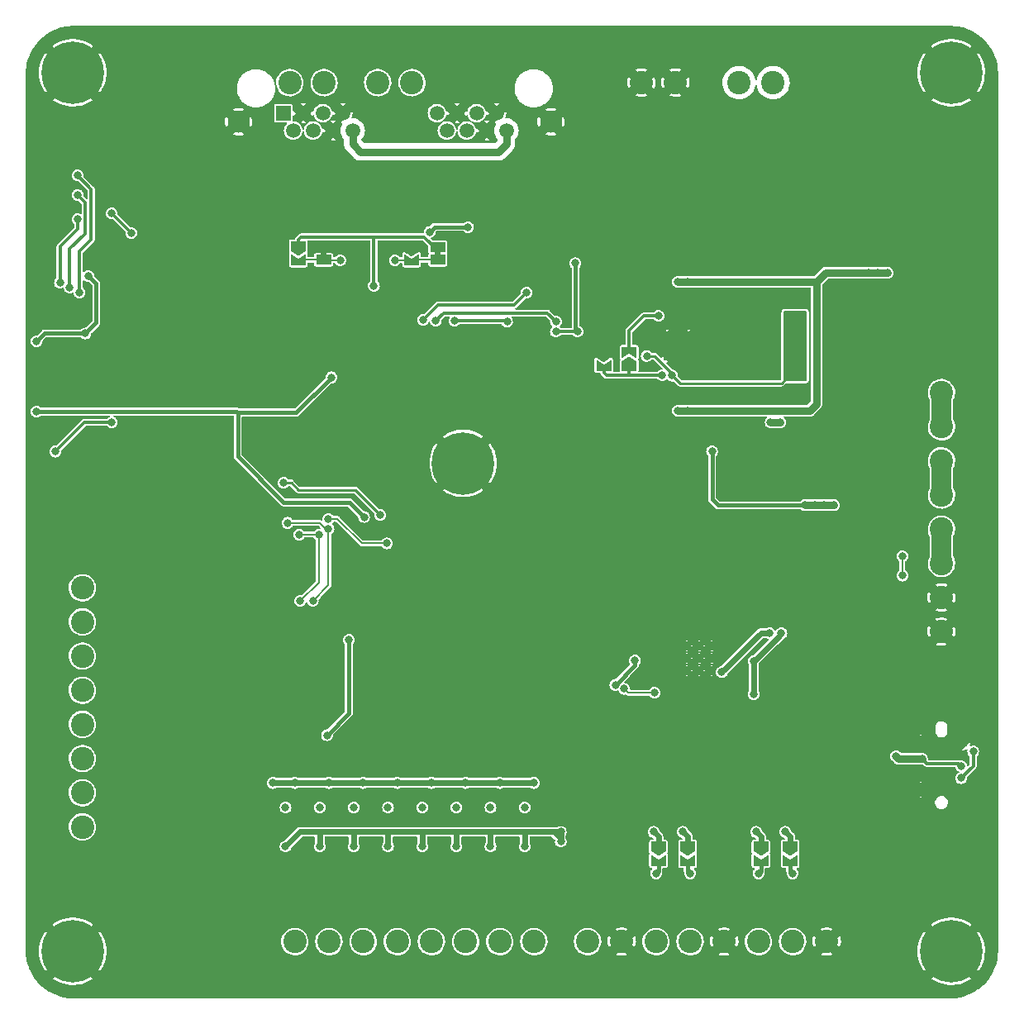
<source format=gbr>
%TF.GenerationSoftware,KiCad,Pcbnew,6.0.4-6f826c9f35~116~ubuntu20.04.1*%
%TF.CreationDate,2022-04-27T01:01:30+02:00*%
%TF.ProjectId,canbrd,63616e62-7264-42e6-9b69-6361645f7063,1.1*%
%TF.SameCoordinates,Original*%
%TF.FileFunction,Copper,L2,Bot*%
%TF.FilePolarity,Positive*%
%FSLAX46Y46*%
G04 Gerber Fmt 4.6, Leading zero omitted, Abs format (unit mm)*
G04 Created by KiCad (PCBNEW 6.0.4-6f826c9f35~116~ubuntu20.04.1) date 2022-04-27 01:01:30*
%MOMM*%
%LPD*%
G01*
G04 APERTURE LIST*
G04 Aperture macros list*
%AMFreePoly0*
4,1,6,1.000000,0.000000,0.500000,-0.750000,-0.500000,-0.750000,-0.500000,0.750000,0.500000,0.750000,1.000000,0.000000,1.000000,0.000000,$1*%
%AMFreePoly1*
4,1,6,0.500000,-0.750000,-0.650000,-0.750000,-0.150000,0.000000,-0.650000,0.750000,0.500000,0.750000,0.500000,-0.750000,0.500000,-0.750000,$1*%
G04 Aperture macros list end*
%TA.AperFunction,ComponentPad*%
%ADD10C,2.400000*%
%TD*%
%TA.AperFunction,ComponentPad*%
%ADD11C,0.800000*%
%TD*%
%TA.AperFunction,ComponentPad*%
%ADD12C,6.400000*%
%TD*%
%TA.AperFunction,ComponentPad*%
%ADD13C,1.100000*%
%TD*%
%TA.AperFunction,ComponentPad*%
%ADD14R,1.500000X1.500000*%
%TD*%
%TA.AperFunction,ComponentPad*%
%ADD15C,1.500000*%
%TD*%
%TA.AperFunction,ComponentPad*%
%ADD16C,2.300000*%
%TD*%
%TA.AperFunction,ComponentPad*%
%ADD17C,0.600000*%
%TD*%
%TA.AperFunction,SMDPad,CuDef*%
%ADD18R,2.850000X2.850000*%
%TD*%
%TA.AperFunction,SMDPad,CuDef*%
%ADD19FreePoly0,270.000000*%
%TD*%
%TA.AperFunction,SMDPad,CuDef*%
%ADD20FreePoly1,270.000000*%
%TD*%
%TA.AperFunction,SMDPad,CuDef*%
%ADD21R,1.500000X1.000000*%
%TD*%
%TA.AperFunction,SMDPad,CuDef*%
%ADD22FreePoly0,90.000000*%
%TD*%
%TA.AperFunction,SMDPad,CuDef*%
%ADD23FreePoly1,90.000000*%
%TD*%
%TA.AperFunction,ViaPad*%
%ADD24C,0.800000*%
%TD*%
%TA.AperFunction,Conductor*%
%ADD25C,0.600000*%
%TD*%
%TA.AperFunction,Conductor*%
%ADD26C,0.400000*%
%TD*%
%TA.AperFunction,Conductor*%
%ADD27C,2.000000*%
%TD*%
%TA.AperFunction,Conductor*%
%ADD28C,0.300000*%
%TD*%
%TA.AperFunction,Conductor*%
%ADD29C,0.800000*%
%TD*%
%TA.AperFunction,Conductor*%
%ADD30C,0.250000*%
%TD*%
%TA.AperFunction,Conductor*%
%ADD31C,0.200000*%
%TD*%
G04 APERTURE END LIST*
%TO.C,JP4*%
G36*
X131000000Y-73750000D02*
G01*
X130400000Y-73750000D01*
X130400000Y-73250000D01*
X131000000Y-73250000D01*
X131000000Y-73750000D01*
G37*
%TO.C,JP1*%
G36*
X142700000Y-73750000D02*
G01*
X142100000Y-73750000D01*
X142100000Y-73250000D01*
X142700000Y-73250000D01*
X142700000Y-73750000D01*
G37*
%TD*%
D10*
%TO.P,J11,1,Pin_1*%
%TO.N,/Connectors/IO0*%
X127750000Y-144000000D03*
%TO.P,J11,2,Pin_2*%
%TO.N,/Connectors/IO1*%
X131250000Y-144000000D03*
%TO.P,J11,3,Pin_3*%
%TO.N,/Connectors/IO2*%
X134750000Y-144000000D03*
%TO.P,J11,4,Pin_4*%
%TO.N,/Connectors/IO3*%
X138250000Y-144000000D03*
%TO.P,J11,5,Pin_5*%
%TO.N,/Connectors/IO4*%
X141750000Y-144000000D03*
%TO.P,J11,6,Pin_6*%
%TO.N,/Connectors/IO5*%
X145250000Y-144000000D03*
%TO.P,J11,7,Pin_7*%
%TO.N,/Connectors/IO6*%
X148750000Y-144000000D03*
%TO.P,J11,8,Pin_8*%
%TO.N,/Connectors/IO7*%
X152250000Y-144000000D03*
%TD*%
%TO.P,J8,1,Pin_1*%
%TO.N,GND*%
X194000000Y-112250000D03*
%TO.P,J8,2,Pin_2*%
X194000000Y-108750000D03*
%TO.P,J8,3,Pin_3*%
%TO.N,+3V3*%
X194000000Y-105250000D03*
%TO.P,J8,4,Pin_4*%
X194000000Y-101750000D03*
%TO.P,J8,5,Pin_5*%
%TO.N,+5V*%
X194000000Y-98250000D03*
%TO.P,J8,6,Pin_6*%
X194000000Y-94750000D03*
%TO.P,J8,7,Pin_7*%
%TO.N,+24V*%
X194000000Y-91250000D03*
%TO.P,J8,8,Pin_8*%
X194000000Y-87750000D03*
%TD*%
D11*
%TO.P,H1,1,1*%
%TO.N,GND*%
X106697056Y-56697056D03*
X107400000Y-55000000D03*
X103302944Y-53302944D03*
X102600000Y-55000000D03*
X103302944Y-56697056D03*
D12*
X105000000Y-55000000D03*
D11*
X105000000Y-57400000D03*
X105000000Y-52600000D03*
X106697056Y-53302944D03*
%TD*%
D10*
%TO.P,J7,1,Pin_1*%
%TO.N,/CAN/CANL*%
X139750000Y-56000000D03*
%TO.P,J7,2,Pin_2*%
%TO.N,/CAN/CANH*%
X136250000Y-56000000D03*
%TD*%
%TO.P,J3,1,Pin_1*%
%TO.N,GND*%
X166750000Y-56000000D03*
%TO.P,J3,2,Pin_2*%
X163250000Y-56000000D03*
%TD*%
%TO.P,J6,1,Pin_1*%
%TO.N,/CAN/CANL*%
X130750000Y-56000000D03*
%TO.P,J6,2,Pin_2*%
%TO.N,/CAN/CANH*%
X127250000Y-56000000D03*
%TD*%
%TO.P,J4,1,Pin_1*%
%TO.N,/Connectors/Field24V*%
X176750000Y-56000000D03*
%TO.P,J4,2,Pin_2*%
X173250000Y-56000000D03*
%TD*%
D11*
%TO.P,H2,1,1*%
%TO.N,GND*%
X193302944Y-56697056D03*
D12*
X195000000Y-55000000D03*
D11*
X195000000Y-57400000D03*
X196697056Y-53302944D03*
X197400000Y-55000000D03*
X195000000Y-52600000D03*
X192600000Y-55000000D03*
X196697056Y-56697056D03*
X193302944Y-53302944D03*
%TD*%
D10*
%TO.P,J9,1,Pin_1*%
%TO.N,/Connectors/OUT0*%
X106000000Y-107750000D03*
%TO.P,J9,2,Pin_2*%
%TO.N,/Connectors/OUT1*%
X106000000Y-111250000D03*
%TO.P,J9,3,Pin_3*%
%TO.N,/Connectors/OUT2*%
X106000000Y-114750000D03*
%TO.P,J9,4,Pin_4*%
%TO.N,/Connectors/OUT3*%
X106000000Y-118250000D03*
%TO.P,J9,5,Pin_5*%
%TO.N,/Connectors/OUT4*%
X106000000Y-121750000D03*
%TO.P,J9,6,Pin_6*%
%TO.N,/Connectors/OUT5*%
X106000000Y-125250000D03*
%TO.P,J9,7,Pin_7*%
%TO.N,/Connectors/OUT6*%
X106000000Y-128750000D03*
%TO.P,J9,8,Pin_8*%
%TO.N,/Connectors/OUT7*%
X106000000Y-132250000D03*
%TD*%
D11*
%TO.P,H3,1,1*%
%TO.N,GND*%
X142600000Y-95000000D03*
X147400000Y-95000000D03*
X145000000Y-97400000D03*
X143302944Y-93302944D03*
X143302944Y-96697056D03*
D12*
X145000000Y-95000000D03*
D11*
X146697056Y-93302944D03*
X146697056Y-96697056D03*
X145000000Y-92600000D03*
%TD*%
D13*
%TO.P,J10,S1,SHIELD*%
%TO.N,GND*%
X196150000Y-128400000D03*
X191850000Y-123600000D03*
X191850000Y-128400000D03*
X196150000Y-123600000D03*
%TD*%
D14*
%TO.P,J5,1*%
%TO.N,/CAN/CANH*%
X126570000Y-59125000D03*
D15*
%TO.P,J5,2*%
%TO.N,/CAN/CANL*%
X127586000Y-60905000D03*
%TO.P,J5,3*%
%TO.N,GND*%
X128602000Y-59125000D03*
%TO.P,J5,4*%
%TO.N,unconnected-(J5-Pad4)*%
X129618000Y-60905000D03*
%TO.P,J5,5*%
%TO.N,unconnected-(J5-Pad5)*%
X130634000Y-59125000D03*
%TO.P,J5,6*%
%TO.N,GND*%
X131650000Y-60905000D03*
%TO.P,J5,7*%
X132666000Y-59125000D03*
%TO.P,J5,8*%
%TO.N,/Connectors/Field24V*%
X133682000Y-60905000D03*
%TO.P,J5,13*%
%TO.N,/CAN/CANH*%
X142320000Y-59125000D03*
%TO.P,J5,14*%
%TO.N,/CAN/CANL*%
X143336000Y-60905000D03*
%TO.P,J5,15*%
%TO.N,GND*%
X144352000Y-59125000D03*
%TO.P,J5,16*%
%TO.N,unconnected-(J5-Pad16)*%
X145368000Y-60905000D03*
%TO.P,J5,17*%
%TO.N,unconnected-(J5-Pad17)*%
X146384000Y-59125000D03*
%TO.P,J5,18*%
%TO.N,GND*%
X147400000Y-60905000D03*
%TO.P,J5,19*%
X148416000Y-59125000D03*
%TO.P,J5,20*%
%TO.N,/Connectors/Field24V*%
X149432000Y-60905000D03*
D16*
%TO.P,J5,SH*%
%TO.N,GND*%
X154000000Y-60015000D03*
X122000000Y-60015000D03*
%TD*%
D17*
%TO.P,U9,21,EXP*%
%TO.N,GND*%
X165909307Y-81900000D03*
X168109307Y-84100000D03*
X168109307Y-81900000D03*
X165909307Y-84100000D03*
D18*
X167009307Y-83000000D03*
%TD*%
D10*
%TO.P,J12,1,Pin_1*%
%TO.N,VIO*%
X157750000Y-144000000D03*
%TO.P,J12,2,Pin_2*%
%TO.N,GND*%
X161250000Y-144000000D03*
%TO.P,J12,3,Pin_3*%
%TO.N,/Connectors/IO8*%
X164750000Y-144000000D03*
%TO.P,J12,4,Pin_4*%
%TO.N,/Connectors/IO9*%
X168250000Y-144000000D03*
%TO.P,J12,5,Pin_5*%
%TO.N,GND*%
X171750000Y-144000000D03*
%TO.P,J12,6,Pin_6*%
%TO.N,/Connectors/IO10*%
X175250000Y-144000000D03*
%TO.P,J12,7,Pin_7*%
%TO.N,/Connectors/IO11*%
X178750000Y-144000000D03*
%TO.P,J12,8,Pin_8*%
%TO.N,GND*%
X182250000Y-144000000D03*
%TD*%
D11*
%TO.P,H4,1,1*%
%TO.N,GND*%
X106697056Y-146697056D03*
X103302944Y-143302944D03*
X107400000Y-145000000D03*
X106697056Y-143302944D03*
X103302944Y-146697056D03*
X102600000Y-145000000D03*
D12*
X105000000Y-145000000D03*
D11*
X105000000Y-142600000D03*
X105000000Y-147400000D03*
%TD*%
D17*
%TO.P,U2,57,GND*%
%TO.N,GND*%
X169200000Y-113675000D03*
X170475000Y-113675000D03*
X169200000Y-114950000D03*
X167925000Y-114950000D03*
X167925000Y-116225000D03*
X169200000Y-116225000D03*
X170475000Y-114950000D03*
X167925000Y-113675000D03*
X170475000Y-116225000D03*
%TD*%
D11*
%TO.P,H5,1,1*%
%TO.N,GND*%
X192600000Y-145000000D03*
X197400000Y-145000000D03*
X195000000Y-142600000D03*
X195000000Y-147400000D03*
X196697056Y-143302944D03*
X193302944Y-143302944D03*
D12*
X195000000Y-145000000D03*
D11*
X193302944Y-146697056D03*
X196697056Y-146697056D03*
%TD*%
D19*
%TO.P,JP6,1,A*%
%TO.N,/IO/RP9*%
X168000000Y-134275000D03*
D20*
%TO.P,JP6,2,B*%
%TO.N,/Connectors/IO9*%
X168000000Y-135725000D03*
%TD*%
D19*
%TO.P,JP8,1,A*%
%TO.N,/IO/RP11*%
X178500000Y-134275000D03*
D20*
%TO.P,JP8,2,B*%
%TO.N,/Connectors/IO11*%
X178500000Y-135725000D03*
%TD*%
D19*
%TO.P,JP2,1,A*%
%TO.N,+5V*%
X128100000Y-72775000D03*
D20*
%TO.P,JP2,2,B*%
%TO.N,/CAN/Pin8*%
X128100000Y-74225000D03*
%TD*%
D19*
%TO.P,JP3,1,A*%
%TO.N,GND*%
X139700000Y-72775000D03*
D20*
%TO.P,JP3,2,B*%
%TO.N,/CAN/Pin5*%
X139700000Y-74225000D03*
%TD*%
D19*
%TO.P,JP5,1,A*%
%TO.N,/IO/RP8*%
X165000000Y-134275000D03*
D20*
%TO.P,JP5,2,B*%
%TO.N,/Connectors/IO8*%
X165000000Y-135725000D03*
%TD*%
D21*
%TO.P,JP4,1,A*%
%TO.N,/CAN/Pin8*%
X130700000Y-74150000D03*
%TO.P,JP4,2,B*%
%TO.N,GND*%
X130700000Y-72850000D03*
%TD*%
%TO.P,JP1,1,A*%
%TO.N,/CAN/Pin5*%
X142400000Y-74150000D03*
%TO.P,JP1,2,B*%
%TO.N,+5V*%
X142400000Y-72850000D03*
%TD*%
D19*
%TO.P,JP11,1,A*%
%TO.N,GND*%
X159408035Y-83575000D03*
D20*
%TO.P,JP11,2,B*%
%TO.N,/Power/MAX_MODE*%
X159408035Y-85025000D03*
%TD*%
D22*
%TO.P,JP10,1,A*%
%TO.N,/Power/MAX_MODE*%
X162008035Y-85025000D03*
D23*
%TO.P,JP10,2,B*%
%TO.N,/Power/MAX_INTVCC*%
X162008035Y-83575000D03*
%TD*%
D19*
%TO.P,JP7,1,A*%
%TO.N,/IO/RP10*%
X175500000Y-134275000D03*
D20*
%TO.P,JP7,2,B*%
%TO.N,/Connectors/IO10*%
X175500000Y-135725000D03*
%TD*%
D24*
%TO.N,+1V1*%
X176400000Y-112400000D03*
X171500000Y-116400000D03*
%TO.N,GND*%
X117500000Y-91000000D03*
X153200000Y-130250000D03*
X135700000Y-135250000D03*
X197000000Y-59452242D03*
X129600000Y-85300000D03*
X120500000Y-91000000D03*
X135700000Y-134250000D03*
X128700000Y-135250000D03*
X177500000Y-74500000D03*
X142600000Y-88000000D03*
X197000000Y-73500000D03*
X125500000Y-111000000D03*
X155500000Y-77500000D03*
X163600000Y-119500000D03*
X133600000Y-97000000D03*
X150500000Y-122200000D03*
X159000000Y-93500000D03*
X131600000Y-92000000D03*
X163000000Y-91500000D03*
X182500000Y-84500000D03*
X154500000Y-122200000D03*
X142000000Y-120700000D03*
X117400000Y-88500000D03*
X139200000Y-134250000D03*
X161500000Y-77500000D03*
X144000000Y-120700000D03*
X125800000Y-77700000D03*
X159500000Y-77500000D03*
X182500000Y-88500000D03*
X103500000Y-103500000D03*
X129600000Y-94000000D03*
X157000000Y-95500000D03*
X157600000Y-108400000D03*
X155200000Y-108400000D03*
X196250000Y-138750000D03*
X149500000Y-75500000D03*
X165208035Y-81000000D03*
X163500000Y-75500000D03*
X124500000Y-95500000D03*
X180000000Y-132000000D03*
X165000000Y-91500000D03*
X186250000Y-143750000D03*
X142700000Y-131350000D03*
X176000000Y-95100000D03*
X122400000Y-85300000D03*
X182500000Y-86500000D03*
X145600000Y-85000000D03*
X123600000Y-80500000D03*
X186500000Y-103000000D03*
X134200000Y-117800000D03*
X139200000Y-130250000D03*
X150500000Y-71800000D03*
X157500000Y-85500000D03*
X190500000Y-82500000D03*
X122900000Y-91600000D03*
X135900000Y-123900000D03*
X147000000Y-103000000D03*
X151000000Y-108400000D03*
X159500000Y-120400000D03*
X154000000Y-114400000D03*
X120500000Y-94000000D03*
X171800000Y-80000000D03*
X147600000Y-83500000D03*
X188750000Y-146250000D03*
X193100000Y-133000000D03*
X113500000Y-103500000D03*
X131499999Y-87499999D03*
X157500000Y-89500000D03*
X180500000Y-113500000D03*
X131000000Y-85000000D03*
X155000000Y-103000000D03*
X138500000Y-123800000D03*
X159500000Y-75500000D03*
X175500000Y-74500000D03*
X180500000Y-111100000D03*
X134600000Y-76800000D03*
X136600000Y-94000000D03*
X154500000Y-97500000D03*
X198000000Y-77500000D03*
X145000000Y-103000000D03*
X146500000Y-123000000D03*
X146500000Y-69800000D03*
X139200000Y-135250000D03*
X154500000Y-89500000D03*
X187500000Y-147500000D03*
X107000000Y-86800000D03*
X169500000Y-132000000D03*
X137600000Y-82000000D03*
X129500000Y-115800000D03*
X195000000Y-135000000D03*
X154500000Y-87500000D03*
X158800000Y-108400000D03*
X116000000Y-95500000D03*
X145500000Y-73500000D03*
X149700000Y-135250000D03*
X150500000Y-69800000D03*
X153500000Y-120400000D03*
X157600000Y-116800000D03*
X149000000Y-108400000D03*
X119000000Y-88500000D03*
X169008035Y-80000000D03*
X154500000Y-93500000D03*
X174000000Y-130000000D03*
X198500000Y-59500000D03*
X139000000Y-108800000D03*
X182500000Y-113500000D03*
X184500000Y-111500000D03*
X165500000Y-74500000D03*
X176600000Y-80000000D03*
X145000000Y-99800000D03*
X158800000Y-116800000D03*
X134600000Y-96000000D03*
X136000000Y-120700000D03*
X180000000Y-60900000D03*
X147000000Y-108400000D03*
X164800000Y-120700000D03*
X117500000Y-97000000D03*
X173700000Y-122950000D03*
X154500000Y-85500000D03*
X105500000Y-103500000D03*
X153500000Y-75500000D03*
X165000000Y-93500000D03*
X129600000Y-80500000D03*
X185500000Y-109500000D03*
X173500000Y-74500000D03*
X167500000Y-74500000D03*
X182500000Y-82500000D03*
X193000000Y-60500000D03*
X132200000Y-130250000D03*
X138800000Y-84800000D03*
X176000000Y-100100000D03*
X139000000Y-99800000D03*
X127400000Y-85300000D03*
X140000000Y-120700000D03*
X176000000Y-98500000D03*
X190000000Y-140000000D03*
X129600000Y-81700000D03*
X145700000Y-110700000D03*
X120500000Y-97000000D03*
X151500000Y-80500000D03*
X153200000Y-131350000D03*
X161000000Y-103000000D03*
X116000000Y-91000000D03*
X149700000Y-130250000D03*
X145000000Y-108400000D03*
X169200000Y-78100000D03*
X190500000Y-88500000D03*
X182500000Y-80500000D03*
X128700000Y-131350000D03*
X142700000Y-130250000D03*
X154000000Y-115600000D03*
X109500000Y-103500000D03*
X147500000Y-77500000D03*
X169000000Y-126600000D03*
X161000000Y-93500000D03*
X146000000Y-120700000D03*
X191250000Y-138750000D03*
X116000000Y-92500000D03*
X130900000Y-117100000D03*
X126000000Y-80500000D03*
X129200000Y-122800000D03*
X156400000Y-116800000D03*
X122500000Y-110000000D03*
X169200000Y-87900000D03*
X157000000Y-103000000D03*
X121200000Y-81700000D03*
X141000000Y-103000000D03*
X152500000Y-69800000D03*
X178800000Y-117150000D03*
X164500000Y-122200000D03*
X191750000Y-129750000D03*
X153000000Y-103000000D03*
X152500000Y-122200000D03*
X128500000Y-91500000D03*
X164000000Y-85000000D03*
X180000000Y-57100000D03*
X116000000Y-94000000D03*
X160500000Y-122200000D03*
X181000000Y-57100000D03*
X121200000Y-82900000D03*
X195000000Y-140000000D03*
X135000000Y-108800000D03*
X176300000Y-67100000D03*
X182000000Y-57100000D03*
X175200000Y-122950000D03*
X139200000Y-131350000D03*
X158800000Y-114400000D03*
X127600000Y-96000000D03*
X169008035Y-81000000D03*
X195000000Y-133000000D03*
X197000000Y-61500000D03*
X175500000Y-86000000D03*
X149000000Y-120000000D03*
X187500000Y-142500000D03*
X152500000Y-71800000D03*
X139600000Y-91000000D03*
X157000000Y-126600000D03*
X131000000Y-108800000D03*
X138600000Y-92000000D03*
X145500000Y-75500000D03*
X123500000Y-111000000D03*
X192500000Y-137500000D03*
X148500000Y-71800000D03*
X128700000Y-134250000D03*
X167000000Y-105400000D03*
X126900000Y-77700000D03*
X181000000Y-60900000D03*
X175500000Y-80000000D03*
X153000000Y-99800000D03*
X130900000Y-118400000D03*
X156500000Y-122200000D03*
X130900000Y-119700000D03*
X116000000Y-88500000D03*
X138800000Y-83400000D03*
X122900000Y-88100000D03*
X148500000Y-69800000D03*
X167800000Y-123443224D03*
X198000000Y-73500000D03*
X157500000Y-83500000D03*
X134200000Y-118900000D03*
X135700000Y-130250000D03*
X148500000Y-73500000D03*
X132200000Y-135250000D03*
X199000000Y-73500000D03*
X142500000Y-123400000D03*
X151000000Y-99800000D03*
X161500000Y-79500000D03*
X134000000Y-69500000D03*
X154000000Y-110800000D03*
X184600000Y-95000000D03*
X191750000Y-122250000D03*
X185500000Y-107500000D03*
X169500000Y-133000000D03*
X144500000Y-69800000D03*
X148500000Y-122600000D03*
X140600000Y-90000000D03*
X197000000Y-60500000D03*
X182000000Y-60900000D03*
X138200000Y-72900000D03*
X190000000Y-145000000D03*
X132200000Y-131350000D03*
X169500000Y-74500000D03*
X128400000Y-85300000D03*
X122900000Y-93300000D03*
X115500000Y-103500000D03*
X132200000Y-72900000D03*
X107500000Y-103500000D03*
X178000000Y-65500000D03*
X128600000Y-95000000D03*
X193750000Y-136250000D03*
X193000000Y-61500000D03*
X146500000Y-71800000D03*
X149700000Y-134250000D03*
X129700000Y-77700000D03*
X154500000Y-83500000D03*
X157500000Y-73500000D03*
X195000000Y-77500000D03*
X159000000Y-126600000D03*
X198500000Y-61500000D03*
X197500000Y-137500000D03*
X154000000Y-113200000D03*
X162500000Y-122200000D03*
X158800000Y-109600000D03*
X176000000Y-97500000D03*
X126400000Y-85300000D03*
X154000000Y-109600000D03*
X174000000Y-131000000D03*
X131800000Y-124500000D03*
X165500000Y-77000000D03*
X171500000Y-74500000D03*
X186500000Y-104500000D03*
X155500000Y-73500000D03*
X163000000Y-93500000D03*
X123500000Y-94500000D03*
X161500000Y-75500000D03*
X196250000Y-122250000D03*
X143000000Y-103000000D03*
X156400000Y-108400000D03*
X129300000Y-112400000D03*
X151500000Y-120400000D03*
X157500000Y-77500000D03*
X190500000Y-90500000D03*
X199000000Y-77500000D03*
X165000000Y-107600000D03*
X144600000Y-86000000D03*
X120500000Y-92500000D03*
X121200000Y-80500000D03*
X143000000Y-99800000D03*
X172200000Y-122950000D03*
X154000000Y-112000000D03*
X124500000Y-111000000D03*
X121200000Y-84100000D03*
X154000000Y-108400000D03*
X120500000Y-100000000D03*
X121200000Y-85300000D03*
X122400000Y-80500000D03*
X178800000Y-71600000D03*
X130800000Y-113900000D03*
X186500000Y-106500000D03*
X122500000Y-108800000D03*
X178550000Y-108325000D03*
X137600000Y-84800000D03*
X120500000Y-88500000D03*
X133000000Y-108800000D03*
X142700000Y-134250000D03*
X178500000Y-111100000D03*
X119000000Y-98500000D03*
X157000000Y-93500000D03*
X196250000Y-129750000D03*
X147000000Y-110700000D03*
X109900000Y-88500000D03*
X161000000Y-91500000D03*
X163500000Y-77500000D03*
X144500000Y-123000000D03*
X135700000Y-131350000D03*
X188750000Y-141250000D03*
X155500000Y-120400000D03*
X146200000Y-130250000D03*
X139000000Y-103000000D03*
X163500000Y-130000000D03*
X135600000Y-95000000D03*
X125500000Y-96500000D03*
X122500000Y-107600000D03*
X196000000Y-73500000D03*
X128700000Y-130250000D03*
X198500000Y-60500000D03*
X172600000Y-107150000D03*
X133200000Y-76800000D03*
X193000000Y-59500000D03*
X190500000Y-86500000D03*
X159000000Y-91500000D03*
X137600000Y-93000000D03*
X197000000Y-77500000D03*
X120500000Y-95500000D03*
X142700000Y-135250000D03*
X165000000Y-108700000D03*
X130600000Y-93000000D03*
X148300000Y-110700000D03*
X154000000Y-116800000D03*
X165000000Y-126600000D03*
X178800000Y-113650000D03*
X149000000Y-99800000D03*
X132200000Y-134250000D03*
X176600000Y-86000000D03*
X190500000Y-84500000D03*
X106100000Y-80000000D03*
X137000000Y-108800000D03*
X155000000Y-126600000D03*
X109000000Y-92200000D03*
X147000000Y-99800000D03*
X158500000Y-122200000D03*
X153200000Y-135250000D03*
X161500000Y-120400000D03*
X111500000Y-103500000D03*
X158800000Y-115600000D03*
X146200000Y-135250000D03*
X169008035Y-86000000D03*
X185000000Y-145000000D03*
X125900000Y-123500000D03*
X195000000Y-73500000D03*
X107000000Y-88500000D03*
X176000000Y-96500000D03*
X149000000Y-103000000D03*
X154500000Y-71800000D03*
X126500000Y-91500000D03*
X143000000Y-108400000D03*
X141000000Y-99800000D03*
X171800000Y-87900000D03*
X146200000Y-134250000D03*
X157000000Y-97500000D03*
X138000000Y-120700000D03*
X140500000Y-123400000D03*
X157500000Y-87500000D03*
X153200000Y-134250000D03*
X180000000Y-133000000D03*
X155200000Y-116800000D03*
X129600000Y-82900000D03*
X163500000Y-131000000D03*
X157500000Y-75500000D03*
X184600000Y-94000000D03*
X167000000Y-126600000D03*
X179850000Y-108325000D03*
X154500000Y-69800000D03*
X146200000Y-131350000D03*
X148100000Y-82500000D03*
X156600000Y-71000000D03*
X151500000Y-75500000D03*
X161000000Y-126600000D03*
X154500000Y-91500000D03*
X146200000Y-83500000D03*
X124800000Y-80500000D03*
X151000000Y-103000000D03*
X147500000Y-75500000D03*
X141600000Y-89000000D03*
X157500000Y-120400000D03*
X183700000Y-101750000D03*
X165000000Y-105400000D03*
X129600000Y-84100000D03*
X120500000Y-98500000D03*
X143600000Y-87000000D03*
X158800000Y-111600000D03*
X159000000Y-103000000D03*
X159500000Y-79500000D03*
X149700000Y-131350000D03*
X178800000Y-118650000D03*
X163000000Y-126600000D03*
X178900000Y-95000000D03*
X176400000Y-111100000D03*
X196000000Y-77500000D03*
X153500000Y-77500000D03*
X155500000Y-75500000D03*
X144500000Y-71800000D03*
X169008035Y-85000000D03*
X149500000Y-77500000D03*
X143000000Y-117600000D03*
X154500000Y-95500000D03*
X119000000Y-91000000D03*
X148100000Y-81500000D03*
X134300000Y-122300000D03*
X130500000Y-91500000D03*
X171800000Y-86000000D03*
X158800000Y-110600000D03*
X171800000Y-78100000D03*
X138800000Y-82000000D03*
X133100000Y-124500000D03*
X128400000Y-80500000D03*
X127200000Y-80500000D03*
X124500000Y-91500000D03*
X143500000Y-75500000D03*
X178800000Y-115150000D03*
X132500000Y-69500000D03*
%TO.N,+3V3*%
X131500000Y-86200000D03*
X174750000Y-115250000D03*
X101300000Y-89700000D03*
X160586831Y-117694140D03*
X162600000Y-115200000D03*
X145500000Y-70800000D03*
X134750000Y-127750000D03*
X177600000Y-112400000D03*
X106600000Y-75800000D03*
X183000000Y-99300000D03*
X134854072Y-100500000D03*
X152250000Y-127750000D03*
X138250000Y-127750000D03*
X156700000Y-81500000D03*
X133300000Y-113100000D03*
X125500000Y-127750000D03*
X181000000Y-99300000D03*
X101300000Y-82500000D03*
X141554072Y-71300000D03*
X106300000Y-81700000D03*
X156500000Y-74500000D03*
X154500000Y-81500000D03*
X141750000Y-127750000D03*
X180000000Y-99300000D03*
X170500000Y-93800000D03*
X131050000Y-122850000D03*
X145250000Y-127750000D03*
X182000000Y-99300000D03*
X174750000Y-118650000D03*
X131250000Y-127750000D03*
X148750000Y-127750000D03*
X127750000Y-127750000D03*
%TO.N,+5V*%
X178408035Y-86000000D03*
X166415223Y-86017410D03*
X163808035Y-84000000D03*
X177500000Y-90800000D03*
X135854072Y-76800000D03*
X178408035Y-80000000D03*
X179608035Y-80000000D03*
X179608035Y-86000000D03*
X176500000Y-90800000D03*
%TO.N,+24V*%
X168008035Y-76400000D03*
X186500000Y-75500000D03*
X188500000Y-75500000D03*
X167008035Y-89600000D03*
X168008035Y-89600000D03*
X167008035Y-76400000D03*
X187500000Y-75500000D03*
%TO.N,VIO*%
X147800000Y-134250000D03*
X137300000Y-134250000D03*
X155000000Y-132750000D03*
X151300000Y-134250000D03*
X133800000Y-134250000D03*
X130300000Y-134250000D03*
X126800000Y-134250000D03*
X144300000Y-134250000D03*
X155000000Y-133750000D03*
X140800000Y-134250000D03*
%TO.N,/Connectors/IO8*%
X164750000Y-137000000D03*
%TO.N,/Connectors/IO9*%
X168250000Y-137000000D03*
%TO.N,/Connectors/IO10*%
X175250000Y-137000000D03*
%TO.N,/Connectors/IO11*%
X178750000Y-137000000D03*
%TO.N,/CAN/Pin5*%
X138000000Y-74200000D03*
%TO.N,/CAN/Pin8*%
X132400000Y-74200000D03*
%TO.N,/MCU/~{BOOTSEL}*%
X190000000Y-104500000D03*
X190000000Y-106500000D03*
%TO.N,VBUS*%
X196000000Y-127250000D03*
X197250000Y-124500000D03*
%TO.N,/CAN/~{INT}*%
X126600000Y-97000000D03*
X136500000Y-100300000D03*
%TO.N,/CAN/SCK*%
X131200000Y-101700000D03*
X127000000Y-101100000D03*
X140900000Y-80300000D03*
X129600000Y-109100000D03*
X151500000Y-77500000D03*
%TO.N,/CAN/MOSI*%
X154500000Y-80500000D03*
X128300000Y-109100000D03*
X142199999Y-80400001D03*
X128200000Y-102300000D03*
X130200000Y-102300000D03*
%TO.N,/CAN/MISO*%
X144105000Y-80395000D03*
X149500000Y-80500000D03*
%TO.N,/CAN/~{CS}*%
X137200000Y-103200000D03*
X131200000Y-100700000D03*
%TO.N,/IO/RP8*%
X164500000Y-132750000D03*
%TO.N,/IO/RP9*%
X167500000Y-132750000D03*
%TO.N,/Connectors/USB-*%
X189350000Y-125000000D03*
X196000000Y-126000000D03*
X192000000Y-125250000D03*
%TO.N,/DISP+SW/SegR.1*%
X103700000Y-76500000D03*
X105500000Y-70000000D03*
%TO.N,/DISP+SW/SegR.2*%
X105500000Y-67500000D03*
X104700000Y-77000000D03*
%TO.N,/DISP+SW/SegR.3*%
X105500000Y-65500000D03*
X105700000Y-77500000D03*
%TO.N,/IO/RP10*%
X175000000Y-132750000D03*
%TO.N,/IO/RP11*%
X178000000Y-132750000D03*
%TO.N,/DISP+SW/SegR.4*%
X109000000Y-69400000D03*
X111000000Y-71400000D03*
%TO.N,/IO/RP1*%
X130300000Y-130250000D03*
%TO.N,/IO/RP0*%
X126800000Y-130250000D03*
%TO.N,/IO/RP2*%
X133800000Y-130250000D03*
%TO.N,/IO/RP3*%
X137300000Y-130250000D03*
%TO.N,/IO/RP5*%
X144300000Y-130250000D03*
%TO.N,/IO/RP4*%
X140800000Y-130250000D03*
%TO.N,/IO/RP6*%
X147800000Y-130250000D03*
%TO.N,/IO/RP7*%
X151300000Y-130250000D03*
%TO.N,/DISP+SW/Dig*%
X103200000Y-93800000D03*
X109000000Y-90800000D03*
X161500000Y-118100500D03*
X164600000Y-118500000D03*
%TO.N,/Power/MAX_INTVCC*%
X165008035Y-79900000D03*
%TO.N,/Power/MAX_MODE*%
X165408035Y-86000000D03*
%TD*%
D25*
%TO.N,+1V1*%
X175500000Y-112400000D02*
X176400000Y-112400000D01*
X171500000Y-116400000D02*
X175500000Y-112400000D01*
D26*
%TO.N,+3V3*%
X145500000Y-70800000D02*
X142054072Y-70800000D01*
X101300000Y-82500000D02*
X102100000Y-81700000D01*
D27*
X194000000Y-101750000D02*
X194000000Y-105250000D01*
D26*
X133300000Y-120600000D02*
X131050000Y-122850000D01*
D28*
X154500000Y-81500000D02*
X156700000Y-81500000D01*
D26*
X121900000Y-89800000D02*
X121800000Y-89700000D01*
X121900000Y-94300000D02*
X121900000Y-89800000D01*
X156500000Y-74500000D02*
X156500000Y-81300000D01*
X133300000Y-113100000D02*
X133300000Y-120600000D01*
X121800000Y-89700000D02*
X106100000Y-89700000D01*
X170500000Y-93800000D02*
X170500000Y-98700000D01*
X127900000Y-89800000D02*
X131500000Y-86200000D01*
D25*
X127750000Y-127750000D02*
X125500000Y-127750000D01*
D26*
X101300000Y-89700000D02*
X106100000Y-89700000D01*
D25*
X174822102Y-115250000D02*
X177600000Y-112472102D01*
D26*
X107400000Y-80600000D02*
X106300000Y-81700000D01*
D25*
X174750000Y-115250000D02*
X174750000Y-118650000D01*
D26*
X121900000Y-89800000D02*
X127900000Y-89800000D01*
X106600000Y-75800000D02*
X107400000Y-76600000D01*
D25*
X177600000Y-112472102D02*
X177600000Y-112400000D01*
D29*
X180000000Y-99300000D02*
X183000000Y-99300000D01*
D26*
X107400000Y-76600000D02*
X107400000Y-80600000D01*
X170500000Y-98700000D02*
X171100000Y-99300000D01*
X162600000Y-115200000D02*
X162600000Y-115680971D01*
X171100000Y-99300000D02*
X180000000Y-99300000D01*
D25*
X174750000Y-115250000D02*
X174822102Y-115250000D01*
D26*
X142054072Y-70800000D02*
X141554072Y-71300000D01*
D25*
X127750000Y-127750000D02*
X152250000Y-127750000D01*
D26*
X133354072Y-99000000D02*
X126600000Y-99000000D01*
X162600000Y-115680971D02*
X160586831Y-117694140D01*
X102100000Y-81700000D02*
X106300000Y-81700000D01*
X134854072Y-100500000D02*
X133354072Y-99000000D01*
X126600000Y-99000000D02*
X121900000Y-94300000D01*
X156500000Y-81300000D02*
X156700000Y-81500000D01*
D30*
%TO.N,+5V*%
X166415223Y-86017410D02*
X166415223Y-85815223D01*
D28*
X135900000Y-71800000D02*
X128400000Y-71800000D01*
X140994102Y-71800000D02*
X135900000Y-71800000D01*
D30*
X164600000Y-84000000D02*
X163808035Y-84000000D01*
X166415223Y-85815223D02*
X164600000Y-84000000D01*
X167197813Y-86800000D02*
X177608035Y-86800000D01*
D28*
X141243613Y-72049511D02*
X140994102Y-71800000D01*
X141249511Y-72049511D02*
X141243613Y-72049511D01*
D30*
X177608035Y-86800000D02*
X178408035Y-86000000D01*
D28*
X128400000Y-71800000D02*
X128100000Y-72100000D01*
X142050000Y-72850000D02*
X141249511Y-72049511D01*
X135854072Y-71845928D02*
X135900000Y-71800000D01*
X142400000Y-72850000D02*
X142050000Y-72850000D01*
X135854072Y-76800000D02*
X135854072Y-71845928D01*
D29*
X176500000Y-90800000D02*
X177500000Y-90800000D01*
D27*
X194000000Y-94750000D02*
X194000000Y-98250000D01*
D30*
X166415223Y-86017410D02*
X167197813Y-86800000D01*
D28*
X128100000Y-72100000D02*
X128100000Y-72775000D01*
D29*
%TO.N,+24V*%
X181200000Y-76400000D02*
X182100000Y-75500000D01*
X181200000Y-76400000D02*
X167008035Y-76400000D01*
D27*
X194000000Y-87750000D02*
X194000000Y-91250000D01*
D29*
X182100000Y-75500000D02*
X188500000Y-75500000D01*
X181200000Y-88900000D02*
X181200000Y-76400000D01*
X168008035Y-89600000D02*
X180500000Y-89600000D01*
X180500000Y-89600000D02*
X181200000Y-88900000D01*
X167008035Y-89600000D02*
X168008035Y-89600000D01*
D25*
%TO.N,VIO*%
X128300000Y-132750000D02*
X130400000Y-132750000D01*
X133800000Y-132750000D02*
X137300000Y-132750000D01*
X141000000Y-132750000D02*
X144200000Y-132750000D01*
X133800000Y-134250000D02*
X133800000Y-132750000D01*
X151300000Y-132750000D02*
X154300000Y-132750000D01*
X155000000Y-132750000D02*
X155000000Y-133750000D01*
X126800000Y-134250000D02*
X128300000Y-132750000D01*
X144300000Y-132850000D02*
X144200000Y-132750000D01*
X130300000Y-132850000D02*
X130400000Y-132750000D01*
X155000000Y-133450000D02*
X154300000Y-132750000D01*
X130300000Y-134250000D02*
X130300000Y-132850000D01*
X144300000Y-134250000D02*
X144300000Y-132850000D01*
X151300000Y-132750000D02*
X151300000Y-134250000D01*
X147800000Y-132750000D02*
X151300000Y-132750000D01*
X154300000Y-132750000D02*
X155000000Y-132750000D01*
X137300000Y-134250000D02*
X137300000Y-132750000D01*
X137300000Y-132750000D02*
X141000000Y-132750000D01*
X130400000Y-132750000D02*
X133800000Y-132750000D01*
X155000000Y-133750000D02*
X155000000Y-133450000D01*
X140800000Y-134250000D02*
X140800000Y-132950000D01*
X147800000Y-134250000D02*
X147800000Y-132750000D01*
X140800000Y-132950000D02*
X141000000Y-132750000D01*
X144200000Y-132750000D02*
X147800000Y-132750000D01*
D26*
%TO.N,/Connectors/IO8*%
X165000000Y-135725000D02*
X165000000Y-136750000D01*
X165000000Y-136750000D02*
X164750000Y-137000000D01*
%TO.N,/Connectors/IO9*%
X168000000Y-136750000D02*
X168250000Y-137000000D01*
X168000000Y-135725000D02*
X168000000Y-136750000D01*
%TO.N,/Connectors/IO10*%
X175500000Y-135725000D02*
X175500000Y-136750000D01*
X175500000Y-136750000D02*
X175250000Y-137000000D01*
%TO.N,/Connectors/IO11*%
X178500000Y-136750000D02*
X178750000Y-137000000D01*
X178500000Y-135725000D02*
X178500000Y-136750000D01*
D31*
%TO.N,/CAN/Pin5*%
X139775000Y-74150000D02*
X139700000Y-74225000D01*
X138000000Y-74200000D02*
X139675000Y-74200000D01*
X142400000Y-74150000D02*
X139775000Y-74150000D01*
X139675000Y-74200000D02*
X139700000Y-74225000D01*
%TO.N,/CAN/Pin8*%
X132400000Y-74200000D02*
X130750000Y-74200000D01*
X130750000Y-74200000D02*
X130700000Y-74150000D01*
X128100000Y-74225000D02*
X128175000Y-74150000D01*
X128175000Y-74150000D02*
X130700000Y-74150000D01*
%TO.N,/MCU/~{BOOTSEL}*%
X190000000Y-104500000D02*
X190000000Y-106500000D01*
D29*
%TO.N,/Connectors/Field24V*%
X133682000Y-60905000D02*
X133682000Y-62282000D01*
X149432000Y-62268000D02*
X149432000Y-60905000D01*
X134500000Y-63100000D02*
X148600000Y-63100000D01*
X133682000Y-62282000D02*
X134500000Y-63100000D01*
X148600000Y-63100000D02*
X149432000Y-62268000D01*
D28*
%TO.N,VBUS*%
X197250000Y-126000000D02*
X196000000Y-127250000D01*
X197250000Y-124500000D02*
X197250000Y-126000000D01*
D30*
%TO.N,/CAN/~{INT}*%
X127400000Y-97000000D02*
X128124511Y-97724511D01*
X126600000Y-97000000D02*
X127400000Y-97000000D01*
X133924511Y-97724511D02*
X136500000Y-100300000D01*
X128124511Y-97724511D02*
X133924511Y-97724511D01*
D28*
%TO.N,/CAN/SCK*%
X150200000Y-78800000D02*
X142400000Y-78800000D01*
D31*
X131200000Y-101700000D02*
X130900000Y-101700000D01*
X130300000Y-101100000D02*
X127000000Y-101100000D01*
D28*
X151500000Y-77500000D02*
X150200000Y-78800000D01*
D31*
X130900000Y-101700000D02*
X130300000Y-101100000D01*
D28*
X142400000Y-78800000D02*
X140900000Y-80300000D01*
D31*
X131200000Y-107500000D02*
X129600000Y-109100000D01*
X131200000Y-101700000D02*
X131200000Y-107500000D01*
D28*
%TO.N,/CAN/MOSI*%
X154500000Y-80500000D02*
X153600000Y-79600000D01*
D31*
X130200000Y-107200000D02*
X128300000Y-109100000D01*
X130200000Y-102300000D02*
X130200000Y-107200000D01*
D28*
X143000000Y-79600000D02*
X142199999Y-80400001D01*
X153600000Y-79600000D02*
X143000000Y-79600000D01*
D31*
X130200000Y-102300000D02*
X128200000Y-102300000D01*
D28*
%TO.N,/CAN/MISO*%
X149500000Y-80500000D02*
X149395000Y-80395000D01*
X149395000Y-80395000D02*
X144105000Y-80395000D01*
D31*
%TO.N,/CAN/~{CS}*%
X134600000Y-103200000D02*
X137200000Y-103200000D01*
X131200000Y-100700000D02*
X132100000Y-100700000D01*
X132100000Y-100700000D02*
X134600000Y-103200000D01*
D25*
%TO.N,/IO/RP8*%
X165000000Y-133250000D02*
X164500000Y-132750000D01*
X165000000Y-134275000D02*
X165000000Y-133250000D01*
%TO.N,/IO/RP9*%
X168000000Y-134275000D02*
X168000000Y-133250000D01*
X168000000Y-133250000D02*
X167500000Y-132750000D01*
D29*
%TO.N,/Connectors/USB-*%
X189600000Y-125250000D02*
X189350000Y-125000000D01*
D28*
X192500000Y-125750000D02*
X195750000Y-125750000D01*
D29*
X192000000Y-125250000D02*
X189600000Y-125250000D01*
D28*
X195750000Y-125750000D02*
X196000000Y-126000000D01*
X192000000Y-125250000D02*
X192500000Y-125750000D01*
%TO.N,/DISP+SW/SegR.1*%
X105500000Y-70000000D02*
X105500000Y-71000000D01*
X103700000Y-72800000D02*
X103700000Y-76500000D01*
X105500000Y-71000000D02*
X103700000Y-72800000D01*
%TO.N,/DISP+SW/SegR.2*%
X106249511Y-68249511D02*
X105500000Y-67500000D01*
X104700000Y-73012500D02*
X106249511Y-71462989D01*
X106249511Y-71462989D02*
X106249511Y-68249511D01*
X104700000Y-77000000D02*
X104700000Y-73012500D01*
%TO.N,/DISP+SW/SegR.3*%
X105700000Y-73300000D02*
X106900000Y-72100000D01*
X105700000Y-77500000D02*
X105700000Y-73300000D01*
X106900000Y-72100000D02*
X106900000Y-66900000D01*
X106900000Y-66900000D02*
X105500000Y-65500000D01*
D25*
%TO.N,/IO/RP10*%
X175500000Y-134275000D02*
X175500000Y-133250000D01*
X175500000Y-133250000D02*
X175000000Y-132750000D01*
%TO.N,/IO/RP11*%
X178500000Y-134275000D02*
X178500000Y-133250000D01*
X178500000Y-133250000D02*
X178000000Y-132750000D01*
D28*
%TO.N,/DISP+SW/SegR.4*%
X109000000Y-69400000D02*
X111000000Y-71400000D01*
D31*
%TO.N,/DISP+SW/Dig*%
X164600000Y-118500000D02*
X161899500Y-118500000D01*
X161899500Y-118500000D02*
X161500000Y-118100500D01*
D28*
X103200000Y-93800000D02*
X106200000Y-90800000D01*
X106200000Y-90800000D02*
X109000000Y-90800000D01*
%TO.N,/Power/MAX_INTVCC*%
X162008035Y-83575000D02*
X162008035Y-81400000D01*
X162008035Y-81400000D02*
X163508035Y-79900000D01*
X163508035Y-79900000D02*
X165008035Y-79900000D01*
%TO.N,/Power/MAX_MODE*%
X159708035Y-86000000D02*
X159408035Y-85700000D01*
X162008035Y-86000000D02*
X162008035Y-85025000D01*
X162008035Y-86000000D02*
X159708035Y-86000000D01*
X165408035Y-86000000D02*
X162908035Y-86000000D01*
X162908035Y-86000000D02*
X162008035Y-86000000D01*
X159408035Y-85700000D02*
X159408035Y-85025000D01*
%TD*%
%TA.AperFunction,Conductor*%
%TO.N,GND*%
G36*
X194985402Y-50194534D02*
G01*
X194990047Y-50195602D01*
X194999641Y-50197808D01*
X195007768Y-50195969D01*
X195007771Y-50195969D01*
X195009135Y-50195660D01*
X195028694Y-50193905D01*
X195415087Y-50210775D01*
X195421508Y-50211338D01*
X195830228Y-50265146D01*
X195836577Y-50266265D01*
X195997224Y-50301880D01*
X196239057Y-50355493D01*
X196245292Y-50357164D01*
X196427258Y-50414537D01*
X196638457Y-50481127D01*
X196644511Y-50483331D01*
X197025379Y-50641090D01*
X197031221Y-50643814D01*
X197396906Y-50834176D01*
X197402476Y-50837392D01*
X197476763Y-50884717D01*
X197750171Y-51058896D01*
X197755459Y-51062599D01*
X198082509Y-51313552D01*
X198087454Y-51317701D01*
X198391391Y-51596204D01*
X198395955Y-51600768D01*
X198570617Y-51791375D01*
X198674465Y-51904704D01*
X198678610Y-51909644D01*
X198929575Y-52236704D01*
X198933275Y-52241988D01*
X199154779Y-52589674D01*
X199158007Y-52595265D01*
X199348364Y-52960931D01*
X199351092Y-52966782D01*
X199508851Y-53347638D01*
X199511059Y-53353704D01*
X199635025Y-53746866D01*
X199636696Y-53753102D01*
X199725926Y-54155573D01*
X199727046Y-54161927D01*
X199778013Y-54549034D01*
X199780858Y-54570642D01*
X199781421Y-54577069D01*
X199785954Y-54680866D01*
X199798266Y-54962808D01*
X199796454Y-54982618D01*
X199794344Y-54991795D01*
X199796183Y-54999921D01*
X199796183Y-54999922D01*
X199797675Y-55006513D01*
X199799500Y-55022847D01*
X199799500Y-144960974D01*
X199797618Y-144977556D01*
X199794344Y-144991795D01*
X199796183Y-144999922D01*
X199796183Y-144999925D01*
X199796492Y-145001289D01*
X199798247Y-145020847D01*
X199781529Y-145403853D01*
X199781381Y-145407238D01*
X199780819Y-145413662D01*
X199734767Y-145763484D01*
X199727014Y-145822380D01*
X199725894Y-145828734D01*
X199721432Y-145848862D01*
X199636670Y-146231212D01*
X199634999Y-146237447D01*
X199571122Y-146440047D01*
X199511038Y-146630613D01*
X199508836Y-146636663D01*
X199440448Y-146801772D01*
X199351076Y-147017538D01*
X199348351Y-147023382D01*
X199157990Y-147389069D01*
X199154774Y-147394638D01*
X199107129Y-147469428D01*
X198933270Y-147742335D01*
X198929567Y-147747623D01*
X198678615Y-148074675D01*
X198674466Y-148079620D01*
X198441768Y-148333568D01*
X198395958Y-148383561D01*
X198391396Y-148388123D01*
X198323067Y-148450736D01*
X198087461Y-148666631D01*
X198082515Y-148670781D01*
X197755454Y-148921745D01*
X197750166Y-148925448D01*
X197402493Y-149146942D01*
X197396903Y-149150170D01*
X197031230Y-149340529D01*
X197025379Y-149343257D01*
X196644518Y-149501015D01*
X196638451Y-149503223D01*
X196245293Y-149627186D01*
X196239058Y-149628857D01*
X195836582Y-149718085D01*
X195830225Y-149719206D01*
X195421509Y-149773014D01*
X195415088Y-149773577D01*
X195230014Y-149781657D01*
X195029347Y-149790418D01*
X195009541Y-149788607D01*
X195000359Y-149786496D01*
X194992232Y-149788335D01*
X194992230Y-149788335D01*
X194985638Y-149789827D01*
X194969306Y-149791652D01*
X105031181Y-149791652D01*
X105014598Y-149789770D01*
X105008482Y-149788364D01*
X105000359Y-149786496D01*
X104992232Y-149788335D01*
X104992229Y-149788335D01*
X104990865Y-149788644D01*
X104971306Y-149790399D01*
X104584917Y-149773529D01*
X104578496Y-149772966D01*
X104169779Y-149719158D01*
X104163430Y-149718039D01*
X104047155Y-149692261D01*
X103760954Y-149628811D01*
X103754719Y-149627140D01*
X103361565Y-149503178D01*
X103355498Y-149500970D01*
X102974641Y-149343213D01*
X102968790Y-149340485D01*
X102603121Y-149150129D01*
X102597531Y-149146901D01*
X102523258Y-149099583D01*
X102503343Y-149086896D01*
X102249862Y-148925409D01*
X102244573Y-148921706D01*
X102043475Y-148767397D01*
X101917510Y-148670739D01*
X101912570Y-148666594D01*
X101749750Y-148517395D01*
X101608638Y-148388089D01*
X101604076Y-148383527D01*
X101558298Y-148333568D01*
X101325571Y-148079589D01*
X101321422Y-148074644D01*
X101086126Y-147767997D01*
X102944254Y-147767997D01*
X102945340Y-147772047D01*
X103046409Y-147849601D01*
X103049714Y-147851864D01*
X103365589Y-148043919D01*
X103369122Y-148045813D01*
X103703900Y-148202635D01*
X103707601Y-148204130D01*
X104057356Y-148323878D01*
X104061206Y-148324968D01*
X104421847Y-148406241D01*
X104425801Y-148406910D01*
X104793091Y-148448757D01*
X104797105Y-148448996D01*
X105166770Y-148450931D01*
X105170777Y-148450736D01*
X105538500Y-148412735D01*
X105542449Y-148412109D01*
X105903925Y-148334616D01*
X105907784Y-148333568D01*
X106258770Y-148217490D01*
X106262499Y-148216028D01*
X106598886Y-148062728D01*
X106602450Y-148060865D01*
X106920310Y-147872134D01*
X106923650Y-147869897D01*
X107049801Y-147775179D01*
X107054483Y-147767997D01*
X192944254Y-147767997D01*
X192945340Y-147772047D01*
X193046409Y-147849601D01*
X193049714Y-147851864D01*
X193365589Y-148043919D01*
X193369122Y-148045813D01*
X193703900Y-148202635D01*
X193707601Y-148204130D01*
X194057356Y-148323878D01*
X194061206Y-148324968D01*
X194421847Y-148406241D01*
X194425801Y-148406910D01*
X194793091Y-148448757D01*
X194797105Y-148448996D01*
X195166770Y-148450931D01*
X195170777Y-148450736D01*
X195538500Y-148412735D01*
X195542449Y-148412109D01*
X195903925Y-148334616D01*
X195907784Y-148333568D01*
X196258770Y-148217490D01*
X196262499Y-148216028D01*
X196598886Y-148062728D01*
X196602450Y-148060865D01*
X196920310Y-147872134D01*
X196923650Y-147869897D01*
X197049801Y-147775179D01*
X197055611Y-147766267D01*
X197055123Y-147762230D01*
X195009226Y-145716333D01*
X194999587Y-145711838D01*
X194993688Y-145713419D01*
X192948749Y-147758358D01*
X192944254Y-147767997D01*
X107054483Y-147767997D01*
X107055611Y-147766267D01*
X107055123Y-147762230D01*
X105009226Y-145716333D01*
X104999587Y-145711838D01*
X104993688Y-145713419D01*
X102948749Y-147758358D01*
X102944254Y-147767997D01*
X101086126Y-147767997D01*
X101070472Y-147747596D01*
X101066769Y-147742308D01*
X101041717Y-147702984D01*
X100845267Y-147394614D01*
X100842051Y-147389045D01*
X100651692Y-147023362D01*
X100648967Y-147017518D01*
X100545355Y-146767370D01*
X100491213Y-146636658D01*
X100489007Y-146630597D01*
X100375279Y-146269886D01*
X100365047Y-146237434D01*
X100363376Y-146231199D01*
X100274154Y-145828730D01*
X100273033Y-145822372D01*
X100261147Y-145732078D01*
X100219229Y-145413657D01*
X100218668Y-145407240D01*
X100201814Y-145021153D01*
X100203626Y-145001342D01*
X100203788Y-145000636D01*
X100205656Y-144992513D01*
X100205077Y-144989953D01*
X101545056Y-144989953D01*
X101563759Y-145359157D01*
X101564175Y-145363121D01*
X101622646Y-145728164D01*
X101623493Y-145732078D01*
X101721044Y-146088665D01*
X101722301Y-146092444D01*
X101857797Y-146436422D01*
X101859457Y-146440047D01*
X102031306Y-146767370D01*
X102033351Y-146770801D01*
X102222500Y-147052285D01*
X102231095Y-147058552D01*
X102234563Y-147058316D01*
X102234608Y-147058285D01*
X104283667Y-145009226D01*
X104287777Y-145000413D01*
X105711838Y-145000413D01*
X105713419Y-145006312D01*
X107759872Y-147052765D01*
X107769511Y-147057260D01*
X107772991Y-147056327D01*
X107947941Y-146801772D01*
X107950023Y-146798363D01*
X108125285Y-146472866D01*
X108126994Y-146469235D01*
X108266077Y-146126714D01*
X108267378Y-146122937D01*
X108368656Y-145767396D01*
X108369545Y-145763484D01*
X108431833Y-145399083D01*
X108432291Y-145395125D01*
X108454919Y-145025173D01*
X108454987Y-145023074D01*
X108455063Y-145001043D01*
X108455010Y-144998956D01*
X108434967Y-144628859D01*
X108434533Y-144624870D01*
X108374791Y-144260050D01*
X108373935Y-144256153D01*
X108293375Y-143965665D01*
X126345119Y-143965665D01*
X126345294Y-143968700D01*
X126358201Y-144192554D01*
X126358202Y-144192560D01*
X126358376Y-144195580D01*
X126359040Y-144198527D01*
X126359041Y-144198533D01*
X126382914Y-144304465D01*
X126409006Y-144420242D01*
X126495649Y-144633618D01*
X126497235Y-144636206D01*
X126552414Y-144726249D01*
X126615979Y-144829978D01*
X126617968Y-144832274D01*
X126617970Y-144832277D01*
X126729451Y-144960974D01*
X126766763Y-145004048D01*
X126943953Y-145151154D01*
X126946571Y-145152684D01*
X126946577Y-145152688D01*
X127140164Y-145265811D01*
X127140169Y-145265813D01*
X127142790Y-145267345D01*
X127145629Y-145268429D01*
X127355089Y-145348415D01*
X127355093Y-145348416D01*
X127357934Y-145349501D01*
X127360918Y-145350108D01*
X127360921Y-145350109D01*
X127405395Y-145359157D01*
X127583607Y-145395414D01*
X127671724Y-145398645D01*
X127810709Y-145403742D01*
X127810715Y-145403742D01*
X127813749Y-145403853D01*
X127816760Y-145403467D01*
X127816766Y-145403467D01*
X127948987Y-145386529D01*
X128042178Y-145374591D01*
X128139352Y-145345438D01*
X128259856Y-145309285D01*
X128259861Y-145309283D01*
X128262761Y-145308413D01*
X128469574Y-145207096D01*
X128657062Y-145073363D01*
X128659202Y-145071230D01*
X128659206Y-145071227D01*
X128818037Y-144912949D01*
X128818040Y-144912946D01*
X128820190Y-144910803D01*
X128876617Y-144832277D01*
X128952805Y-144726249D01*
X128954577Y-144723783D01*
X129056615Y-144517325D01*
X129123563Y-144296975D01*
X129124932Y-144286581D01*
X129153365Y-144070603D01*
X129153365Y-144070598D01*
X129153622Y-144068649D01*
X129155300Y-144000000D01*
X129154781Y-143993688D01*
X129152477Y-143965665D01*
X129845119Y-143965665D01*
X129845294Y-143968700D01*
X129858201Y-144192554D01*
X129858202Y-144192560D01*
X129858376Y-144195580D01*
X129859040Y-144198527D01*
X129859041Y-144198533D01*
X129882914Y-144304465D01*
X129909006Y-144420242D01*
X129995649Y-144633618D01*
X129997235Y-144636206D01*
X130052414Y-144726249D01*
X130115979Y-144829978D01*
X130117968Y-144832274D01*
X130117970Y-144832277D01*
X130229451Y-144960974D01*
X130266763Y-145004048D01*
X130443953Y-145151154D01*
X130446571Y-145152684D01*
X130446577Y-145152688D01*
X130640164Y-145265811D01*
X130640169Y-145265813D01*
X130642790Y-145267345D01*
X130645629Y-145268429D01*
X130855089Y-145348415D01*
X130855093Y-145348416D01*
X130857934Y-145349501D01*
X130860918Y-145350108D01*
X130860921Y-145350109D01*
X130905395Y-145359157D01*
X131083607Y-145395414D01*
X131171724Y-145398645D01*
X131310709Y-145403742D01*
X131310715Y-145403742D01*
X131313749Y-145403853D01*
X131316760Y-145403467D01*
X131316766Y-145403467D01*
X131448987Y-145386529D01*
X131542178Y-145374591D01*
X131639352Y-145345438D01*
X131759856Y-145309285D01*
X131759861Y-145309283D01*
X131762761Y-145308413D01*
X131969574Y-145207096D01*
X132157062Y-145073363D01*
X132159202Y-145071230D01*
X132159206Y-145071227D01*
X132318037Y-144912949D01*
X132318040Y-144912946D01*
X132320190Y-144910803D01*
X132376617Y-144832277D01*
X132452805Y-144726249D01*
X132454577Y-144723783D01*
X132556615Y-144517325D01*
X132623563Y-144296975D01*
X132624932Y-144286581D01*
X132653365Y-144070603D01*
X132653365Y-144070598D01*
X132653622Y-144068649D01*
X132655300Y-144000000D01*
X132654781Y-143993688D01*
X132652477Y-143965665D01*
X133345119Y-143965665D01*
X133345294Y-143968700D01*
X133358201Y-144192554D01*
X133358202Y-144192560D01*
X133358376Y-144195580D01*
X133359040Y-144198527D01*
X133359041Y-144198533D01*
X133382914Y-144304465D01*
X133409006Y-144420242D01*
X133495649Y-144633618D01*
X133497235Y-144636206D01*
X133552414Y-144726249D01*
X133615979Y-144829978D01*
X133617968Y-144832274D01*
X133617970Y-144832277D01*
X133729451Y-144960974D01*
X133766763Y-145004048D01*
X133943953Y-145151154D01*
X133946571Y-145152684D01*
X133946577Y-145152688D01*
X134140164Y-145265811D01*
X134140169Y-145265813D01*
X134142790Y-145267345D01*
X134145629Y-145268429D01*
X134355089Y-145348415D01*
X134355093Y-145348416D01*
X134357934Y-145349501D01*
X134360918Y-145350108D01*
X134360921Y-145350109D01*
X134405395Y-145359157D01*
X134583607Y-145395414D01*
X134671724Y-145398645D01*
X134810709Y-145403742D01*
X134810715Y-145403742D01*
X134813749Y-145403853D01*
X134816760Y-145403467D01*
X134816766Y-145403467D01*
X134948987Y-145386529D01*
X135042178Y-145374591D01*
X135139352Y-145345438D01*
X135259856Y-145309285D01*
X135259861Y-145309283D01*
X135262761Y-145308413D01*
X135469574Y-145207096D01*
X135657062Y-145073363D01*
X135659202Y-145071230D01*
X135659206Y-145071227D01*
X135818037Y-144912949D01*
X135818040Y-144912946D01*
X135820190Y-144910803D01*
X135876617Y-144832277D01*
X135952805Y-144726249D01*
X135954577Y-144723783D01*
X136056615Y-144517325D01*
X136123563Y-144296975D01*
X136124932Y-144286581D01*
X136153365Y-144070603D01*
X136153365Y-144070598D01*
X136153622Y-144068649D01*
X136155300Y-144000000D01*
X136154781Y-143993688D01*
X136152477Y-143965665D01*
X136845119Y-143965665D01*
X136845294Y-143968700D01*
X136858201Y-144192554D01*
X136858202Y-144192560D01*
X136858376Y-144195580D01*
X136859040Y-144198527D01*
X136859041Y-144198533D01*
X136882914Y-144304465D01*
X136909006Y-144420242D01*
X136995649Y-144633618D01*
X136997235Y-144636206D01*
X137052414Y-144726249D01*
X137115979Y-144829978D01*
X137117968Y-144832274D01*
X137117970Y-144832277D01*
X137229451Y-144960974D01*
X137266763Y-145004048D01*
X137443953Y-145151154D01*
X137446571Y-145152684D01*
X137446577Y-145152688D01*
X137640164Y-145265811D01*
X137640169Y-145265813D01*
X137642790Y-145267345D01*
X137645629Y-145268429D01*
X137855089Y-145348415D01*
X137855093Y-145348416D01*
X137857934Y-145349501D01*
X137860918Y-145350108D01*
X137860921Y-145350109D01*
X137905395Y-145359157D01*
X138083607Y-145395414D01*
X138171724Y-145398645D01*
X138310709Y-145403742D01*
X138310715Y-145403742D01*
X138313749Y-145403853D01*
X138316760Y-145403467D01*
X138316766Y-145403467D01*
X138448987Y-145386529D01*
X138542178Y-145374591D01*
X138639352Y-145345438D01*
X138759856Y-145309285D01*
X138759861Y-145309283D01*
X138762761Y-145308413D01*
X138969574Y-145207096D01*
X139157062Y-145073363D01*
X139159202Y-145071230D01*
X139159206Y-145071227D01*
X139318037Y-144912949D01*
X139318040Y-144912946D01*
X139320190Y-144910803D01*
X139376617Y-144832277D01*
X139452805Y-144726249D01*
X139454577Y-144723783D01*
X139556615Y-144517325D01*
X139623563Y-144296975D01*
X139624932Y-144286581D01*
X139653365Y-144070603D01*
X139653365Y-144070598D01*
X139653622Y-144068649D01*
X139655300Y-144000000D01*
X139654781Y-143993688D01*
X139652477Y-143965665D01*
X140345119Y-143965665D01*
X140345294Y-143968700D01*
X140358201Y-144192554D01*
X140358202Y-144192560D01*
X140358376Y-144195580D01*
X140359040Y-144198527D01*
X140359041Y-144198533D01*
X140382914Y-144304465D01*
X140409006Y-144420242D01*
X140495649Y-144633618D01*
X140497235Y-144636206D01*
X140552414Y-144726249D01*
X140615979Y-144829978D01*
X140617968Y-144832274D01*
X140617970Y-144832277D01*
X140729451Y-144960974D01*
X140766763Y-145004048D01*
X140943953Y-145151154D01*
X140946571Y-145152684D01*
X140946577Y-145152688D01*
X141140164Y-145265811D01*
X141140169Y-145265813D01*
X141142790Y-145267345D01*
X141145629Y-145268429D01*
X141355089Y-145348415D01*
X141355093Y-145348416D01*
X141357934Y-145349501D01*
X141360918Y-145350108D01*
X141360921Y-145350109D01*
X141405395Y-145359157D01*
X141583607Y-145395414D01*
X141671724Y-145398645D01*
X141810709Y-145403742D01*
X141810715Y-145403742D01*
X141813749Y-145403853D01*
X141816760Y-145403467D01*
X141816766Y-145403467D01*
X141948987Y-145386529D01*
X142042178Y-145374591D01*
X142139352Y-145345438D01*
X142259856Y-145309285D01*
X142259861Y-145309283D01*
X142262761Y-145308413D01*
X142469574Y-145207096D01*
X142657062Y-145073363D01*
X142659202Y-145071230D01*
X142659206Y-145071227D01*
X142818037Y-144912949D01*
X142818040Y-144912946D01*
X142820190Y-144910803D01*
X142876617Y-144832277D01*
X142952805Y-144726249D01*
X142954577Y-144723783D01*
X143056615Y-144517325D01*
X143123563Y-144296975D01*
X143124932Y-144286581D01*
X143153365Y-144070603D01*
X143153365Y-144070598D01*
X143153622Y-144068649D01*
X143155300Y-144000000D01*
X143154781Y-143993688D01*
X143152477Y-143965665D01*
X143845119Y-143965665D01*
X143845294Y-143968700D01*
X143858201Y-144192554D01*
X143858202Y-144192560D01*
X143858376Y-144195580D01*
X143859040Y-144198527D01*
X143859041Y-144198533D01*
X143882914Y-144304465D01*
X143909006Y-144420242D01*
X143995649Y-144633618D01*
X143997235Y-144636206D01*
X144052414Y-144726249D01*
X144115979Y-144829978D01*
X144117968Y-144832274D01*
X144117970Y-144832277D01*
X144229451Y-144960974D01*
X144266763Y-145004048D01*
X144443953Y-145151154D01*
X144446571Y-145152684D01*
X144446577Y-145152688D01*
X144640164Y-145265811D01*
X144640169Y-145265813D01*
X144642790Y-145267345D01*
X144645629Y-145268429D01*
X144855089Y-145348415D01*
X144855093Y-145348416D01*
X144857934Y-145349501D01*
X144860918Y-145350108D01*
X144860921Y-145350109D01*
X144905395Y-145359157D01*
X145083607Y-145395414D01*
X145171724Y-145398645D01*
X145310709Y-145403742D01*
X145310715Y-145403742D01*
X145313749Y-145403853D01*
X145316760Y-145403467D01*
X145316766Y-145403467D01*
X145448987Y-145386529D01*
X145542178Y-145374591D01*
X145639352Y-145345438D01*
X145759856Y-145309285D01*
X145759861Y-145309283D01*
X145762761Y-145308413D01*
X145969574Y-145207096D01*
X146157062Y-145073363D01*
X146159202Y-145071230D01*
X146159206Y-145071227D01*
X146318037Y-144912949D01*
X146318040Y-144912946D01*
X146320190Y-144910803D01*
X146376617Y-144832277D01*
X146452805Y-144726249D01*
X146454577Y-144723783D01*
X146556615Y-144517325D01*
X146623563Y-144296975D01*
X146624932Y-144286581D01*
X146653365Y-144070603D01*
X146653365Y-144070598D01*
X146653622Y-144068649D01*
X146655300Y-144000000D01*
X146654781Y-143993688D01*
X146652477Y-143965665D01*
X147345119Y-143965665D01*
X147345294Y-143968700D01*
X147358201Y-144192554D01*
X147358202Y-144192560D01*
X147358376Y-144195580D01*
X147359040Y-144198527D01*
X147359041Y-144198533D01*
X147382914Y-144304465D01*
X147409006Y-144420242D01*
X147495649Y-144633618D01*
X147497235Y-144636206D01*
X147552414Y-144726249D01*
X147615979Y-144829978D01*
X147617968Y-144832274D01*
X147617970Y-144832277D01*
X147729451Y-144960974D01*
X147766763Y-145004048D01*
X147943953Y-145151154D01*
X147946571Y-145152684D01*
X147946577Y-145152688D01*
X148140164Y-145265811D01*
X148140169Y-145265813D01*
X148142790Y-145267345D01*
X148145629Y-145268429D01*
X148355089Y-145348415D01*
X148355093Y-145348416D01*
X148357934Y-145349501D01*
X148360918Y-145350108D01*
X148360921Y-145350109D01*
X148405395Y-145359157D01*
X148583607Y-145395414D01*
X148671724Y-145398645D01*
X148810709Y-145403742D01*
X148810715Y-145403742D01*
X148813749Y-145403853D01*
X148816760Y-145403467D01*
X148816766Y-145403467D01*
X148948987Y-145386529D01*
X149042178Y-145374591D01*
X149139352Y-145345438D01*
X149259856Y-145309285D01*
X149259861Y-145309283D01*
X149262761Y-145308413D01*
X149469574Y-145207096D01*
X149657062Y-145073363D01*
X149659202Y-145071230D01*
X149659206Y-145071227D01*
X149818037Y-144912949D01*
X149818040Y-144912946D01*
X149820190Y-144910803D01*
X149876617Y-144832277D01*
X149952805Y-144726249D01*
X149954577Y-144723783D01*
X150056615Y-144517325D01*
X150123563Y-144296975D01*
X150124932Y-144286581D01*
X150153365Y-144070603D01*
X150153365Y-144070598D01*
X150153622Y-144068649D01*
X150155300Y-144000000D01*
X150154781Y-143993688D01*
X150152477Y-143965665D01*
X150845119Y-143965665D01*
X150845294Y-143968700D01*
X150858201Y-144192554D01*
X150858202Y-144192560D01*
X150858376Y-144195580D01*
X150859040Y-144198527D01*
X150859041Y-144198533D01*
X150882914Y-144304465D01*
X150909006Y-144420242D01*
X150995649Y-144633618D01*
X150997235Y-144636206D01*
X151052414Y-144726249D01*
X151115979Y-144829978D01*
X151117968Y-144832274D01*
X151117970Y-144832277D01*
X151229451Y-144960974D01*
X151266763Y-145004048D01*
X151443953Y-145151154D01*
X151446571Y-145152684D01*
X151446577Y-145152688D01*
X151640164Y-145265811D01*
X151640169Y-145265813D01*
X151642790Y-145267345D01*
X151645629Y-145268429D01*
X151855089Y-145348415D01*
X151855093Y-145348416D01*
X151857934Y-145349501D01*
X151860918Y-145350108D01*
X151860921Y-145350109D01*
X151905395Y-145359157D01*
X152083607Y-145395414D01*
X152171724Y-145398645D01*
X152310709Y-145403742D01*
X152310715Y-145403742D01*
X152313749Y-145403853D01*
X152316760Y-145403467D01*
X152316766Y-145403467D01*
X152448987Y-145386529D01*
X152542178Y-145374591D01*
X152639352Y-145345438D01*
X152759856Y-145309285D01*
X152759861Y-145309283D01*
X152762761Y-145308413D01*
X152969574Y-145207096D01*
X153157062Y-145073363D01*
X153159202Y-145071230D01*
X153159206Y-145071227D01*
X153318037Y-144912949D01*
X153318040Y-144912946D01*
X153320190Y-144910803D01*
X153376617Y-144832277D01*
X153452805Y-144726249D01*
X153454577Y-144723783D01*
X153556615Y-144517325D01*
X153623563Y-144296975D01*
X153624932Y-144286581D01*
X153653365Y-144070603D01*
X153653365Y-144070598D01*
X153653622Y-144068649D01*
X153655300Y-144000000D01*
X153654781Y-143993688D01*
X153652477Y-143965665D01*
X156345119Y-143965665D01*
X156345294Y-143968700D01*
X156358201Y-144192554D01*
X156358202Y-144192560D01*
X156358376Y-144195580D01*
X156359040Y-144198527D01*
X156359041Y-144198533D01*
X156382914Y-144304465D01*
X156409006Y-144420242D01*
X156495649Y-144633618D01*
X156497235Y-144636206D01*
X156552414Y-144726249D01*
X156615979Y-144829978D01*
X156617968Y-144832274D01*
X156617970Y-144832277D01*
X156729451Y-144960974D01*
X156766763Y-145004048D01*
X156943953Y-145151154D01*
X156946571Y-145152684D01*
X156946577Y-145152688D01*
X157140164Y-145265811D01*
X157140169Y-145265813D01*
X157142790Y-145267345D01*
X157145629Y-145268429D01*
X157355089Y-145348415D01*
X157355093Y-145348416D01*
X157357934Y-145349501D01*
X157360918Y-145350108D01*
X157360921Y-145350109D01*
X157405395Y-145359157D01*
X157583607Y-145395414D01*
X157671724Y-145398645D01*
X157810709Y-145403742D01*
X157810715Y-145403742D01*
X157813749Y-145403853D01*
X157816760Y-145403467D01*
X157816766Y-145403467D01*
X157948987Y-145386529D01*
X158042178Y-145374591D01*
X158139352Y-145345438D01*
X158229271Y-145318461D01*
X160643457Y-145318461D01*
X160648799Y-145322627D01*
X160841232Y-145396112D01*
X160847064Y-145397806D01*
X161074749Y-145444128D01*
X161080761Y-145444845D01*
X161312962Y-145453360D01*
X161319018Y-145453085D01*
X161549497Y-145423559D01*
X161555407Y-145422303D01*
X161777976Y-145355530D01*
X161783613Y-145353320D01*
X161847471Y-145322037D01*
X161854848Y-145314372D01*
X161854899Y-145313630D01*
X161852557Y-145309663D01*
X161259226Y-144716333D01*
X161249587Y-144711838D01*
X161243688Y-144713419D01*
X160647662Y-145309444D01*
X160643457Y-145318461D01*
X158229271Y-145318461D01*
X158259856Y-145309285D01*
X158259861Y-145309283D01*
X158262761Y-145308413D01*
X158469574Y-145207096D01*
X158657062Y-145073363D01*
X158659202Y-145071230D01*
X158659206Y-145071227D01*
X158818037Y-144912949D01*
X158818040Y-144912946D01*
X158820190Y-144910803D01*
X158876617Y-144832277D01*
X158952805Y-144726249D01*
X158954577Y-144723783D01*
X159056615Y-144517325D01*
X159123563Y-144296975D01*
X159124932Y-144286581D01*
X159153365Y-144070603D01*
X159153365Y-144070598D01*
X159153622Y-144068649D01*
X159155300Y-144000000D01*
X159154781Y-143993688D01*
X159152627Y-143967487D01*
X159795640Y-143967487D01*
X159809016Y-144199466D01*
X159809856Y-144205446D01*
X159860944Y-144432139D01*
X159862752Y-144437907D01*
X159927797Y-144598096D01*
X159934650Y-144605681D01*
X159940272Y-144602622D01*
X160533667Y-144009226D01*
X160537777Y-144000413D01*
X161961838Y-144000413D01*
X161963419Y-144006312D01*
X162557160Y-144600054D01*
X162566799Y-144604549D01*
X162567587Y-144604337D01*
X162570513Y-144600929D01*
X162601448Y-144538338D01*
X162603681Y-144532698D01*
X162671228Y-144310374D01*
X162672506Y-144304465D01*
X162702975Y-144073029D01*
X162703280Y-144069105D01*
X162704921Y-144001964D01*
X162704808Y-143998039D01*
X162702146Y-143965665D01*
X163345119Y-143965665D01*
X163345294Y-143968700D01*
X163358201Y-144192554D01*
X163358202Y-144192560D01*
X163358376Y-144195580D01*
X163359040Y-144198527D01*
X163359041Y-144198533D01*
X163382914Y-144304465D01*
X163409006Y-144420242D01*
X163495649Y-144633618D01*
X163497235Y-144636206D01*
X163552414Y-144726249D01*
X163615979Y-144829978D01*
X163617968Y-144832274D01*
X163617970Y-144832277D01*
X163729451Y-144960974D01*
X163766763Y-145004048D01*
X163943953Y-145151154D01*
X163946571Y-145152684D01*
X163946577Y-145152688D01*
X164140164Y-145265811D01*
X164140169Y-145265813D01*
X164142790Y-145267345D01*
X164145629Y-145268429D01*
X164355089Y-145348415D01*
X164355093Y-145348416D01*
X164357934Y-145349501D01*
X164360918Y-145350108D01*
X164360921Y-145350109D01*
X164405395Y-145359157D01*
X164583607Y-145395414D01*
X164671724Y-145398645D01*
X164810709Y-145403742D01*
X164810715Y-145403742D01*
X164813749Y-145403853D01*
X164816760Y-145403467D01*
X164816766Y-145403467D01*
X164948987Y-145386529D01*
X165042178Y-145374591D01*
X165139352Y-145345438D01*
X165259856Y-145309285D01*
X165259861Y-145309283D01*
X165262761Y-145308413D01*
X165469574Y-145207096D01*
X165657062Y-145073363D01*
X165659202Y-145071230D01*
X165659206Y-145071227D01*
X165818037Y-144912949D01*
X165818040Y-144912946D01*
X165820190Y-144910803D01*
X165876617Y-144832277D01*
X165952805Y-144726249D01*
X165954577Y-144723783D01*
X166056615Y-144517325D01*
X166123563Y-144296975D01*
X166124932Y-144286581D01*
X166153365Y-144070603D01*
X166153365Y-144070598D01*
X166153622Y-144068649D01*
X166155300Y-144000000D01*
X166154781Y-143993688D01*
X166152477Y-143965665D01*
X166845119Y-143965665D01*
X166845294Y-143968700D01*
X166858201Y-144192554D01*
X166858202Y-144192560D01*
X166858376Y-144195580D01*
X166859040Y-144198527D01*
X166859041Y-144198533D01*
X166882914Y-144304465D01*
X166909006Y-144420242D01*
X166995649Y-144633618D01*
X166997235Y-144636206D01*
X167052414Y-144726249D01*
X167115979Y-144829978D01*
X167117968Y-144832274D01*
X167117970Y-144832277D01*
X167229451Y-144960974D01*
X167266763Y-145004048D01*
X167443953Y-145151154D01*
X167446571Y-145152684D01*
X167446577Y-145152688D01*
X167640164Y-145265811D01*
X167640169Y-145265813D01*
X167642790Y-145267345D01*
X167645629Y-145268429D01*
X167855089Y-145348415D01*
X167855093Y-145348416D01*
X167857934Y-145349501D01*
X167860918Y-145350108D01*
X167860921Y-145350109D01*
X167905395Y-145359157D01*
X168083607Y-145395414D01*
X168171724Y-145398645D01*
X168310709Y-145403742D01*
X168310715Y-145403742D01*
X168313749Y-145403853D01*
X168316760Y-145403467D01*
X168316766Y-145403467D01*
X168448987Y-145386529D01*
X168542178Y-145374591D01*
X168639352Y-145345438D01*
X168729271Y-145318461D01*
X171143457Y-145318461D01*
X171148799Y-145322627D01*
X171341232Y-145396112D01*
X171347064Y-145397806D01*
X171574749Y-145444128D01*
X171580761Y-145444845D01*
X171812962Y-145453360D01*
X171819018Y-145453085D01*
X172049497Y-145423559D01*
X172055407Y-145422303D01*
X172277976Y-145355530D01*
X172283613Y-145353320D01*
X172347471Y-145322037D01*
X172354848Y-145314372D01*
X172354899Y-145313630D01*
X172352557Y-145309663D01*
X171759226Y-144716333D01*
X171749587Y-144711838D01*
X171743688Y-144713419D01*
X171147662Y-145309444D01*
X171143457Y-145318461D01*
X168729271Y-145318461D01*
X168759856Y-145309285D01*
X168759861Y-145309283D01*
X168762761Y-145308413D01*
X168969574Y-145207096D01*
X169157062Y-145073363D01*
X169159202Y-145071230D01*
X169159206Y-145071227D01*
X169318037Y-144912949D01*
X169318040Y-144912946D01*
X169320190Y-144910803D01*
X169376617Y-144832277D01*
X169452805Y-144726249D01*
X169454577Y-144723783D01*
X169556615Y-144517325D01*
X169623563Y-144296975D01*
X169624932Y-144286581D01*
X169653365Y-144070603D01*
X169653365Y-144070598D01*
X169653622Y-144068649D01*
X169655300Y-144000000D01*
X169654781Y-143993688D01*
X169652627Y-143967487D01*
X170295640Y-143967487D01*
X170309016Y-144199466D01*
X170309856Y-144205446D01*
X170360944Y-144432139D01*
X170362752Y-144437907D01*
X170427797Y-144598096D01*
X170434650Y-144605681D01*
X170440272Y-144602622D01*
X171033667Y-144009226D01*
X171037777Y-144000413D01*
X172461838Y-144000413D01*
X172463419Y-144006312D01*
X173057160Y-144600054D01*
X173066799Y-144604549D01*
X173067587Y-144604337D01*
X173070513Y-144600929D01*
X173101448Y-144538338D01*
X173103681Y-144532698D01*
X173171228Y-144310374D01*
X173172506Y-144304465D01*
X173202975Y-144073029D01*
X173203280Y-144069105D01*
X173204921Y-144001964D01*
X173204808Y-143998039D01*
X173202146Y-143965665D01*
X173845119Y-143965665D01*
X173845294Y-143968700D01*
X173858201Y-144192554D01*
X173858202Y-144192560D01*
X173858376Y-144195580D01*
X173859040Y-144198527D01*
X173859041Y-144198533D01*
X173882914Y-144304465D01*
X173909006Y-144420242D01*
X173995649Y-144633618D01*
X173997235Y-144636206D01*
X174052414Y-144726249D01*
X174115979Y-144829978D01*
X174117968Y-144832274D01*
X174117970Y-144832277D01*
X174229451Y-144960974D01*
X174266763Y-145004048D01*
X174443953Y-145151154D01*
X174446571Y-145152684D01*
X174446577Y-145152688D01*
X174640164Y-145265811D01*
X174640169Y-145265813D01*
X174642790Y-145267345D01*
X174645629Y-145268429D01*
X174855089Y-145348415D01*
X174855093Y-145348416D01*
X174857934Y-145349501D01*
X174860918Y-145350108D01*
X174860921Y-145350109D01*
X174905395Y-145359157D01*
X175083607Y-145395414D01*
X175171724Y-145398645D01*
X175310709Y-145403742D01*
X175310715Y-145403742D01*
X175313749Y-145403853D01*
X175316760Y-145403467D01*
X175316766Y-145403467D01*
X175448987Y-145386529D01*
X175542178Y-145374591D01*
X175639352Y-145345438D01*
X175759856Y-145309285D01*
X175759861Y-145309283D01*
X175762761Y-145308413D01*
X175969574Y-145207096D01*
X176157062Y-145073363D01*
X176159202Y-145071230D01*
X176159206Y-145071227D01*
X176318037Y-144912949D01*
X176318040Y-144912946D01*
X176320190Y-144910803D01*
X176376617Y-144832277D01*
X176452805Y-144726249D01*
X176454577Y-144723783D01*
X176556615Y-144517325D01*
X176623563Y-144296975D01*
X176624932Y-144286581D01*
X176653365Y-144070603D01*
X176653365Y-144070598D01*
X176653622Y-144068649D01*
X176655300Y-144000000D01*
X176654781Y-143993688D01*
X176652477Y-143965665D01*
X177345119Y-143965665D01*
X177345294Y-143968700D01*
X177358201Y-144192554D01*
X177358202Y-144192560D01*
X177358376Y-144195580D01*
X177359040Y-144198527D01*
X177359041Y-144198533D01*
X177382914Y-144304465D01*
X177409006Y-144420242D01*
X177495649Y-144633618D01*
X177497235Y-144636206D01*
X177552414Y-144726249D01*
X177615979Y-144829978D01*
X177617968Y-144832274D01*
X177617970Y-144832277D01*
X177729451Y-144960974D01*
X177766763Y-145004048D01*
X177943953Y-145151154D01*
X177946571Y-145152684D01*
X177946577Y-145152688D01*
X178140164Y-145265811D01*
X178140169Y-145265813D01*
X178142790Y-145267345D01*
X178145629Y-145268429D01*
X178355089Y-145348415D01*
X178355093Y-145348416D01*
X178357934Y-145349501D01*
X178360918Y-145350108D01*
X178360921Y-145350109D01*
X178405395Y-145359157D01*
X178583607Y-145395414D01*
X178671724Y-145398645D01*
X178810709Y-145403742D01*
X178810715Y-145403742D01*
X178813749Y-145403853D01*
X178816760Y-145403467D01*
X178816766Y-145403467D01*
X178948987Y-145386529D01*
X179042178Y-145374591D01*
X179139352Y-145345438D01*
X179229271Y-145318461D01*
X181643457Y-145318461D01*
X181648799Y-145322627D01*
X181841232Y-145396112D01*
X181847064Y-145397806D01*
X182074749Y-145444128D01*
X182080761Y-145444845D01*
X182312962Y-145453360D01*
X182319018Y-145453085D01*
X182549497Y-145423559D01*
X182555407Y-145422303D01*
X182777976Y-145355530D01*
X182783613Y-145353320D01*
X182847471Y-145322037D01*
X182854848Y-145314372D01*
X182854899Y-145313630D01*
X182852557Y-145309663D01*
X182532846Y-144989953D01*
X191545056Y-144989953D01*
X191563759Y-145359157D01*
X191564175Y-145363121D01*
X191622646Y-145728164D01*
X191623493Y-145732078D01*
X191721044Y-146088665D01*
X191722301Y-146092444D01*
X191857797Y-146436422D01*
X191859457Y-146440047D01*
X192031306Y-146767370D01*
X192033351Y-146770801D01*
X192222500Y-147052285D01*
X192231095Y-147058552D01*
X192234563Y-147058316D01*
X192234608Y-147058285D01*
X194283667Y-145009226D01*
X194287777Y-145000413D01*
X195711838Y-145000413D01*
X195713419Y-145006312D01*
X197759872Y-147052765D01*
X197769511Y-147057260D01*
X197772991Y-147056327D01*
X197947941Y-146801772D01*
X197950023Y-146798363D01*
X198125285Y-146472866D01*
X198126994Y-146469235D01*
X198266077Y-146126714D01*
X198267378Y-146122937D01*
X198368656Y-145767396D01*
X198369545Y-145763484D01*
X198431833Y-145399083D01*
X198432291Y-145395125D01*
X198454919Y-145025173D01*
X198454987Y-145023074D01*
X198455063Y-145001043D01*
X198455010Y-144998956D01*
X198434967Y-144628859D01*
X198434533Y-144624870D01*
X198374791Y-144260050D01*
X198373935Y-144256153D01*
X198275137Y-143899900D01*
X198273863Y-143896114D01*
X198137173Y-143552628D01*
X198135495Y-143548996D01*
X197962502Y-143222269D01*
X197960453Y-143218859D01*
X197777132Y-142948095D01*
X197768516Y-142941858D01*
X197764997Y-142942110D01*
X195716333Y-144990774D01*
X195711838Y-145000413D01*
X194287777Y-145000413D01*
X194288162Y-144999587D01*
X194286581Y-144993688D01*
X192239784Y-142946891D01*
X192230145Y-142942396D01*
X192226701Y-142943319D01*
X192045785Y-143208532D01*
X192043718Y-143211945D01*
X191869589Y-143538060D01*
X191867901Y-143541680D01*
X191730008Y-143884697D01*
X191728721Y-143888477D01*
X191628683Y-144244374D01*
X191627812Y-144248271D01*
X191566796Y-144612890D01*
X191566350Y-144616870D01*
X191545070Y-144985927D01*
X191545056Y-144989953D01*
X182532846Y-144989953D01*
X182259226Y-144716333D01*
X182249587Y-144711838D01*
X182243688Y-144713419D01*
X181647662Y-145309444D01*
X181643457Y-145318461D01*
X179229271Y-145318461D01*
X179259856Y-145309285D01*
X179259861Y-145309283D01*
X179262761Y-145308413D01*
X179469574Y-145207096D01*
X179657062Y-145073363D01*
X179659202Y-145071230D01*
X179659206Y-145071227D01*
X179818037Y-144912949D01*
X179818040Y-144912946D01*
X179820190Y-144910803D01*
X179876617Y-144832277D01*
X179952805Y-144726249D01*
X179954577Y-144723783D01*
X180056615Y-144517325D01*
X180123563Y-144296975D01*
X180124932Y-144286581D01*
X180153365Y-144070603D01*
X180153365Y-144070598D01*
X180153622Y-144068649D01*
X180155300Y-144000000D01*
X180154781Y-143993688D01*
X180152627Y-143967487D01*
X180795640Y-143967487D01*
X180809016Y-144199466D01*
X180809856Y-144205446D01*
X180860944Y-144432139D01*
X180862752Y-144437907D01*
X180927797Y-144598096D01*
X180934650Y-144605681D01*
X180940272Y-144602622D01*
X181533667Y-144009226D01*
X181537777Y-144000413D01*
X182961838Y-144000413D01*
X182963419Y-144006312D01*
X183557160Y-144600054D01*
X183566799Y-144604549D01*
X183567587Y-144604337D01*
X183570513Y-144600929D01*
X183601448Y-144538338D01*
X183603681Y-144532698D01*
X183671228Y-144310374D01*
X183672506Y-144304465D01*
X183702975Y-144073029D01*
X183703280Y-144069105D01*
X183704921Y-144001964D01*
X183704808Y-143998039D01*
X183685681Y-143765391D01*
X183684694Y-143759427D01*
X183628083Y-143534051D01*
X183626135Y-143528330D01*
X183571529Y-143402746D01*
X183564282Y-143395109D01*
X183559089Y-143398017D01*
X182966333Y-143990774D01*
X182961838Y-144000413D01*
X181537777Y-144000413D01*
X181538162Y-143999587D01*
X181536581Y-143993688D01*
X180943196Y-143400302D01*
X180933557Y-143395807D01*
X180933249Y-143395890D01*
X180929854Y-143399943D01*
X180885799Y-143494852D01*
X180883713Y-143500520D01*
X180821615Y-143724440D01*
X180820480Y-143730388D01*
X180795788Y-143961431D01*
X180795640Y-143967487D01*
X180152627Y-143967487D01*
X180136679Y-143773503D01*
X180136678Y-143773499D01*
X180136430Y-143770478D01*
X180080326Y-143547120D01*
X179988496Y-143335924D01*
X179970833Y-143308620D01*
X179865053Y-143145111D01*
X179863405Y-143142563D01*
X179708412Y-142972229D01*
X179527681Y-142829496D01*
X179438203Y-142780101D01*
X179328727Y-142719667D01*
X179328722Y-142719665D01*
X179326065Y-142718198D01*
X179323199Y-142717183D01*
X179234738Y-142685857D01*
X181644243Y-142685857D01*
X181646219Y-142689113D01*
X182240774Y-143283667D01*
X182250413Y-143288162D01*
X182256312Y-143286581D01*
X182852389Y-142690505D01*
X182856884Y-142680866D01*
X182856435Y-142679192D01*
X182854207Y-142677190D01*
X182849080Y-142674359D01*
X182843564Y-142671881D01*
X182624536Y-142594318D01*
X182618669Y-142592768D01*
X182389922Y-142552022D01*
X182383879Y-142551451D01*
X182151544Y-142548612D01*
X182145508Y-142549034D01*
X181915818Y-142584181D01*
X181909922Y-142585586D01*
X181689061Y-142657775D01*
X181683486Y-142660119D01*
X181651482Y-142676778D01*
X181644297Y-142684620D01*
X181644243Y-142685857D01*
X179234738Y-142685857D01*
X179111848Y-142642339D01*
X179111844Y-142642338D01*
X179108978Y-142641323D01*
X179105983Y-142640789D01*
X179105981Y-142640789D01*
X178995614Y-142621130D01*
X178882250Y-142600937D01*
X178735455Y-142599143D01*
X178655009Y-142598160D01*
X178655007Y-142598160D01*
X178651971Y-142598123D01*
X178527059Y-142617237D01*
X178427329Y-142632498D01*
X178427325Y-142632499D01*
X178424325Y-142632958D01*
X178421436Y-142633902D01*
X178421433Y-142633903D01*
X178208308Y-142703563D01*
X178208304Y-142703565D01*
X178205424Y-142704506D01*
X178001149Y-142810845D01*
X177998728Y-142812663D01*
X177998726Y-142812664D01*
X177826655Y-142941858D01*
X177816984Y-142949119D01*
X177746766Y-143022599D01*
X177659973Y-143113422D01*
X177659970Y-143113426D01*
X177657877Y-143115616D01*
X177528099Y-143305863D01*
X177526820Y-143308618D01*
X177526819Y-143308620D01*
X177514145Y-143335924D01*
X177431136Y-143514752D01*
X177369592Y-143736673D01*
X177345119Y-143965665D01*
X176652477Y-143965665D01*
X176636679Y-143773503D01*
X176636678Y-143773499D01*
X176636430Y-143770478D01*
X176580326Y-143547120D01*
X176488496Y-143335924D01*
X176470833Y-143308620D01*
X176365053Y-143145111D01*
X176363405Y-143142563D01*
X176208412Y-142972229D01*
X176027681Y-142829496D01*
X175938203Y-142780101D01*
X175828727Y-142719667D01*
X175828722Y-142719665D01*
X175826065Y-142718198D01*
X175823199Y-142717183D01*
X175611848Y-142642339D01*
X175611844Y-142642338D01*
X175608978Y-142641323D01*
X175605983Y-142640789D01*
X175605981Y-142640789D01*
X175495614Y-142621130D01*
X175382250Y-142600937D01*
X175235455Y-142599143D01*
X175155009Y-142598160D01*
X175155007Y-142598160D01*
X175151971Y-142598123D01*
X175027059Y-142617237D01*
X174927329Y-142632498D01*
X174927325Y-142632499D01*
X174924325Y-142632958D01*
X174921436Y-142633902D01*
X174921433Y-142633903D01*
X174708308Y-142703563D01*
X174708304Y-142703565D01*
X174705424Y-142704506D01*
X174501149Y-142810845D01*
X174498728Y-142812663D01*
X174498726Y-142812664D01*
X174326655Y-142941858D01*
X174316984Y-142949119D01*
X174246766Y-143022599D01*
X174159973Y-143113422D01*
X174159970Y-143113426D01*
X174157877Y-143115616D01*
X174028099Y-143305863D01*
X174026820Y-143308618D01*
X174026819Y-143308620D01*
X174014145Y-143335924D01*
X173931136Y-143514752D01*
X173869592Y-143736673D01*
X173845119Y-143965665D01*
X173202146Y-143965665D01*
X173185681Y-143765391D01*
X173184694Y-143759427D01*
X173128083Y-143534051D01*
X173126135Y-143528330D01*
X173071529Y-143402746D01*
X173064282Y-143395109D01*
X173059089Y-143398017D01*
X172466333Y-143990774D01*
X172461838Y-144000413D01*
X171037777Y-144000413D01*
X171038162Y-143999587D01*
X171036581Y-143993688D01*
X170443196Y-143400302D01*
X170433557Y-143395807D01*
X170433249Y-143395890D01*
X170429854Y-143399943D01*
X170385799Y-143494852D01*
X170383713Y-143500520D01*
X170321615Y-143724440D01*
X170320480Y-143730388D01*
X170295788Y-143961431D01*
X170295640Y-143967487D01*
X169652627Y-143967487D01*
X169636679Y-143773503D01*
X169636678Y-143773499D01*
X169636430Y-143770478D01*
X169580326Y-143547120D01*
X169488496Y-143335924D01*
X169470833Y-143308620D01*
X169365053Y-143145111D01*
X169363405Y-143142563D01*
X169208412Y-142972229D01*
X169027681Y-142829496D01*
X168938203Y-142780101D01*
X168828727Y-142719667D01*
X168828722Y-142719665D01*
X168826065Y-142718198D01*
X168823199Y-142717183D01*
X168734738Y-142685857D01*
X171144243Y-142685857D01*
X171146219Y-142689113D01*
X171740774Y-143283667D01*
X171750413Y-143288162D01*
X171756312Y-143286581D01*
X172352389Y-142690505D01*
X172356884Y-142680866D01*
X172356435Y-142679192D01*
X172354207Y-142677190D01*
X172349080Y-142674359D01*
X172343564Y-142671881D01*
X172124536Y-142594318D01*
X172118669Y-142592768D01*
X171889922Y-142552022D01*
X171883879Y-142551451D01*
X171651544Y-142548612D01*
X171645508Y-142549034D01*
X171415818Y-142584181D01*
X171409922Y-142585586D01*
X171189061Y-142657775D01*
X171183486Y-142660119D01*
X171151482Y-142676778D01*
X171144297Y-142684620D01*
X171144243Y-142685857D01*
X168734738Y-142685857D01*
X168611848Y-142642339D01*
X168611844Y-142642338D01*
X168608978Y-142641323D01*
X168605983Y-142640789D01*
X168605981Y-142640789D01*
X168495614Y-142621130D01*
X168382250Y-142600937D01*
X168235455Y-142599143D01*
X168155009Y-142598160D01*
X168155007Y-142598160D01*
X168151971Y-142598123D01*
X168027059Y-142617237D01*
X167927329Y-142632498D01*
X167927325Y-142632499D01*
X167924325Y-142632958D01*
X167921436Y-142633902D01*
X167921433Y-142633903D01*
X167708308Y-142703563D01*
X167708304Y-142703565D01*
X167705424Y-142704506D01*
X167501149Y-142810845D01*
X167498728Y-142812663D01*
X167498726Y-142812664D01*
X167326655Y-142941858D01*
X167316984Y-142949119D01*
X167246766Y-143022599D01*
X167159973Y-143113422D01*
X167159970Y-143113426D01*
X167157877Y-143115616D01*
X167028099Y-143305863D01*
X167026820Y-143308618D01*
X167026819Y-143308620D01*
X167014145Y-143335924D01*
X166931136Y-143514752D01*
X166869592Y-143736673D01*
X166845119Y-143965665D01*
X166152477Y-143965665D01*
X166136679Y-143773503D01*
X166136678Y-143773499D01*
X166136430Y-143770478D01*
X166080326Y-143547120D01*
X165988496Y-143335924D01*
X165970833Y-143308620D01*
X165865053Y-143145111D01*
X165863405Y-143142563D01*
X165708412Y-142972229D01*
X165527681Y-142829496D01*
X165438203Y-142780101D01*
X165328727Y-142719667D01*
X165328722Y-142719665D01*
X165326065Y-142718198D01*
X165323199Y-142717183D01*
X165111848Y-142642339D01*
X165111844Y-142642338D01*
X165108978Y-142641323D01*
X165105983Y-142640789D01*
X165105981Y-142640789D01*
X164995614Y-142621130D01*
X164882250Y-142600937D01*
X164735455Y-142599143D01*
X164655009Y-142598160D01*
X164655007Y-142598160D01*
X164651971Y-142598123D01*
X164527059Y-142617237D01*
X164427329Y-142632498D01*
X164427325Y-142632499D01*
X164424325Y-142632958D01*
X164421436Y-142633902D01*
X164421433Y-142633903D01*
X164208308Y-142703563D01*
X164208304Y-142703565D01*
X164205424Y-142704506D01*
X164001149Y-142810845D01*
X163998728Y-142812663D01*
X163998726Y-142812664D01*
X163826655Y-142941858D01*
X163816984Y-142949119D01*
X163746766Y-143022599D01*
X163659973Y-143113422D01*
X163659970Y-143113426D01*
X163657877Y-143115616D01*
X163528099Y-143305863D01*
X163526820Y-143308618D01*
X163526819Y-143308620D01*
X163514145Y-143335924D01*
X163431136Y-143514752D01*
X163369592Y-143736673D01*
X163345119Y-143965665D01*
X162702146Y-143965665D01*
X162685681Y-143765391D01*
X162684694Y-143759427D01*
X162628083Y-143534051D01*
X162626135Y-143528330D01*
X162571529Y-143402746D01*
X162564282Y-143395109D01*
X162559089Y-143398017D01*
X161966333Y-143990774D01*
X161961838Y-144000413D01*
X160537777Y-144000413D01*
X160538162Y-143999587D01*
X160536581Y-143993688D01*
X159943196Y-143400302D01*
X159933557Y-143395807D01*
X159933249Y-143395890D01*
X159929854Y-143399943D01*
X159885799Y-143494852D01*
X159883713Y-143500520D01*
X159821615Y-143724440D01*
X159820480Y-143730388D01*
X159795788Y-143961431D01*
X159795640Y-143967487D01*
X159152627Y-143967487D01*
X159136679Y-143773503D01*
X159136678Y-143773499D01*
X159136430Y-143770478D01*
X159080326Y-143547120D01*
X158988496Y-143335924D01*
X158970833Y-143308620D01*
X158865053Y-143145111D01*
X158863405Y-143142563D01*
X158708412Y-142972229D01*
X158527681Y-142829496D01*
X158438203Y-142780101D01*
X158328727Y-142719667D01*
X158328722Y-142719665D01*
X158326065Y-142718198D01*
X158323199Y-142717183D01*
X158234738Y-142685857D01*
X160644243Y-142685857D01*
X160646219Y-142689113D01*
X161240774Y-143283667D01*
X161250413Y-143288162D01*
X161256312Y-143286581D01*
X161852389Y-142690505D01*
X161856884Y-142680866D01*
X161856435Y-142679192D01*
X161854207Y-142677190D01*
X161849080Y-142674359D01*
X161843564Y-142671881D01*
X161624536Y-142594318D01*
X161618669Y-142592768D01*
X161389922Y-142552022D01*
X161383879Y-142551451D01*
X161151544Y-142548612D01*
X161145508Y-142549034D01*
X160915818Y-142584181D01*
X160909922Y-142585586D01*
X160689061Y-142657775D01*
X160683486Y-142660119D01*
X160651482Y-142676778D01*
X160644297Y-142684620D01*
X160644243Y-142685857D01*
X158234738Y-142685857D01*
X158111848Y-142642339D01*
X158111844Y-142642338D01*
X158108978Y-142641323D01*
X158105983Y-142640789D01*
X158105981Y-142640789D01*
X157995614Y-142621130D01*
X157882250Y-142600937D01*
X157735455Y-142599143D01*
X157655009Y-142598160D01*
X157655007Y-142598160D01*
X157651971Y-142598123D01*
X157527059Y-142617237D01*
X157427329Y-142632498D01*
X157427325Y-142632499D01*
X157424325Y-142632958D01*
X157421436Y-142633902D01*
X157421433Y-142633903D01*
X157208308Y-142703563D01*
X157208304Y-142703565D01*
X157205424Y-142704506D01*
X157001149Y-142810845D01*
X156998728Y-142812663D01*
X156998726Y-142812664D01*
X156826655Y-142941858D01*
X156816984Y-142949119D01*
X156746766Y-143022599D01*
X156659973Y-143113422D01*
X156659970Y-143113426D01*
X156657877Y-143115616D01*
X156528099Y-143305863D01*
X156526820Y-143308618D01*
X156526819Y-143308620D01*
X156514145Y-143335924D01*
X156431136Y-143514752D01*
X156369592Y-143736673D01*
X156345119Y-143965665D01*
X153652477Y-143965665D01*
X153636679Y-143773503D01*
X153636678Y-143773499D01*
X153636430Y-143770478D01*
X153580326Y-143547120D01*
X153488496Y-143335924D01*
X153470833Y-143308620D01*
X153365053Y-143145111D01*
X153363405Y-143142563D01*
X153208412Y-142972229D01*
X153027681Y-142829496D01*
X152938203Y-142780101D01*
X152828727Y-142719667D01*
X152828722Y-142719665D01*
X152826065Y-142718198D01*
X152823199Y-142717183D01*
X152611848Y-142642339D01*
X152611844Y-142642338D01*
X152608978Y-142641323D01*
X152605983Y-142640789D01*
X152605981Y-142640789D01*
X152495614Y-142621130D01*
X152382250Y-142600937D01*
X152235455Y-142599143D01*
X152155009Y-142598160D01*
X152155007Y-142598160D01*
X152151971Y-142598123D01*
X152027059Y-142617237D01*
X151927329Y-142632498D01*
X151927325Y-142632499D01*
X151924325Y-142632958D01*
X151921436Y-142633902D01*
X151921433Y-142633903D01*
X151708308Y-142703563D01*
X151708304Y-142703565D01*
X151705424Y-142704506D01*
X151501149Y-142810845D01*
X151498728Y-142812663D01*
X151498726Y-142812664D01*
X151326655Y-142941858D01*
X151316984Y-142949119D01*
X151246766Y-143022599D01*
X151159973Y-143113422D01*
X151159970Y-143113426D01*
X151157877Y-143115616D01*
X151028099Y-143305863D01*
X151026820Y-143308618D01*
X151026819Y-143308620D01*
X151014145Y-143335924D01*
X150931136Y-143514752D01*
X150869592Y-143736673D01*
X150845119Y-143965665D01*
X150152477Y-143965665D01*
X150136679Y-143773503D01*
X150136678Y-143773499D01*
X150136430Y-143770478D01*
X150080326Y-143547120D01*
X149988496Y-143335924D01*
X149970833Y-143308620D01*
X149865053Y-143145111D01*
X149863405Y-143142563D01*
X149708412Y-142972229D01*
X149527681Y-142829496D01*
X149438203Y-142780101D01*
X149328727Y-142719667D01*
X149328722Y-142719665D01*
X149326065Y-142718198D01*
X149323199Y-142717183D01*
X149111848Y-142642339D01*
X149111844Y-142642338D01*
X149108978Y-142641323D01*
X149105983Y-142640789D01*
X149105981Y-142640789D01*
X148995614Y-142621130D01*
X148882250Y-142600937D01*
X148735455Y-142599143D01*
X148655009Y-142598160D01*
X148655007Y-142598160D01*
X148651971Y-142598123D01*
X148527059Y-142617237D01*
X148427329Y-142632498D01*
X148427325Y-142632499D01*
X148424325Y-142632958D01*
X148421436Y-142633902D01*
X148421433Y-142633903D01*
X148208308Y-142703563D01*
X148208304Y-142703565D01*
X148205424Y-142704506D01*
X148001149Y-142810845D01*
X147998728Y-142812663D01*
X147998726Y-142812664D01*
X147826655Y-142941858D01*
X147816984Y-142949119D01*
X147746766Y-143022599D01*
X147659973Y-143113422D01*
X147659970Y-143113426D01*
X147657877Y-143115616D01*
X147528099Y-143305863D01*
X147526820Y-143308618D01*
X147526819Y-143308620D01*
X147514145Y-143335924D01*
X147431136Y-143514752D01*
X147369592Y-143736673D01*
X147345119Y-143965665D01*
X146652477Y-143965665D01*
X146636679Y-143773503D01*
X146636678Y-143773499D01*
X146636430Y-143770478D01*
X146580326Y-143547120D01*
X146488496Y-143335924D01*
X146470833Y-143308620D01*
X146365053Y-143145111D01*
X146363405Y-143142563D01*
X146208412Y-142972229D01*
X146027681Y-142829496D01*
X145938203Y-142780101D01*
X145828727Y-142719667D01*
X145828722Y-142719665D01*
X145826065Y-142718198D01*
X145823199Y-142717183D01*
X145611848Y-142642339D01*
X145611844Y-142642338D01*
X145608978Y-142641323D01*
X145605983Y-142640789D01*
X145605981Y-142640789D01*
X145495614Y-142621130D01*
X145382250Y-142600937D01*
X145235455Y-142599143D01*
X145155009Y-142598160D01*
X145155007Y-142598160D01*
X145151971Y-142598123D01*
X145027059Y-142617237D01*
X144927329Y-142632498D01*
X144927325Y-142632499D01*
X144924325Y-142632958D01*
X144921436Y-142633902D01*
X144921433Y-142633903D01*
X144708308Y-142703563D01*
X144708304Y-142703565D01*
X144705424Y-142704506D01*
X144501149Y-142810845D01*
X144498728Y-142812663D01*
X144498726Y-142812664D01*
X144326655Y-142941858D01*
X144316984Y-142949119D01*
X144246766Y-143022599D01*
X144159973Y-143113422D01*
X144159970Y-143113426D01*
X144157877Y-143115616D01*
X144028099Y-143305863D01*
X144026820Y-143308618D01*
X144026819Y-143308620D01*
X144014145Y-143335924D01*
X143931136Y-143514752D01*
X143869592Y-143736673D01*
X143845119Y-143965665D01*
X143152477Y-143965665D01*
X143136679Y-143773503D01*
X143136678Y-143773499D01*
X143136430Y-143770478D01*
X143080326Y-143547120D01*
X142988496Y-143335924D01*
X142970833Y-143308620D01*
X142865053Y-143145111D01*
X142863405Y-143142563D01*
X142708412Y-142972229D01*
X142527681Y-142829496D01*
X142438203Y-142780101D01*
X142328727Y-142719667D01*
X142328722Y-142719665D01*
X142326065Y-142718198D01*
X142323199Y-142717183D01*
X142111848Y-142642339D01*
X142111844Y-142642338D01*
X142108978Y-142641323D01*
X142105983Y-142640789D01*
X142105981Y-142640789D01*
X141995614Y-142621130D01*
X141882250Y-142600937D01*
X141735455Y-142599143D01*
X141655009Y-142598160D01*
X141655007Y-142598160D01*
X141651971Y-142598123D01*
X141527059Y-142617237D01*
X141427329Y-142632498D01*
X141427325Y-142632499D01*
X141424325Y-142632958D01*
X141421436Y-142633902D01*
X141421433Y-142633903D01*
X141208308Y-142703563D01*
X141208304Y-142703565D01*
X141205424Y-142704506D01*
X141001149Y-142810845D01*
X140998728Y-142812663D01*
X140998726Y-142812664D01*
X140826655Y-142941858D01*
X140816984Y-142949119D01*
X140746766Y-143022599D01*
X140659973Y-143113422D01*
X140659970Y-143113426D01*
X140657877Y-143115616D01*
X140528099Y-143305863D01*
X140526820Y-143308618D01*
X140526819Y-143308620D01*
X140514145Y-143335924D01*
X140431136Y-143514752D01*
X140369592Y-143736673D01*
X140345119Y-143965665D01*
X139652477Y-143965665D01*
X139636679Y-143773503D01*
X139636678Y-143773499D01*
X139636430Y-143770478D01*
X139580326Y-143547120D01*
X139488496Y-143335924D01*
X139470833Y-143308620D01*
X139365053Y-143145111D01*
X139363405Y-143142563D01*
X139208412Y-142972229D01*
X139027681Y-142829496D01*
X138938203Y-142780101D01*
X138828727Y-142719667D01*
X138828722Y-142719665D01*
X138826065Y-142718198D01*
X138823199Y-142717183D01*
X138611848Y-142642339D01*
X138611844Y-142642338D01*
X138608978Y-142641323D01*
X138605983Y-142640789D01*
X138605981Y-142640789D01*
X138495614Y-142621130D01*
X138382250Y-142600937D01*
X138235455Y-142599143D01*
X138155009Y-142598160D01*
X138155007Y-142598160D01*
X138151971Y-142598123D01*
X138027059Y-142617237D01*
X137927329Y-142632498D01*
X137927325Y-142632499D01*
X137924325Y-142632958D01*
X137921436Y-142633902D01*
X137921433Y-142633903D01*
X137708308Y-142703563D01*
X137708304Y-142703565D01*
X137705424Y-142704506D01*
X137501149Y-142810845D01*
X137498728Y-142812663D01*
X137498726Y-142812664D01*
X137326655Y-142941858D01*
X137316984Y-142949119D01*
X137246766Y-143022599D01*
X137159973Y-143113422D01*
X137159970Y-143113426D01*
X137157877Y-143115616D01*
X137028099Y-143305863D01*
X137026820Y-143308618D01*
X137026819Y-143308620D01*
X137014145Y-143335924D01*
X136931136Y-143514752D01*
X136869592Y-143736673D01*
X136845119Y-143965665D01*
X136152477Y-143965665D01*
X136136679Y-143773503D01*
X136136678Y-143773499D01*
X136136430Y-143770478D01*
X136080326Y-143547120D01*
X135988496Y-143335924D01*
X135970833Y-143308620D01*
X135865053Y-143145111D01*
X135863405Y-143142563D01*
X135708412Y-142972229D01*
X135527681Y-142829496D01*
X135438203Y-142780101D01*
X135328727Y-142719667D01*
X135328722Y-142719665D01*
X135326065Y-142718198D01*
X135323199Y-142717183D01*
X135111848Y-142642339D01*
X135111844Y-142642338D01*
X135108978Y-142641323D01*
X135105983Y-142640789D01*
X135105981Y-142640789D01*
X134995614Y-142621130D01*
X134882250Y-142600937D01*
X134735455Y-142599143D01*
X134655009Y-142598160D01*
X134655007Y-142598160D01*
X134651971Y-142598123D01*
X134527059Y-142617237D01*
X134427329Y-142632498D01*
X134427325Y-142632499D01*
X134424325Y-142632958D01*
X134421436Y-142633902D01*
X134421433Y-142633903D01*
X134208308Y-142703563D01*
X134208304Y-142703565D01*
X134205424Y-142704506D01*
X134001149Y-142810845D01*
X133998728Y-142812663D01*
X133998726Y-142812664D01*
X133826655Y-142941858D01*
X133816984Y-142949119D01*
X133746766Y-143022599D01*
X133659973Y-143113422D01*
X133659970Y-143113426D01*
X133657877Y-143115616D01*
X133528099Y-143305863D01*
X133526820Y-143308618D01*
X133526819Y-143308620D01*
X133514145Y-143335924D01*
X133431136Y-143514752D01*
X133369592Y-143736673D01*
X133345119Y-143965665D01*
X132652477Y-143965665D01*
X132636679Y-143773503D01*
X132636678Y-143773499D01*
X132636430Y-143770478D01*
X132580326Y-143547120D01*
X132488496Y-143335924D01*
X132470833Y-143308620D01*
X132365053Y-143145111D01*
X132363405Y-143142563D01*
X132208412Y-142972229D01*
X132027681Y-142829496D01*
X131938203Y-142780101D01*
X131828727Y-142719667D01*
X131828722Y-142719665D01*
X131826065Y-142718198D01*
X131823199Y-142717183D01*
X131611848Y-142642339D01*
X131611844Y-142642338D01*
X131608978Y-142641323D01*
X131605983Y-142640789D01*
X131605981Y-142640789D01*
X131495614Y-142621130D01*
X131382250Y-142600937D01*
X131235455Y-142599143D01*
X131155009Y-142598160D01*
X131155007Y-142598160D01*
X131151971Y-142598123D01*
X131027059Y-142617237D01*
X130927329Y-142632498D01*
X130927325Y-142632499D01*
X130924325Y-142632958D01*
X130921436Y-142633902D01*
X130921433Y-142633903D01*
X130708308Y-142703563D01*
X130708304Y-142703565D01*
X130705424Y-142704506D01*
X130501149Y-142810845D01*
X130498728Y-142812663D01*
X130498726Y-142812664D01*
X130326655Y-142941858D01*
X130316984Y-142949119D01*
X130246766Y-143022599D01*
X130159973Y-143113422D01*
X130159970Y-143113426D01*
X130157877Y-143115616D01*
X130028099Y-143305863D01*
X130026820Y-143308618D01*
X130026819Y-143308620D01*
X130014145Y-143335924D01*
X129931136Y-143514752D01*
X129869592Y-143736673D01*
X129845119Y-143965665D01*
X129152477Y-143965665D01*
X129136679Y-143773503D01*
X129136678Y-143773499D01*
X129136430Y-143770478D01*
X129080326Y-143547120D01*
X128988496Y-143335924D01*
X128970833Y-143308620D01*
X128865053Y-143145111D01*
X128863405Y-143142563D01*
X128708412Y-142972229D01*
X128527681Y-142829496D01*
X128438203Y-142780101D01*
X128328727Y-142719667D01*
X128328722Y-142719665D01*
X128326065Y-142718198D01*
X128323199Y-142717183D01*
X128111848Y-142642339D01*
X128111844Y-142642338D01*
X128108978Y-142641323D01*
X128105983Y-142640789D01*
X128105981Y-142640789D01*
X127995614Y-142621130D01*
X127882250Y-142600937D01*
X127735455Y-142599143D01*
X127655009Y-142598160D01*
X127655007Y-142598160D01*
X127651971Y-142598123D01*
X127527059Y-142617237D01*
X127427329Y-142632498D01*
X127427325Y-142632499D01*
X127424325Y-142632958D01*
X127421436Y-142633902D01*
X127421433Y-142633903D01*
X127208308Y-142703563D01*
X127208304Y-142703565D01*
X127205424Y-142704506D01*
X127001149Y-142810845D01*
X126998728Y-142812663D01*
X126998726Y-142812664D01*
X126826655Y-142941858D01*
X126816984Y-142949119D01*
X126746766Y-143022599D01*
X126659973Y-143113422D01*
X126659970Y-143113426D01*
X126657877Y-143115616D01*
X126528099Y-143305863D01*
X126526820Y-143308618D01*
X126526819Y-143308620D01*
X126514145Y-143335924D01*
X126431136Y-143514752D01*
X126369592Y-143736673D01*
X126345119Y-143965665D01*
X108293375Y-143965665D01*
X108275137Y-143899900D01*
X108273863Y-143896114D01*
X108137173Y-143552628D01*
X108135495Y-143548996D01*
X107962502Y-143222269D01*
X107960453Y-143218859D01*
X107777132Y-142948095D01*
X107768516Y-142941858D01*
X107764997Y-142942110D01*
X105716333Y-144990774D01*
X105711838Y-145000413D01*
X104287777Y-145000413D01*
X104288162Y-144999587D01*
X104286581Y-144993688D01*
X102239784Y-142946891D01*
X102230145Y-142942396D01*
X102226701Y-142943319D01*
X102045785Y-143208532D01*
X102043718Y-143211945D01*
X101869589Y-143538060D01*
X101867901Y-143541680D01*
X101730008Y-143884697D01*
X101728721Y-143888477D01*
X101628683Y-144244374D01*
X101627812Y-144248271D01*
X101566796Y-144612890D01*
X101566350Y-144616870D01*
X101545070Y-144985927D01*
X101545056Y-144989953D01*
X100205077Y-144989953D01*
X100202325Y-144977790D01*
X100200500Y-144961461D01*
X100200500Y-142233667D01*
X102944343Y-142233667D01*
X102944850Y-142237743D01*
X104990774Y-144283667D01*
X105000413Y-144288162D01*
X105006312Y-144286581D01*
X107051142Y-142241751D01*
X107054912Y-142233667D01*
X192944343Y-142233667D01*
X192944850Y-142237743D01*
X194990774Y-144283667D01*
X195000413Y-144288162D01*
X195006312Y-144286581D01*
X197051142Y-142241751D01*
X197055637Y-142232112D01*
X197054562Y-142228102D01*
X196943638Y-142143601D01*
X196940312Y-142141341D01*
X196623763Y-141950386D01*
X196620248Y-141948518D01*
X196284926Y-141792866D01*
X196281198Y-141791375D01*
X195931022Y-141672847D01*
X195927191Y-141671778D01*
X195566258Y-141591761D01*
X195562308Y-141591107D01*
X195194850Y-141550539D01*
X195190875Y-141550317D01*
X194821185Y-141549672D01*
X194817177Y-141549882D01*
X194449586Y-141589166D01*
X194445644Y-141589805D01*
X194084457Y-141668556D01*
X194080579Y-141669624D01*
X193730001Y-141786926D01*
X193726290Y-141788395D01*
X193390414Y-141942880D01*
X193386891Y-141944737D01*
X193069666Y-142134594D01*
X193066353Y-142136828D01*
X192950122Y-142224734D01*
X192944343Y-142233667D01*
X107054912Y-142233667D01*
X107055637Y-142232112D01*
X107054562Y-142228102D01*
X106943638Y-142143601D01*
X106940312Y-142141341D01*
X106623763Y-141950386D01*
X106620248Y-141948518D01*
X106284926Y-141792866D01*
X106281198Y-141791375D01*
X105931022Y-141672847D01*
X105927191Y-141671778D01*
X105566258Y-141591761D01*
X105562308Y-141591107D01*
X105194850Y-141550539D01*
X105190875Y-141550317D01*
X104821185Y-141549672D01*
X104817177Y-141549882D01*
X104449586Y-141589166D01*
X104445644Y-141589805D01*
X104084457Y-141668556D01*
X104080579Y-141669624D01*
X103730001Y-141786926D01*
X103726290Y-141788395D01*
X103390414Y-141942880D01*
X103386891Y-141944737D01*
X103069666Y-142134594D01*
X103066353Y-142136828D01*
X102950122Y-142224734D01*
X102944343Y-142233667D01*
X100200500Y-142233667D01*
X100200500Y-134250000D01*
X126194318Y-134250000D01*
X126194951Y-134254808D01*
X126205598Y-134335677D01*
X126214956Y-134406762D01*
X126275464Y-134552841D01*
X126278414Y-134556685D01*
X126278416Y-134556689D01*
X126368763Y-134674431D01*
X126371718Y-134678282D01*
X126375569Y-134681237D01*
X126493311Y-134771584D01*
X126493315Y-134771586D01*
X126497159Y-134774536D01*
X126643238Y-134835044D01*
X126648040Y-134835676D01*
X126648043Y-134835677D01*
X126795192Y-134855049D01*
X126800000Y-134855682D01*
X126804808Y-134855049D01*
X126951957Y-134835677D01*
X126951960Y-134835676D01*
X126956762Y-134835044D01*
X127102841Y-134774536D01*
X127106685Y-134771586D01*
X127106689Y-134771584D01*
X127224431Y-134681237D01*
X127228282Y-134678282D01*
X127231237Y-134674431D01*
X127321584Y-134556689D01*
X127321586Y-134556685D01*
X127324536Y-134552841D01*
X127385044Y-134406762D01*
X127386919Y-134392521D01*
X127407960Y-134349854D01*
X128485640Y-133272174D01*
X128531516Y-133250782D01*
X128537966Y-133250500D01*
X129725500Y-133250500D01*
X129773066Y-133267813D01*
X129798376Y-133311650D01*
X129799500Y-133324500D01*
X129799500Y-133890715D01*
X129784207Y-133935764D01*
X129778419Y-133943307D01*
X129778417Y-133943311D01*
X129775464Y-133947159D01*
X129714956Y-134093238D01*
X129694318Y-134250000D01*
X129694951Y-134254808D01*
X129705598Y-134335677D01*
X129714956Y-134406762D01*
X129775464Y-134552841D01*
X129778414Y-134556685D01*
X129778416Y-134556689D01*
X129868763Y-134674431D01*
X129871718Y-134678282D01*
X129875569Y-134681237D01*
X129993311Y-134771584D01*
X129993315Y-134771586D01*
X129997159Y-134774536D01*
X130143238Y-134835044D01*
X130148040Y-134835676D01*
X130148043Y-134835677D01*
X130295192Y-134855049D01*
X130300000Y-134855682D01*
X130304808Y-134855049D01*
X130451957Y-134835677D01*
X130451960Y-134835676D01*
X130456762Y-134835044D01*
X130602841Y-134774536D01*
X130606685Y-134771586D01*
X130606689Y-134771584D01*
X130724431Y-134681237D01*
X130728282Y-134678282D01*
X130731237Y-134674431D01*
X130821584Y-134556689D01*
X130821586Y-134556685D01*
X130824536Y-134552841D01*
X130885044Y-134406762D01*
X130894403Y-134335677D01*
X130905049Y-134254808D01*
X130905682Y-134250000D01*
X130885044Y-134093238D01*
X130824536Y-133947159D01*
X130821583Y-133943311D01*
X130821581Y-133943307D01*
X130815793Y-133935764D01*
X130800500Y-133890715D01*
X130800500Y-133324500D01*
X130817813Y-133276934D01*
X130861650Y-133251624D01*
X130874500Y-133250500D01*
X133225500Y-133250500D01*
X133273066Y-133267813D01*
X133298376Y-133311650D01*
X133299500Y-133324500D01*
X133299500Y-133890715D01*
X133284207Y-133935764D01*
X133278419Y-133943307D01*
X133278417Y-133943311D01*
X133275464Y-133947159D01*
X133214956Y-134093238D01*
X133194318Y-134250000D01*
X133194951Y-134254808D01*
X133205598Y-134335677D01*
X133214956Y-134406762D01*
X133275464Y-134552841D01*
X133278414Y-134556685D01*
X133278416Y-134556689D01*
X133368763Y-134674431D01*
X133371718Y-134678282D01*
X133375569Y-134681237D01*
X133493311Y-134771584D01*
X133493315Y-134771586D01*
X133497159Y-134774536D01*
X133643238Y-134835044D01*
X133648040Y-134835676D01*
X133648043Y-134835677D01*
X133795192Y-134855049D01*
X133800000Y-134855682D01*
X133804808Y-134855049D01*
X133951957Y-134835677D01*
X133951960Y-134835676D01*
X133956762Y-134835044D01*
X134102841Y-134774536D01*
X134106685Y-134771586D01*
X134106689Y-134771584D01*
X134224431Y-134681237D01*
X134228282Y-134678282D01*
X134231237Y-134674431D01*
X134321584Y-134556689D01*
X134321586Y-134556685D01*
X134324536Y-134552841D01*
X134385044Y-134406762D01*
X134394403Y-134335677D01*
X134405049Y-134254808D01*
X134405682Y-134250000D01*
X134385044Y-134093238D01*
X134324536Y-133947159D01*
X134321583Y-133943311D01*
X134321581Y-133943307D01*
X134315793Y-133935764D01*
X134300500Y-133890715D01*
X134300500Y-133324500D01*
X134317813Y-133276934D01*
X134361650Y-133251624D01*
X134374500Y-133250500D01*
X136725500Y-133250500D01*
X136773066Y-133267813D01*
X136798376Y-133311650D01*
X136799500Y-133324500D01*
X136799500Y-133890715D01*
X136784207Y-133935764D01*
X136778419Y-133943307D01*
X136778417Y-133943311D01*
X136775464Y-133947159D01*
X136714956Y-134093238D01*
X136694318Y-134250000D01*
X136694951Y-134254808D01*
X136705598Y-134335677D01*
X136714956Y-134406762D01*
X136775464Y-134552841D01*
X136778414Y-134556685D01*
X136778416Y-134556689D01*
X136868763Y-134674431D01*
X136871718Y-134678282D01*
X136875569Y-134681237D01*
X136993311Y-134771584D01*
X136993315Y-134771586D01*
X136997159Y-134774536D01*
X137143238Y-134835044D01*
X137148040Y-134835676D01*
X137148043Y-134835677D01*
X137295192Y-134855049D01*
X137300000Y-134855682D01*
X137304808Y-134855049D01*
X137451957Y-134835677D01*
X137451960Y-134835676D01*
X137456762Y-134835044D01*
X137602841Y-134774536D01*
X137606685Y-134771586D01*
X137606689Y-134771584D01*
X137724431Y-134681237D01*
X137728282Y-134678282D01*
X137731237Y-134674431D01*
X137821584Y-134556689D01*
X137821586Y-134556685D01*
X137824536Y-134552841D01*
X137885044Y-134406762D01*
X137894403Y-134335677D01*
X137905049Y-134254808D01*
X137905682Y-134250000D01*
X137885044Y-134093238D01*
X137824536Y-133947159D01*
X137821583Y-133943311D01*
X137821581Y-133943307D01*
X137815793Y-133935764D01*
X137800500Y-133890715D01*
X137800500Y-133324500D01*
X137817813Y-133276934D01*
X137861650Y-133251624D01*
X137874500Y-133250500D01*
X140225500Y-133250500D01*
X140273066Y-133267813D01*
X140298376Y-133311650D01*
X140299500Y-133324500D01*
X140299500Y-133890715D01*
X140284207Y-133935764D01*
X140278419Y-133943307D01*
X140278417Y-133943311D01*
X140275464Y-133947159D01*
X140214956Y-134093238D01*
X140194318Y-134250000D01*
X140194951Y-134254808D01*
X140205598Y-134335677D01*
X140214956Y-134406762D01*
X140275464Y-134552841D01*
X140278414Y-134556685D01*
X140278416Y-134556689D01*
X140368763Y-134674431D01*
X140371718Y-134678282D01*
X140375569Y-134681237D01*
X140493311Y-134771584D01*
X140493315Y-134771586D01*
X140497159Y-134774536D01*
X140643238Y-134835044D01*
X140648040Y-134835676D01*
X140648043Y-134835677D01*
X140795192Y-134855049D01*
X140800000Y-134855682D01*
X140804808Y-134855049D01*
X140951957Y-134835677D01*
X140951960Y-134835676D01*
X140956762Y-134835044D01*
X141102841Y-134774536D01*
X141106685Y-134771586D01*
X141106689Y-134771584D01*
X141224431Y-134681237D01*
X141228282Y-134678282D01*
X141231237Y-134674431D01*
X141321584Y-134556689D01*
X141321586Y-134556685D01*
X141324536Y-134552841D01*
X141385044Y-134406762D01*
X141394403Y-134335677D01*
X141405049Y-134254808D01*
X141405682Y-134250000D01*
X141385044Y-134093238D01*
X141324536Y-133947159D01*
X141321583Y-133943311D01*
X141321581Y-133943307D01*
X141315793Y-133935764D01*
X141300500Y-133890715D01*
X141300500Y-133324500D01*
X141317813Y-133276934D01*
X141361650Y-133251624D01*
X141374500Y-133250500D01*
X143725500Y-133250500D01*
X143773066Y-133267813D01*
X143798376Y-133311650D01*
X143799500Y-133324500D01*
X143799500Y-133890715D01*
X143784207Y-133935764D01*
X143778419Y-133943307D01*
X143778417Y-133943311D01*
X143775464Y-133947159D01*
X143714956Y-134093238D01*
X143694318Y-134250000D01*
X143694951Y-134254808D01*
X143705598Y-134335677D01*
X143714956Y-134406762D01*
X143775464Y-134552841D01*
X143778414Y-134556685D01*
X143778416Y-134556689D01*
X143868763Y-134674431D01*
X143871718Y-134678282D01*
X143875569Y-134681237D01*
X143993311Y-134771584D01*
X143993315Y-134771586D01*
X143997159Y-134774536D01*
X144143238Y-134835044D01*
X144148040Y-134835676D01*
X144148043Y-134835677D01*
X144295192Y-134855049D01*
X144300000Y-134855682D01*
X144304808Y-134855049D01*
X144451957Y-134835677D01*
X144451960Y-134835676D01*
X144456762Y-134835044D01*
X144602841Y-134774536D01*
X144606685Y-134771586D01*
X144606689Y-134771584D01*
X144724431Y-134681237D01*
X144728282Y-134678282D01*
X144731237Y-134674431D01*
X144821584Y-134556689D01*
X144821586Y-134556685D01*
X144824536Y-134552841D01*
X144885044Y-134406762D01*
X144894403Y-134335677D01*
X144905049Y-134254808D01*
X144905682Y-134250000D01*
X144885044Y-134093238D01*
X144824536Y-133947159D01*
X144821583Y-133943311D01*
X144821581Y-133943307D01*
X144815793Y-133935764D01*
X144800500Y-133890715D01*
X144800500Y-133324500D01*
X144817813Y-133276934D01*
X144861650Y-133251624D01*
X144874500Y-133250500D01*
X147225500Y-133250500D01*
X147273066Y-133267813D01*
X147298376Y-133311650D01*
X147299500Y-133324500D01*
X147299500Y-133890715D01*
X147284207Y-133935764D01*
X147278419Y-133943307D01*
X147278417Y-133943311D01*
X147275464Y-133947159D01*
X147214956Y-134093238D01*
X147194318Y-134250000D01*
X147194951Y-134254808D01*
X147205598Y-134335677D01*
X147214956Y-134406762D01*
X147275464Y-134552841D01*
X147278414Y-134556685D01*
X147278416Y-134556689D01*
X147368763Y-134674431D01*
X147371718Y-134678282D01*
X147375569Y-134681237D01*
X147493311Y-134771584D01*
X147493315Y-134771586D01*
X147497159Y-134774536D01*
X147643238Y-134835044D01*
X147648040Y-134835676D01*
X147648043Y-134835677D01*
X147795192Y-134855049D01*
X147800000Y-134855682D01*
X147804808Y-134855049D01*
X147951957Y-134835677D01*
X147951960Y-134835676D01*
X147956762Y-134835044D01*
X148102841Y-134774536D01*
X148106685Y-134771586D01*
X148106689Y-134771584D01*
X148224431Y-134681237D01*
X148228282Y-134678282D01*
X148231237Y-134674431D01*
X148321584Y-134556689D01*
X148321586Y-134556685D01*
X148324536Y-134552841D01*
X148385044Y-134406762D01*
X148394403Y-134335677D01*
X148405049Y-134254808D01*
X148405682Y-134250000D01*
X148385044Y-134093238D01*
X148324536Y-133947159D01*
X148321583Y-133943311D01*
X148321581Y-133943307D01*
X148315793Y-133935764D01*
X148300500Y-133890715D01*
X148300500Y-133324500D01*
X148317813Y-133276934D01*
X148361650Y-133251624D01*
X148374500Y-133250500D01*
X150725500Y-133250500D01*
X150773066Y-133267813D01*
X150798376Y-133311650D01*
X150799500Y-133324500D01*
X150799500Y-133890715D01*
X150784207Y-133935764D01*
X150778419Y-133943307D01*
X150778417Y-133943311D01*
X150775464Y-133947159D01*
X150714956Y-134093238D01*
X150694318Y-134250000D01*
X150694951Y-134254808D01*
X150705598Y-134335677D01*
X150714956Y-134406762D01*
X150775464Y-134552841D01*
X150778414Y-134556685D01*
X150778416Y-134556689D01*
X150868763Y-134674431D01*
X150871718Y-134678282D01*
X150875569Y-134681237D01*
X150993311Y-134771584D01*
X150993315Y-134771586D01*
X150997159Y-134774536D01*
X151143238Y-134835044D01*
X151148040Y-134835676D01*
X151148043Y-134835677D01*
X151295192Y-134855049D01*
X151300000Y-134855682D01*
X151304808Y-134855049D01*
X151451957Y-134835677D01*
X151451960Y-134835676D01*
X151456762Y-134835044D01*
X151602841Y-134774536D01*
X151606685Y-134771586D01*
X151606689Y-134771584D01*
X151724431Y-134681237D01*
X151728282Y-134678282D01*
X151731237Y-134674431D01*
X151821584Y-134556689D01*
X151821586Y-134556685D01*
X151824536Y-134552841D01*
X151885044Y-134406762D01*
X151894403Y-134335677D01*
X151905049Y-134254808D01*
X151905682Y-134250000D01*
X151885044Y-134093238D01*
X151824536Y-133947159D01*
X151821583Y-133943311D01*
X151821581Y-133943307D01*
X151815793Y-133935764D01*
X151800500Y-133890715D01*
X151800500Y-133324500D01*
X151817813Y-133276934D01*
X151861650Y-133251624D01*
X151874500Y-133250500D01*
X154062034Y-133250500D01*
X154109600Y-133267813D01*
X154114360Y-133272174D01*
X154391533Y-133549347D01*
X154412925Y-133595223D01*
X154412574Y-133611331D01*
X154394318Y-133750000D01*
X154394951Y-133754808D01*
X154398089Y-133778640D01*
X154414956Y-133906762D01*
X154475464Y-134052841D01*
X154478414Y-134056685D01*
X154478416Y-134056689D01*
X154568763Y-134174431D01*
X154571718Y-134178282D01*
X154575569Y-134181237D01*
X154693311Y-134271584D01*
X154693315Y-134271586D01*
X154697159Y-134274536D01*
X154843238Y-134335044D01*
X154848040Y-134335676D01*
X154848043Y-134335677D01*
X154995192Y-134355049D01*
X155000000Y-134355682D01*
X155004808Y-134355049D01*
X155151957Y-134335677D01*
X155151960Y-134335676D01*
X155156762Y-134335044D01*
X155302841Y-134274536D01*
X155306685Y-134271586D01*
X155306689Y-134271584D01*
X155424431Y-134181237D01*
X155428282Y-134178282D01*
X155431237Y-134174431D01*
X155521584Y-134056689D01*
X155521586Y-134056685D01*
X155524536Y-134052841D01*
X155585044Y-133906762D01*
X155601912Y-133778640D01*
X155605049Y-133754808D01*
X155605682Y-133750000D01*
X155602208Y-133723609D01*
X155585677Y-133598043D01*
X155585676Y-133598040D01*
X155585044Y-133593238D01*
X155524536Y-133447159D01*
X155521583Y-133443311D01*
X155521581Y-133443307D01*
X155515793Y-133435764D01*
X155500500Y-133390715D01*
X155500500Y-133109285D01*
X155515793Y-133064236D01*
X155521581Y-133056693D01*
X155521583Y-133056689D01*
X155524536Y-133052841D01*
X155585044Y-132906762D01*
X155587751Y-132886206D01*
X155605049Y-132754808D01*
X155605682Y-132750000D01*
X163894318Y-132750000D01*
X163894951Y-132754808D01*
X163912250Y-132886206D01*
X163914956Y-132906762D01*
X163975464Y-133052841D01*
X163978414Y-133056685D01*
X163978416Y-133056689D01*
X164048069Y-133147462D01*
X164071718Y-133178282D01*
X164075569Y-133181237D01*
X164193311Y-133271584D01*
X164193315Y-133271586D01*
X164197159Y-133274536D01*
X164248244Y-133295696D01*
X164338759Y-133333189D01*
X164338761Y-133333189D01*
X164343238Y-133335044D01*
X164348044Y-133335677D01*
X164348045Y-133335677D01*
X164357479Y-133336919D01*
X164400146Y-133357960D01*
X164477826Y-133435640D01*
X164499218Y-133481516D01*
X164499500Y-133487966D01*
X164499500Y-133496572D01*
X164482187Y-133544138D01*
X164438350Y-133569448D01*
X164425500Y-133570572D01*
X164250000Y-133570572D01*
X164246431Y-133571282D01*
X164246430Y-133571282D01*
X164232002Y-133574152D01*
X164171769Y-133586133D01*
X164165707Y-133590184D01*
X164165706Y-133590184D01*
X164115517Y-133623720D01*
X164105448Y-133630448D01*
X164101398Y-133636509D01*
X164081151Y-133666811D01*
X164061133Y-133696769D01*
X164045572Y-133775000D01*
X164045572Y-134775000D01*
X164049542Y-134815092D01*
X164051638Y-134820137D01*
X164077186Y-134881633D01*
X164080143Y-134888752D01*
X164080910Y-134889517D01*
X164092149Y-134935235D01*
X164080109Y-134968370D01*
X164061133Y-134996769D01*
X164045572Y-135075000D01*
X164045572Y-136225000D01*
X164061133Y-136303231D01*
X164105448Y-136369552D01*
X164171769Y-136413867D01*
X164232002Y-136425848D01*
X164246430Y-136428718D01*
X164246431Y-136428718D01*
X164250000Y-136429428D01*
X164289158Y-136429428D01*
X164336724Y-136446741D01*
X164362034Y-136490578D01*
X164353244Y-136540428D01*
X164334207Y-136562135D01*
X164321718Y-136571718D01*
X164318763Y-136575569D01*
X164228416Y-136693311D01*
X164228414Y-136693315D01*
X164225464Y-136697159D01*
X164164956Y-136843238D01*
X164164324Y-136848040D01*
X164164323Y-136848043D01*
X164152995Y-136934090D01*
X164144318Y-137000000D01*
X164164956Y-137156762D01*
X164225464Y-137302841D01*
X164228414Y-137306685D01*
X164228416Y-137306689D01*
X164318763Y-137424431D01*
X164321718Y-137428282D01*
X164325569Y-137431237D01*
X164443311Y-137521584D01*
X164443315Y-137521586D01*
X164447159Y-137524536D01*
X164593238Y-137585044D01*
X164598040Y-137585676D01*
X164598043Y-137585677D01*
X164745192Y-137605049D01*
X164750000Y-137605682D01*
X164754808Y-137605049D01*
X164901957Y-137585677D01*
X164901960Y-137585676D01*
X164906762Y-137585044D01*
X165052841Y-137524536D01*
X165056685Y-137521586D01*
X165056689Y-137521584D01*
X165174431Y-137431237D01*
X165178282Y-137428282D01*
X165181237Y-137424431D01*
X165271584Y-137306689D01*
X165271586Y-137306685D01*
X165274536Y-137302841D01*
X165335044Y-137156762D01*
X165355682Y-137000000D01*
X165352728Y-136977564D01*
X165359859Y-136936068D01*
X165361296Y-136934090D01*
X165369358Y-136909278D01*
X165373801Y-136898552D01*
X165383000Y-136880497D01*
X165385646Y-136875304D01*
X165389729Y-136849527D01*
X165392439Y-136838239D01*
X165398699Y-136818974D01*
X165398699Y-136818972D01*
X165400499Y-136813433D01*
X165400499Y-136781525D01*
X165400500Y-136781519D01*
X165400500Y-136503428D01*
X165417813Y-136455862D01*
X165461650Y-136430552D01*
X165474500Y-136429428D01*
X165750000Y-136429428D01*
X165753569Y-136428718D01*
X165753570Y-136428718D01*
X165767998Y-136425848D01*
X165828231Y-136413867D01*
X165894552Y-136369552D01*
X165938867Y-136303231D01*
X165954428Y-136225000D01*
X165954428Y-135075000D01*
X165954079Y-135071430D01*
X165951073Y-135040751D01*
X165950542Y-135035328D01*
X165920094Y-134961604D01*
X165919058Y-134960566D01*
X165907865Y-134914611D01*
X165919889Y-134881633D01*
X165934816Y-134859294D01*
X165934816Y-134859293D01*
X165938867Y-134853231D01*
X165954428Y-134775000D01*
X165954428Y-133775000D01*
X165938867Y-133696769D01*
X165918850Y-133666811D01*
X165898602Y-133636509D01*
X165894552Y-133630448D01*
X165884483Y-133623720D01*
X165834294Y-133590184D01*
X165834293Y-133590184D01*
X165828231Y-133586133D01*
X165767998Y-133574152D01*
X165753570Y-133571282D01*
X165753569Y-133571282D01*
X165750000Y-133570572D01*
X165574500Y-133570572D01*
X165526934Y-133553259D01*
X165501624Y-133509422D01*
X165500500Y-133496572D01*
X165500500Y-133314371D01*
X165502323Y-133298047D01*
X165504019Y-133290553D01*
X165500642Y-133236124D01*
X165500500Y-133231542D01*
X165500500Y-133214060D01*
X165500127Y-133211455D01*
X165498756Y-133201878D01*
X165498151Y-133195972D01*
X165496102Y-133162949D01*
X165495141Y-133147462D01*
X165490791Y-133135411D01*
X165487140Y-133120771D01*
X165486070Y-133113298D01*
X165485323Y-133108082D01*
X165471366Y-133077384D01*
X165465202Y-133063827D01*
X165462963Y-133058327D01*
X165448250Y-133017572D01*
X165446460Y-133012613D01*
X165438898Y-133002261D01*
X165431293Y-132989247D01*
X165428167Y-132982372D01*
X165428165Y-132982369D01*
X165425984Y-132977572D01*
X165394249Y-132940742D01*
X165390558Y-132936093D01*
X165383162Y-132925969D01*
X165383161Y-132925968D01*
X165381478Y-132923664D01*
X165369363Y-132911549D01*
X165365629Y-132907527D01*
X165335840Y-132872955D01*
X165335839Y-132872954D01*
X165332400Y-132868963D01*
X165322973Y-132862852D01*
X165310895Y-132853081D01*
X165207814Y-132750000D01*
X166894318Y-132750000D01*
X166894951Y-132754808D01*
X166912250Y-132886206D01*
X166914956Y-132906762D01*
X166975464Y-133052841D01*
X166978414Y-133056685D01*
X166978416Y-133056689D01*
X167048069Y-133147462D01*
X167071718Y-133178282D01*
X167075569Y-133181237D01*
X167193311Y-133271584D01*
X167193315Y-133271586D01*
X167197159Y-133274536D01*
X167248244Y-133295696D01*
X167338759Y-133333189D01*
X167338761Y-133333189D01*
X167343238Y-133335044D01*
X167348044Y-133335677D01*
X167348045Y-133335677D01*
X167357479Y-133336919D01*
X167400146Y-133357960D01*
X167477826Y-133435640D01*
X167499218Y-133481516D01*
X167499500Y-133487966D01*
X167499500Y-133496572D01*
X167482187Y-133544138D01*
X167438350Y-133569448D01*
X167425500Y-133570572D01*
X167250000Y-133570572D01*
X167246431Y-133571282D01*
X167246430Y-133571282D01*
X167232002Y-133574152D01*
X167171769Y-133586133D01*
X167165707Y-133590184D01*
X167165706Y-133590184D01*
X167115517Y-133623720D01*
X167105448Y-133630448D01*
X167101398Y-133636509D01*
X167081151Y-133666811D01*
X167061133Y-133696769D01*
X167045572Y-133775000D01*
X167045572Y-134775000D01*
X167049542Y-134815092D01*
X167051638Y-134820137D01*
X167077186Y-134881633D01*
X167080143Y-134888752D01*
X167080910Y-134889517D01*
X167092149Y-134935235D01*
X167080109Y-134968370D01*
X167061133Y-134996769D01*
X167045572Y-135075000D01*
X167045572Y-136225000D01*
X167061133Y-136303231D01*
X167105448Y-136369552D01*
X167171769Y-136413867D01*
X167232002Y-136425848D01*
X167246430Y-136428718D01*
X167246431Y-136428718D01*
X167250000Y-136429428D01*
X167525500Y-136429428D01*
X167573066Y-136446741D01*
X167598376Y-136490578D01*
X167599500Y-136503428D01*
X167599500Y-136813433D01*
X167601300Y-136818971D01*
X167601300Y-136818974D01*
X167607562Y-136838246D01*
X167610273Y-136849537D01*
X167614354Y-136875304D01*
X167617000Y-136880497D01*
X167626198Y-136898550D01*
X167630642Y-136909278D01*
X167638704Y-136934090D01*
X167640141Y-136936068D01*
X167647272Y-136977565D01*
X167644318Y-137000000D01*
X167664956Y-137156762D01*
X167725464Y-137302841D01*
X167728414Y-137306685D01*
X167728416Y-137306689D01*
X167818763Y-137424431D01*
X167821718Y-137428282D01*
X167825569Y-137431237D01*
X167943311Y-137521584D01*
X167943315Y-137521586D01*
X167947159Y-137524536D01*
X168093238Y-137585044D01*
X168098040Y-137585676D01*
X168098043Y-137585677D01*
X168245192Y-137605049D01*
X168250000Y-137605682D01*
X168254808Y-137605049D01*
X168401957Y-137585677D01*
X168401960Y-137585676D01*
X168406762Y-137585044D01*
X168552841Y-137524536D01*
X168556685Y-137521586D01*
X168556689Y-137521584D01*
X168674431Y-137431237D01*
X168678282Y-137428282D01*
X168681237Y-137424431D01*
X168771584Y-137306689D01*
X168771586Y-137306685D01*
X168774536Y-137302841D01*
X168835044Y-137156762D01*
X168855682Y-137000000D01*
X168847005Y-136934090D01*
X168835677Y-136848043D01*
X168835676Y-136848040D01*
X168835044Y-136843238D01*
X168774536Y-136697159D01*
X168771586Y-136693315D01*
X168771584Y-136693311D01*
X168681237Y-136575569D01*
X168678282Y-136571718D01*
X168665794Y-136562136D01*
X168638596Y-136519446D01*
X168645203Y-136469260D01*
X168682522Y-136435061D01*
X168710842Y-136429428D01*
X168750000Y-136429428D01*
X168753569Y-136428718D01*
X168753570Y-136428718D01*
X168767998Y-136425848D01*
X168828231Y-136413867D01*
X168894552Y-136369552D01*
X168938867Y-136303231D01*
X168954428Y-136225000D01*
X168954428Y-135075000D01*
X168954079Y-135071430D01*
X168951073Y-135040751D01*
X168950542Y-135035328D01*
X168920094Y-134961604D01*
X168919058Y-134960566D01*
X168907865Y-134914611D01*
X168919889Y-134881633D01*
X168934816Y-134859294D01*
X168934816Y-134859293D01*
X168938867Y-134853231D01*
X168954428Y-134775000D01*
X168954428Y-133775000D01*
X168938867Y-133696769D01*
X168918850Y-133666811D01*
X168898602Y-133636509D01*
X168894552Y-133630448D01*
X168884483Y-133623720D01*
X168834294Y-133590184D01*
X168834293Y-133590184D01*
X168828231Y-133586133D01*
X168767998Y-133574152D01*
X168753570Y-133571282D01*
X168753569Y-133571282D01*
X168750000Y-133570572D01*
X168574500Y-133570572D01*
X168526934Y-133553259D01*
X168501624Y-133509422D01*
X168500500Y-133496572D01*
X168500500Y-133314371D01*
X168502323Y-133298047D01*
X168504019Y-133290553D01*
X168500642Y-133236124D01*
X168500500Y-133231542D01*
X168500500Y-133214060D01*
X168500127Y-133211455D01*
X168498756Y-133201878D01*
X168498151Y-133195972D01*
X168496102Y-133162949D01*
X168495141Y-133147462D01*
X168490791Y-133135411D01*
X168487140Y-133120771D01*
X168486070Y-133113298D01*
X168485323Y-133108082D01*
X168471366Y-133077384D01*
X168465202Y-133063827D01*
X168462963Y-133058327D01*
X168448250Y-133017572D01*
X168446460Y-133012613D01*
X168438898Y-133002261D01*
X168431293Y-132989247D01*
X168428167Y-132982372D01*
X168428165Y-132982369D01*
X168425984Y-132977572D01*
X168394249Y-132940742D01*
X168390558Y-132936093D01*
X168383162Y-132925969D01*
X168383161Y-132925968D01*
X168381478Y-132923664D01*
X168369363Y-132911549D01*
X168365629Y-132907527D01*
X168335840Y-132872955D01*
X168335839Y-132872954D01*
X168332400Y-132868963D01*
X168322973Y-132862852D01*
X168310895Y-132853081D01*
X168207814Y-132750000D01*
X174394318Y-132750000D01*
X174394951Y-132754808D01*
X174412250Y-132886206D01*
X174414956Y-132906762D01*
X174475464Y-133052841D01*
X174478414Y-133056685D01*
X174478416Y-133056689D01*
X174548069Y-133147462D01*
X174571718Y-133178282D01*
X174575569Y-133181237D01*
X174693311Y-133271584D01*
X174693315Y-133271586D01*
X174697159Y-133274536D01*
X174748244Y-133295696D01*
X174838759Y-133333189D01*
X174838761Y-133333189D01*
X174843238Y-133335044D01*
X174848044Y-133335677D01*
X174848045Y-133335677D01*
X174857479Y-133336919D01*
X174900146Y-133357960D01*
X174977826Y-133435640D01*
X174999218Y-133481516D01*
X174999500Y-133487966D01*
X174999500Y-133496572D01*
X174982187Y-133544138D01*
X174938350Y-133569448D01*
X174925500Y-133570572D01*
X174750000Y-133570572D01*
X174746431Y-133571282D01*
X174746430Y-133571282D01*
X174732002Y-133574152D01*
X174671769Y-133586133D01*
X174665707Y-133590184D01*
X174665706Y-133590184D01*
X174615517Y-133623720D01*
X174605448Y-133630448D01*
X174601398Y-133636509D01*
X174581151Y-133666811D01*
X174561133Y-133696769D01*
X174545572Y-133775000D01*
X174545572Y-134775000D01*
X174549542Y-134815092D01*
X174551638Y-134820137D01*
X174577186Y-134881633D01*
X174580143Y-134888752D01*
X174580910Y-134889517D01*
X174592149Y-134935235D01*
X174580109Y-134968370D01*
X174561133Y-134996769D01*
X174545572Y-135075000D01*
X174545572Y-136225000D01*
X174561133Y-136303231D01*
X174605448Y-136369552D01*
X174671769Y-136413867D01*
X174732002Y-136425848D01*
X174746430Y-136428718D01*
X174746431Y-136428718D01*
X174750000Y-136429428D01*
X174789158Y-136429428D01*
X174836724Y-136446741D01*
X174862034Y-136490578D01*
X174853244Y-136540428D01*
X174834207Y-136562135D01*
X174821718Y-136571718D01*
X174818763Y-136575569D01*
X174728416Y-136693311D01*
X174728414Y-136693315D01*
X174725464Y-136697159D01*
X174664956Y-136843238D01*
X174664324Y-136848040D01*
X174664323Y-136848043D01*
X174652995Y-136934090D01*
X174644318Y-137000000D01*
X174664956Y-137156762D01*
X174725464Y-137302841D01*
X174728414Y-137306685D01*
X174728416Y-137306689D01*
X174818763Y-137424431D01*
X174821718Y-137428282D01*
X174825569Y-137431237D01*
X174943311Y-137521584D01*
X174943315Y-137521586D01*
X174947159Y-137524536D01*
X175093238Y-137585044D01*
X175098040Y-137585676D01*
X175098043Y-137585677D01*
X175245192Y-137605049D01*
X175250000Y-137605682D01*
X175254808Y-137605049D01*
X175401957Y-137585677D01*
X175401960Y-137585676D01*
X175406762Y-137585044D01*
X175552841Y-137524536D01*
X175556685Y-137521586D01*
X175556689Y-137521584D01*
X175674431Y-137431237D01*
X175678282Y-137428282D01*
X175681237Y-137424431D01*
X175771584Y-137306689D01*
X175771586Y-137306685D01*
X175774536Y-137302841D01*
X175835044Y-137156762D01*
X175855682Y-137000000D01*
X175852728Y-136977564D01*
X175859859Y-136936068D01*
X175861296Y-136934090D01*
X175869358Y-136909278D01*
X175873801Y-136898552D01*
X175883000Y-136880497D01*
X175885646Y-136875304D01*
X175889729Y-136849527D01*
X175892439Y-136838239D01*
X175898699Y-136818974D01*
X175898699Y-136818972D01*
X175900499Y-136813433D01*
X175900499Y-136781525D01*
X175900500Y-136781519D01*
X175900500Y-136503428D01*
X175917813Y-136455862D01*
X175961650Y-136430552D01*
X175974500Y-136429428D01*
X176250000Y-136429428D01*
X176253569Y-136428718D01*
X176253570Y-136428718D01*
X176267998Y-136425848D01*
X176328231Y-136413867D01*
X176394552Y-136369552D01*
X176438867Y-136303231D01*
X176454428Y-136225000D01*
X176454428Y-135075000D01*
X176454079Y-135071430D01*
X176451073Y-135040751D01*
X176450542Y-135035328D01*
X176420094Y-134961604D01*
X176419058Y-134960566D01*
X176407865Y-134914611D01*
X176419889Y-134881633D01*
X176434816Y-134859294D01*
X176434816Y-134859293D01*
X176438867Y-134853231D01*
X176454428Y-134775000D01*
X176454428Y-133775000D01*
X176438867Y-133696769D01*
X176418850Y-133666811D01*
X176398602Y-133636509D01*
X176394552Y-133630448D01*
X176384483Y-133623720D01*
X176334294Y-133590184D01*
X176334293Y-133590184D01*
X176328231Y-133586133D01*
X176267998Y-133574152D01*
X176253570Y-133571282D01*
X176253569Y-133571282D01*
X176250000Y-133570572D01*
X176074500Y-133570572D01*
X176026934Y-133553259D01*
X176001624Y-133509422D01*
X176000500Y-133496572D01*
X176000500Y-133314371D01*
X176002323Y-133298047D01*
X176004019Y-133290553D01*
X176000642Y-133236124D01*
X176000500Y-133231542D01*
X176000500Y-133214060D01*
X176000127Y-133211455D01*
X175998756Y-133201878D01*
X175998151Y-133195972D01*
X175996102Y-133162949D01*
X175995141Y-133147462D01*
X175990791Y-133135411D01*
X175987140Y-133120771D01*
X175986070Y-133113298D01*
X175985323Y-133108082D01*
X175971366Y-133077384D01*
X175965202Y-133063827D01*
X175962963Y-133058327D01*
X175948250Y-133017572D01*
X175946460Y-133012613D01*
X175938898Y-133002261D01*
X175931293Y-132989247D01*
X175928167Y-132982372D01*
X175928165Y-132982369D01*
X175925984Y-132977572D01*
X175894249Y-132940742D01*
X175890558Y-132936093D01*
X175883162Y-132925969D01*
X175883161Y-132925968D01*
X175881478Y-132923664D01*
X175869363Y-132911549D01*
X175865629Y-132907527D01*
X175835840Y-132872955D01*
X175835839Y-132872954D01*
X175832400Y-132868963D01*
X175822973Y-132862852D01*
X175810895Y-132853081D01*
X175707814Y-132750000D01*
X177394318Y-132750000D01*
X177394951Y-132754808D01*
X177412250Y-132886206D01*
X177414956Y-132906762D01*
X177475464Y-133052841D01*
X177478414Y-133056685D01*
X177478416Y-133056689D01*
X177548069Y-133147462D01*
X177571718Y-133178282D01*
X177575569Y-133181237D01*
X177693311Y-133271584D01*
X177693315Y-133271586D01*
X177697159Y-133274536D01*
X177748244Y-133295696D01*
X177838759Y-133333189D01*
X177838761Y-133333189D01*
X177843238Y-133335044D01*
X177848044Y-133335677D01*
X177848045Y-133335677D01*
X177857479Y-133336919D01*
X177900146Y-133357960D01*
X177977826Y-133435640D01*
X177999218Y-133481516D01*
X177999500Y-133487966D01*
X177999500Y-133496572D01*
X177982187Y-133544138D01*
X177938350Y-133569448D01*
X177925500Y-133570572D01*
X177750000Y-133570572D01*
X177746431Y-133571282D01*
X177746430Y-133571282D01*
X177732002Y-133574152D01*
X177671769Y-133586133D01*
X177665707Y-133590184D01*
X177665706Y-133590184D01*
X177615517Y-133623720D01*
X177605448Y-133630448D01*
X177601398Y-133636509D01*
X177581151Y-133666811D01*
X177561133Y-133696769D01*
X177545572Y-133775000D01*
X177545572Y-134775000D01*
X177549542Y-134815092D01*
X177551638Y-134820137D01*
X177577186Y-134881633D01*
X177580143Y-134888752D01*
X177580910Y-134889517D01*
X177592149Y-134935235D01*
X177580109Y-134968370D01*
X177561133Y-134996769D01*
X177545572Y-135075000D01*
X177545572Y-136225000D01*
X177561133Y-136303231D01*
X177605448Y-136369552D01*
X177671769Y-136413867D01*
X177732002Y-136425848D01*
X177746430Y-136428718D01*
X177746431Y-136428718D01*
X177750000Y-136429428D01*
X178025500Y-136429428D01*
X178073066Y-136446741D01*
X178098376Y-136490578D01*
X178099500Y-136503428D01*
X178099500Y-136813433D01*
X178101300Y-136818971D01*
X178101300Y-136818974D01*
X178107562Y-136838246D01*
X178110273Y-136849537D01*
X178114354Y-136875304D01*
X178117000Y-136880497D01*
X178126198Y-136898550D01*
X178130642Y-136909278D01*
X178138704Y-136934090D01*
X178140141Y-136936068D01*
X178147272Y-136977565D01*
X178144318Y-137000000D01*
X178164956Y-137156762D01*
X178225464Y-137302841D01*
X178228414Y-137306685D01*
X178228416Y-137306689D01*
X178318763Y-137424431D01*
X178321718Y-137428282D01*
X178325569Y-137431237D01*
X178443311Y-137521584D01*
X178443315Y-137521586D01*
X178447159Y-137524536D01*
X178593238Y-137585044D01*
X178598040Y-137585676D01*
X178598043Y-137585677D01*
X178745192Y-137605049D01*
X178750000Y-137605682D01*
X178754808Y-137605049D01*
X178901957Y-137585677D01*
X178901960Y-137585676D01*
X178906762Y-137585044D01*
X179052841Y-137524536D01*
X179056685Y-137521586D01*
X179056689Y-137521584D01*
X179174431Y-137431237D01*
X179178282Y-137428282D01*
X179181237Y-137424431D01*
X179271584Y-137306689D01*
X179271586Y-137306685D01*
X179274536Y-137302841D01*
X179335044Y-137156762D01*
X179355682Y-137000000D01*
X179347005Y-136934090D01*
X179335677Y-136848043D01*
X179335676Y-136848040D01*
X179335044Y-136843238D01*
X179274536Y-136697159D01*
X179271586Y-136693315D01*
X179271584Y-136693311D01*
X179181237Y-136575569D01*
X179178282Y-136571718D01*
X179165794Y-136562136D01*
X179138596Y-136519446D01*
X179145203Y-136469260D01*
X179182522Y-136435061D01*
X179210842Y-136429428D01*
X179250000Y-136429428D01*
X179253569Y-136428718D01*
X179253570Y-136428718D01*
X179267998Y-136425848D01*
X179328231Y-136413867D01*
X179394552Y-136369552D01*
X179438867Y-136303231D01*
X179454428Y-136225000D01*
X179454428Y-135075000D01*
X179454079Y-135071430D01*
X179451073Y-135040751D01*
X179450542Y-135035328D01*
X179420094Y-134961604D01*
X179419058Y-134960566D01*
X179407865Y-134914611D01*
X179419889Y-134881633D01*
X179434816Y-134859294D01*
X179434816Y-134859293D01*
X179438867Y-134853231D01*
X179454428Y-134775000D01*
X179454428Y-133775000D01*
X179438867Y-133696769D01*
X179418850Y-133666811D01*
X179398602Y-133636509D01*
X179394552Y-133630448D01*
X179384483Y-133623720D01*
X179334294Y-133590184D01*
X179334293Y-133590184D01*
X179328231Y-133586133D01*
X179267998Y-133574152D01*
X179253570Y-133571282D01*
X179253569Y-133571282D01*
X179250000Y-133570572D01*
X179074500Y-133570572D01*
X179026934Y-133553259D01*
X179001624Y-133509422D01*
X179000500Y-133496572D01*
X179000500Y-133314371D01*
X179002323Y-133298047D01*
X179004019Y-133290553D01*
X179000642Y-133236124D01*
X179000500Y-133231542D01*
X179000500Y-133214060D01*
X179000127Y-133211455D01*
X178998756Y-133201878D01*
X178998151Y-133195972D01*
X178996102Y-133162949D01*
X178995141Y-133147462D01*
X178990791Y-133135411D01*
X178987140Y-133120771D01*
X178986070Y-133113298D01*
X178985323Y-133108082D01*
X178971366Y-133077384D01*
X178965202Y-133063827D01*
X178962963Y-133058327D01*
X178948250Y-133017572D01*
X178946460Y-133012613D01*
X178938898Y-133002261D01*
X178931293Y-132989247D01*
X178928167Y-132982372D01*
X178928165Y-132982369D01*
X178925984Y-132977572D01*
X178894249Y-132940742D01*
X178890558Y-132936093D01*
X178883162Y-132925969D01*
X178883161Y-132925968D01*
X178881478Y-132923664D01*
X178869363Y-132911549D01*
X178865629Y-132907527D01*
X178835840Y-132872955D01*
X178835839Y-132872954D01*
X178832400Y-132868963D01*
X178822973Y-132862852D01*
X178810895Y-132853081D01*
X178607960Y-132650146D01*
X178586919Y-132607479D01*
X178585677Y-132598045D01*
X178585677Y-132598044D01*
X178585044Y-132593238D01*
X178524536Y-132447159D01*
X178521586Y-132443315D01*
X178521584Y-132443311D01*
X178431237Y-132325569D01*
X178428282Y-132321718D01*
X178383081Y-132287034D01*
X178306689Y-132228416D01*
X178306685Y-132228414D01*
X178302841Y-132225464D01*
X178156762Y-132164956D01*
X178151960Y-132164324D01*
X178151957Y-132164323D01*
X178004808Y-132144951D01*
X178000000Y-132144318D01*
X177995192Y-132144951D01*
X177848043Y-132164323D01*
X177848040Y-132164324D01*
X177843238Y-132164956D01*
X177697159Y-132225464D01*
X177693315Y-132228414D01*
X177693311Y-132228416D01*
X177616919Y-132287034D01*
X177571718Y-132321718D01*
X177568763Y-132325569D01*
X177478416Y-132443311D01*
X177478414Y-132443315D01*
X177475464Y-132447159D01*
X177414956Y-132593238D01*
X177394318Y-132750000D01*
X175707814Y-132750000D01*
X175607960Y-132650146D01*
X175586919Y-132607479D01*
X175585677Y-132598045D01*
X175585677Y-132598044D01*
X175585044Y-132593238D01*
X175524536Y-132447159D01*
X175521586Y-132443315D01*
X175521584Y-132443311D01*
X175431237Y-132325569D01*
X175428282Y-132321718D01*
X175383081Y-132287034D01*
X175306689Y-132228416D01*
X175306685Y-132228414D01*
X175302841Y-132225464D01*
X175156762Y-132164956D01*
X175151960Y-132164324D01*
X175151957Y-132164323D01*
X175004808Y-132144951D01*
X175000000Y-132144318D01*
X174995192Y-132144951D01*
X174848043Y-132164323D01*
X174848040Y-132164324D01*
X174843238Y-132164956D01*
X174697159Y-132225464D01*
X174693315Y-132228414D01*
X174693311Y-132228416D01*
X174616919Y-132287034D01*
X174571718Y-132321718D01*
X174568763Y-132325569D01*
X174478416Y-132443311D01*
X174478414Y-132443315D01*
X174475464Y-132447159D01*
X174414956Y-132593238D01*
X174394318Y-132750000D01*
X168207814Y-132750000D01*
X168107960Y-132650146D01*
X168086919Y-132607479D01*
X168085677Y-132598045D01*
X168085677Y-132598044D01*
X168085044Y-132593238D01*
X168024536Y-132447159D01*
X168021586Y-132443315D01*
X168021584Y-132443311D01*
X167931237Y-132325569D01*
X167928282Y-132321718D01*
X167883081Y-132287034D01*
X167806689Y-132228416D01*
X167806685Y-132228414D01*
X167802841Y-132225464D01*
X167656762Y-132164956D01*
X167651960Y-132164324D01*
X167651957Y-132164323D01*
X167504808Y-132144951D01*
X167500000Y-132144318D01*
X167495192Y-132144951D01*
X167348043Y-132164323D01*
X167348040Y-132164324D01*
X167343238Y-132164956D01*
X167197159Y-132225464D01*
X167193315Y-132228414D01*
X167193311Y-132228416D01*
X167116919Y-132287034D01*
X167071718Y-132321718D01*
X167068763Y-132325569D01*
X166978416Y-132443311D01*
X166978414Y-132443315D01*
X166975464Y-132447159D01*
X166914956Y-132593238D01*
X166894318Y-132750000D01*
X165207814Y-132750000D01*
X165107960Y-132650146D01*
X165086919Y-132607479D01*
X165085677Y-132598045D01*
X165085677Y-132598044D01*
X165085044Y-132593238D01*
X165024536Y-132447159D01*
X165021586Y-132443315D01*
X165021584Y-132443311D01*
X164931237Y-132325569D01*
X164928282Y-132321718D01*
X164883081Y-132287034D01*
X164806689Y-132228416D01*
X164806685Y-132228414D01*
X164802841Y-132225464D01*
X164656762Y-132164956D01*
X164651960Y-132164324D01*
X164651957Y-132164323D01*
X164504808Y-132144951D01*
X164500000Y-132144318D01*
X164495192Y-132144951D01*
X164348043Y-132164323D01*
X164348040Y-132164324D01*
X164343238Y-132164956D01*
X164197159Y-132225464D01*
X164193315Y-132228414D01*
X164193311Y-132228416D01*
X164116919Y-132287034D01*
X164071718Y-132321718D01*
X164068763Y-132325569D01*
X163978416Y-132443311D01*
X163978414Y-132443315D01*
X163975464Y-132447159D01*
X163914956Y-132593238D01*
X163894318Y-132750000D01*
X155605682Y-132750000D01*
X155585044Y-132593238D01*
X155524536Y-132447159D01*
X155521586Y-132443315D01*
X155521584Y-132443311D01*
X155431237Y-132325569D01*
X155428282Y-132321718D01*
X155383081Y-132287034D01*
X155306689Y-132228416D01*
X155306685Y-132228414D01*
X155302841Y-132225464D01*
X155156762Y-132164956D01*
X155151960Y-132164324D01*
X155151957Y-132164323D01*
X155004808Y-132144951D01*
X155000000Y-132144318D01*
X154995192Y-132144951D01*
X154848043Y-132164323D01*
X154848040Y-132164324D01*
X154843238Y-132164956D01*
X154697159Y-132225464D01*
X154693312Y-132228416D01*
X154693307Y-132228419D01*
X154685764Y-132234207D01*
X154640715Y-132249500D01*
X154321867Y-132249500D01*
X154316383Y-132249297D01*
X154312803Y-132249031D01*
X154265608Y-132245524D01*
X154260452Y-132246625D01*
X154260446Y-132246625D01*
X154254618Y-132247869D01*
X154239170Y-132249500D01*
X151308419Y-132249500D01*
X151307967Y-132249499D01*
X151231376Y-132249031D01*
X151230150Y-132249382D01*
X151228412Y-132249500D01*
X147808419Y-132249500D01*
X147807967Y-132249499D01*
X147731376Y-132249031D01*
X147730150Y-132249382D01*
X147728412Y-132249500D01*
X144221867Y-132249500D01*
X144216383Y-132249297D01*
X144212803Y-132249031D01*
X144165608Y-132245524D01*
X144160452Y-132246625D01*
X144160446Y-132246625D01*
X144154618Y-132247869D01*
X144139170Y-132249500D01*
X141064371Y-132249500D01*
X141048047Y-132247677D01*
X141040553Y-132245981D01*
X140987108Y-132249297D01*
X140986125Y-132249358D01*
X140981542Y-132249500D01*
X137308419Y-132249500D01*
X137307967Y-132249499D01*
X137231376Y-132249031D01*
X137230150Y-132249382D01*
X137228412Y-132249500D01*
X133808419Y-132249500D01*
X133807967Y-132249499D01*
X133731376Y-132249031D01*
X133730150Y-132249382D01*
X133728412Y-132249500D01*
X130464366Y-132249500D01*
X130448034Y-132247675D01*
X130447787Y-132247619D01*
X130440552Y-132245982D01*
X130387116Y-132249297D01*
X130386133Y-132249358D01*
X130381551Y-132249500D01*
X128364366Y-132249500D01*
X128348034Y-132247675D01*
X128347787Y-132247619D01*
X128340552Y-132245982D01*
X128287116Y-132249297D01*
X128286133Y-132249358D01*
X128281551Y-132249500D01*
X128264060Y-132249500D01*
X128251875Y-132251245D01*
X128245975Y-132251849D01*
X128244120Y-132251964D01*
X128202723Y-132254532D01*
X128202719Y-132254533D01*
X128197461Y-132254859D01*
X128192504Y-132256648D01*
X128192501Y-132256649D01*
X128185408Y-132259210D01*
X128170769Y-132262860D01*
X128163296Y-132263930D01*
X128163294Y-132263931D01*
X128158082Y-132264677D01*
X128153288Y-132266857D01*
X128153287Y-132266857D01*
X128113835Y-132284795D01*
X128108333Y-132287034D01*
X128067579Y-132301746D01*
X128067571Y-132301750D01*
X128062613Y-132303540D01*
X128052261Y-132311102D01*
X128039247Y-132318707D01*
X128032372Y-132321833D01*
X128032369Y-132321835D01*
X128027572Y-132324016D01*
X128023580Y-132327456D01*
X128023578Y-132327457D01*
X127990747Y-132355747D01*
X127986093Y-132359442D01*
X127973664Y-132368522D01*
X127961552Y-132380634D01*
X127957531Y-132384367D01*
X127941424Y-132398246D01*
X127918963Y-132417600D01*
X127916097Y-132422022D01*
X127912852Y-132427028D01*
X127903081Y-132439105D01*
X126700146Y-133642040D01*
X126657479Y-133663081D01*
X126648045Y-133664323D01*
X126648044Y-133664323D01*
X126643238Y-133664956D01*
X126638761Y-133666811D01*
X126638759Y-133666811D01*
X126581072Y-133690706D01*
X126497159Y-133725464D01*
X126493315Y-133728414D01*
X126493311Y-133728416D01*
X126432602Y-133775000D01*
X126371718Y-133821718D01*
X126368763Y-133825569D01*
X126278416Y-133943311D01*
X126278414Y-133943315D01*
X126275464Y-133947159D01*
X126214956Y-134093238D01*
X126194318Y-134250000D01*
X100200500Y-134250000D01*
X100200500Y-132215665D01*
X104595119Y-132215665D01*
X104595294Y-132218700D01*
X104608201Y-132442554D01*
X104608202Y-132442560D01*
X104608376Y-132445580D01*
X104609040Y-132448527D01*
X104609041Y-132448533D01*
X104650474Y-132632384D01*
X104659006Y-132670242D01*
X104745649Y-132883618D01*
X104747235Y-132886206D01*
X104856082Y-133063827D01*
X104865979Y-133079978D01*
X104867968Y-133082274D01*
X104867970Y-133082277D01*
X104953692Y-133181237D01*
X105016763Y-133254048D01*
X105193953Y-133401154D01*
X105196571Y-133402684D01*
X105196577Y-133402688D01*
X105390164Y-133515811D01*
X105390169Y-133515813D01*
X105392790Y-133517345D01*
X105395629Y-133518429D01*
X105605089Y-133598415D01*
X105605093Y-133598416D01*
X105607934Y-133599501D01*
X105610918Y-133600108D01*
X105610921Y-133600109D01*
X105714749Y-133621232D01*
X105833607Y-133645414D01*
X105921724Y-133648645D01*
X106060709Y-133653742D01*
X106060715Y-133653742D01*
X106063749Y-133653853D01*
X106066760Y-133653467D01*
X106066766Y-133653467D01*
X106199142Y-133636509D01*
X106292178Y-133624591D01*
X106411609Y-133588760D01*
X106509856Y-133559285D01*
X106509861Y-133559283D01*
X106512761Y-133558413D01*
X106719574Y-133457096D01*
X106890686Y-133335044D01*
X106904599Y-133325120D01*
X106904600Y-133325119D01*
X106907062Y-133323363D01*
X106909202Y-133321230D01*
X106909206Y-133321227D01*
X107068037Y-133162949D01*
X107068040Y-133162946D01*
X107070190Y-133160803D01*
X107079777Y-133147462D01*
X107202805Y-132976249D01*
X107204577Y-132973783D01*
X107306615Y-132767325D01*
X107373563Y-132546975D01*
X107387211Y-132443311D01*
X107403365Y-132320603D01*
X107403365Y-132320598D01*
X107403622Y-132318649D01*
X107405300Y-132250000D01*
X107405109Y-132247675D01*
X107386679Y-132023503D01*
X107386678Y-132023499D01*
X107386430Y-132020478D01*
X107330326Y-131797120D01*
X107238496Y-131585924D01*
X107220833Y-131558620D01*
X107115053Y-131395111D01*
X107113405Y-131392563D01*
X106958412Y-131222229D01*
X106777681Y-131079496D01*
X106688203Y-131030101D01*
X106578727Y-130969667D01*
X106578722Y-130969665D01*
X106576065Y-130968198D01*
X106573199Y-130967183D01*
X106361848Y-130892339D01*
X106361844Y-130892338D01*
X106358978Y-130891323D01*
X106355983Y-130890789D01*
X106355981Y-130890789D01*
X106245614Y-130871130D01*
X106132250Y-130850937D01*
X105985455Y-130849143D01*
X105905009Y-130848160D01*
X105905007Y-130848160D01*
X105901971Y-130848123D01*
X105777059Y-130867237D01*
X105677329Y-130882498D01*
X105677325Y-130882499D01*
X105674325Y-130882958D01*
X105671436Y-130883902D01*
X105671433Y-130883903D01*
X105458308Y-130953563D01*
X105458304Y-130953565D01*
X105455424Y-130954506D01*
X105251149Y-131060845D01*
X105066984Y-131199119D01*
X104996766Y-131272599D01*
X104909973Y-131363422D01*
X104909970Y-131363426D01*
X104907877Y-131365616D01*
X104778099Y-131555863D01*
X104776820Y-131558618D01*
X104776819Y-131558620D01*
X104764145Y-131585924D01*
X104681136Y-131764752D01*
X104619592Y-131986673D01*
X104595119Y-132215665D01*
X100200500Y-132215665D01*
X100200500Y-130250000D01*
X126194318Y-130250000D01*
X126194951Y-130254808D01*
X126213629Y-130396681D01*
X126214956Y-130406762D01*
X126275464Y-130552841D01*
X126278414Y-130556685D01*
X126278416Y-130556689D01*
X126368763Y-130674431D01*
X126371718Y-130678282D01*
X126375569Y-130681237D01*
X126493311Y-130771584D01*
X126493315Y-130771586D01*
X126497159Y-130774536D01*
X126643238Y-130835044D01*
X126648040Y-130835676D01*
X126648043Y-130835677D01*
X126795192Y-130855049D01*
X126800000Y-130855682D01*
X126804808Y-130855049D01*
X126951957Y-130835677D01*
X126951960Y-130835676D01*
X126956762Y-130835044D01*
X127102841Y-130774536D01*
X127106685Y-130771586D01*
X127106689Y-130771584D01*
X127224431Y-130681237D01*
X127228282Y-130678282D01*
X127231237Y-130674431D01*
X127321584Y-130556689D01*
X127321586Y-130556685D01*
X127324536Y-130552841D01*
X127385044Y-130406762D01*
X127386372Y-130396681D01*
X127405049Y-130254808D01*
X127405682Y-130250000D01*
X129694318Y-130250000D01*
X129694951Y-130254808D01*
X129713629Y-130396681D01*
X129714956Y-130406762D01*
X129775464Y-130552841D01*
X129778414Y-130556685D01*
X129778416Y-130556689D01*
X129868763Y-130674431D01*
X129871718Y-130678282D01*
X129875569Y-130681237D01*
X129993311Y-130771584D01*
X129993315Y-130771586D01*
X129997159Y-130774536D01*
X130143238Y-130835044D01*
X130148040Y-130835676D01*
X130148043Y-130835677D01*
X130295192Y-130855049D01*
X130300000Y-130855682D01*
X130304808Y-130855049D01*
X130451957Y-130835677D01*
X130451960Y-130835676D01*
X130456762Y-130835044D01*
X130602841Y-130774536D01*
X130606685Y-130771586D01*
X130606689Y-130771584D01*
X130724431Y-130681237D01*
X130728282Y-130678282D01*
X130731237Y-130674431D01*
X130821584Y-130556689D01*
X130821586Y-130556685D01*
X130824536Y-130552841D01*
X130885044Y-130406762D01*
X130886372Y-130396681D01*
X130905049Y-130254808D01*
X130905682Y-130250000D01*
X133194318Y-130250000D01*
X133194951Y-130254808D01*
X133213629Y-130396681D01*
X133214956Y-130406762D01*
X133275464Y-130552841D01*
X133278414Y-130556685D01*
X133278416Y-130556689D01*
X133368763Y-130674431D01*
X133371718Y-130678282D01*
X133375569Y-130681237D01*
X133493311Y-130771584D01*
X133493315Y-130771586D01*
X133497159Y-130774536D01*
X133643238Y-130835044D01*
X133648040Y-130835676D01*
X133648043Y-130835677D01*
X133795192Y-130855049D01*
X133800000Y-130855682D01*
X133804808Y-130855049D01*
X133951957Y-130835677D01*
X133951960Y-130835676D01*
X133956762Y-130835044D01*
X134102841Y-130774536D01*
X134106685Y-130771586D01*
X134106689Y-130771584D01*
X134224431Y-130681237D01*
X134228282Y-130678282D01*
X134231237Y-130674431D01*
X134321584Y-130556689D01*
X134321586Y-130556685D01*
X134324536Y-130552841D01*
X134385044Y-130406762D01*
X134386372Y-130396681D01*
X134405049Y-130254808D01*
X134405682Y-130250000D01*
X136694318Y-130250000D01*
X136694951Y-130254808D01*
X136713629Y-130396681D01*
X136714956Y-130406762D01*
X136775464Y-130552841D01*
X136778414Y-130556685D01*
X136778416Y-130556689D01*
X136868763Y-130674431D01*
X136871718Y-130678282D01*
X136875569Y-130681237D01*
X136993311Y-130771584D01*
X136993315Y-130771586D01*
X136997159Y-130774536D01*
X137143238Y-130835044D01*
X137148040Y-130835676D01*
X137148043Y-130835677D01*
X137295192Y-130855049D01*
X137300000Y-130855682D01*
X137304808Y-130855049D01*
X137451957Y-130835677D01*
X137451960Y-130835676D01*
X137456762Y-130835044D01*
X137602841Y-130774536D01*
X137606685Y-130771586D01*
X137606689Y-130771584D01*
X137724431Y-130681237D01*
X137728282Y-130678282D01*
X137731237Y-130674431D01*
X137821584Y-130556689D01*
X137821586Y-130556685D01*
X137824536Y-130552841D01*
X137885044Y-130406762D01*
X137886372Y-130396681D01*
X137905049Y-130254808D01*
X137905682Y-130250000D01*
X140194318Y-130250000D01*
X140194951Y-130254808D01*
X140213629Y-130396681D01*
X140214956Y-130406762D01*
X140275464Y-130552841D01*
X140278414Y-130556685D01*
X140278416Y-130556689D01*
X140368763Y-130674431D01*
X140371718Y-130678282D01*
X140375569Y-130681237D01*
X140493311Y-130771584D01*
X140493315Y-130771586D01*
X140497159Y-130774536D01*
X140643238Y-130835044D01*
X140648040Y-130835676D01*
X140648043Y-130835677D01*
X140795192Y-130855049D01*
X140800000Y-130855682D01*
X140804808Y-130855049D01*
X140951957Y-130835677D01*
X140951960Y-130835676D01*
X140956762Y-130835044D01*
X141102841Y-130774536D01*
X141106685Y-130771586D01*
X141106689Y-130771584D01*
X141224431Y-130681237D01*
X141228282Y-130678282D01*
X141231237Y-130674431D01*
X141321584Y-130556689D01*
X141321586Y-130556685D01*
X141324536Y-130552841D01*
X141385044Y-130406762D01*
X141386372Y-130396681D01*
X141405049Y-130254808D01*
X141405682Y-130250000D01*
X143694318Y-130250000D01*
X143694951Y-130254808D01*
X143713629Y-130396681D01*
X143714956Y-130406762D01*
X143775464Y-130552841D01*
X143778414Y-130556685D01*
X143778416Y-130556689D01*
X143868763Y-130674431D01*
X143871718Y-130678282D01*
X143875569Y-130681237D01*
X143993311Y-130771584D01*
X143993315Y-130771586D01*
X143997159Y-130774536D01*
X144143238Y-130835044D01*
X144148040Y-130835676D01*
X144148043Y-130835677D01*
X144295192Y-130855049D01*
X144300000Y-130855682D01*
X144304808Y-130855049D01*
X144451957Y-130835677D01*
X144451960Y-130835676D01*
X144456762Y-130835044D01*
X144602841Y-130774536D01*
X144606685Y-130771586D01*
X144606689Y-130771584D01*
X144724431Y-130681237D01*
X144728282Y-130678282D01*
X144731237Y-130674431D01*
X144821584Y-130556689D01*
X144821586Y-130556685D01*
X144824536Y-130552841D01*
X144885044Y-130406762D01*
X144886372Y-130396681D01*
X144905049Y-130254808D01*
X144905682Y-130250000D01*
X147194318Y-130250000D01*
X147194951Y-130254808D01*
X147213629Y-130396681D01*
X147214956Y-130406762D01*
X147275464Y-130552841D01*
X147278414Y-130556685D01*
X147278416Y-130556689D01*
X147368763Y-130674431D01*
X147371718Y-130678282D01*
X147375569Y-130681237D01*
X147493311Y-130771584D01*
X147493315Y-130771586D01*
X147497159Y-130774536D01*
X147643238Y-130835044D01*
X147648040Y-130835676D01*
X147648043Y-130835677D01*
X147795192Y-130855049D01*
X147800000Y-130855682D01*
X147804808Y-130855049D01*
X147951957Y-130835677D01*
X147951960Y-130835676D01*
X147956762Y-130835044D01*
X148102841Y-130774536D01*
X148106685Y-130771586D01*
X148106689Y-130771584D01*
X148224431Y-130681237D01*
X148228282Y-130678282D01*
X148231237Y-130674431D01*
X148321584Y-130556689D01*
X148321586Y-130556685D01*
X148324536Y-130552841D01*
X148385044Y-130406762D01*
X148386372Y-130396681D01*
X148405049Y-130254808D01*
X148405682Y-130250000D01*
X150694318Y-130250000D01*
X150694951Y-130254808D01*
X150713629Y-130396681D01*
X150714956Y-130406762D01*
X150775464Y-130552841D01*
X150778414Y-130556685D01*
X150778416Y-130556689D01*
X150868763Y-130674431D01*
X150871718Y-130678282D01*
X150875569Y-130681237D01*
X150993311Y-130771584D01*
X150993315Y-130771586D01*
X150997159Y-130774536D01*
X151143238Y-130835044D01*
X151148040Y-130835676D01*
X151148043Y-130835677D01*
X151295192Y-130855049D01*
X151300000Y-130855682D01*
X151304808Y-130855049D01*
X151451957Y-130835677D01*
X151451960Y-130835676D01*
X151456762Y-130835044D01*
X151602841Y-130774536D01*
X151606685Y-130771586D01*
X151606689Y-130771584D01*
X151724431Y-130681237D01*
X151728282Y-130678282D01*
X151731237Y-130674431D01*
X151821584Y-130556689D01*
X151821586Y-130556685D01*
X151824536Y-130552841D01*
X151885044Y-130406762D01*
X151886372Y-130396681D01*
X151905049Y-130254808D01*
X151905682Y-130250000D01*
X151893024Y-130153853D01*
X151885677Y-130098043D01*
X151885676Y-130098040D01*
X151885044Y-130093238D01*
X151824536Y-129947159D01*
X151821586Y-129943315D01*
X151821584Y-129943311D01*
X151731931Y-129826474D01*
X193339058Y-129826474D01*
X193340099Y-129830809D01*
X193340099Y-129830811D01*
X193341757Y-129837718D01*
X193376378Y-129981923D01*
X193449701Y-130123983D01*
X193452630Y-130127341D01*
X193452631Y-130127342D01*
X193475422Y-130153467D01*
X193554793Y-130244452D01*
X193685588Y-130336376D01*
X193834534Y-130394448D01*
X193956460Y-130410500D01*
X194040086Y-130410500D01*
X194042299Y-130410232D01*
X194042302Y-130410232D01*
X194154279Y-130396681D01*
X194158708Y-130396145D01*
X194308254Y-130339636D01*
X194440005Y-130249087D01*
X194546352Y-130129725D01*
X194605281Y-130018429D01*
X194619073Y-129992380D01*
X194619073Y-129992379D01*
X194621159Y-129988440D01*
X194660105Y-129833391D01*
X194660942Y-129673526D01*
X194659282Y-129666609D01*
X194624664Y-129522418D01*
X194623622Y-129518077D01*
X194550299Y-129376017D01*
X194545290Y-129370275D01*
X194448142Y-129258912D01*
X194448140Y-129258910D01*
X194445207Y-129255548D01*
X194357422Y-129193852D01*
X196067375Y-129193852D01*
X196071359Y-129196641D01*
X196129037Y-129204338D01*
X196137265Y-129204510D01*
X196225219Y-129196506D01*
X196232927Y-129192879D01*
X196231866Y-129188973D01*
X196159226Y-129116333D01*
X196149587Y-129111838D01*
X196143688Y-129113419D01*
X196070974Y-129186133D01*
X196067375Y-129193852D01*
X194357422Y-129193852D01*
X194314412Y-129163624D01*
X194165466Y-129105552D01*
X194043540Y-129089500D01*
X193959914Y-129089500D01*
X193957701Y-129089768D01*
X193957698Y-129089768D01*
X193845721Y-129103319D01*
X193841292Y-129103855D01*
X193691746Y-129160364D01*
X193559995Y-129250913D01*
X193557029Y-129254242D01*
X193545373Y-129267325D01*
X193453648Y-129370275D01*
X193378841Y-129511560D01*
X193339895Y-129666609D01*
X193339058Y-129826474D01*
X151731931Y-129826474D01*
X151731237Y-129825569D01*
X151728282Y-129821718D01*
X151642617Y-129755985D01*
X151606689Y-129728416D01*
X151606685Y-129728414D01*
X151602841Y-129725464D01*
X151456762Y-129664956D01*
X151451960Y-129664324D01*
X151451957Y-129664323D01*
X151304808Y-129644951D01*
X151300000Y-129644318D01*
X151295192Y-129644951D01*
X151148043Y-129664323D01*
X151148040Y-129664324D01*
X151143238Y-129664956D01*
X150997159Y-129725464D01*
X150993315Y-129728414D01*
X150993311Y-129728416D01*
X150957383Y-129755985D01*
X150871718Y-129821718D01*
X150868763Y-129825569D01*
X150778416Y-129943311D01*
X150778414Y-129943315D01*
X150775464Y-129947159D01*
X150714956Y-130093238D01*
X150714324Y-130098040D01*
X150714323Y-130098043D01*
X150706976Y-130153853D01*
X150694318Y-130250000D01*
X148405682Y-130250000D01*
X148393024Y-130153853D01*
X148385677Y-130098043D01*
X148385676Y-130098040D01*
X148385044Y-130093238D01*
X148324536Y-129947159D01*
X148321586Y-129943315D01*
X148321584Y-129943311D01*
X148231237Y-129825569D01*
X148228282Y-129821718D01*
X148142617Y-129755985D01*
X148106689Y-129728416D01*
X148106685Y-129728414D01*
X148102841Y-129725464D01*
X147956762Y-129664956D01*
X147951960Y-129664324D01*
X147951957Y-129664323D01*
X147804808Y-129644951D01*
X147800000Y-129644318D01*
X147795192Y-129644951D01*
X147648043Y-129664323D01*
X147648040Y-129664324D01*
X147643238Y-129664956D01*
X147497159Y-129725464D01*
X147493315Y-129728414D01*
X147493311Y-129728416D01*
X147457383Y-129755985D01*
X147371718Y-129821718D01*
X147368763Y-129825569D01*
X147278416Y-129943311D01*
X147278414Y-129943315D01*
X147275464Y-129947159D01*
X147214956Y-130093238D01*
X147214324Y-130098040D01*
X147214323Y-130098043D01*
X147206976Y-130153853D01*
X147194318Y-130250000D01*
X144905682Y-130250000D01*
X144893024Y-130153853D01*
X144885677Y-130098043D01*
X144885676Y-130098040D01*
X144885044Y-130093238D01*
X144824536Y-129947159D01*
X144821586Y-129943315D01*
X144821584Y-129943311D01*
X144731237Y-129825569D01*
X144728282Y-129821718D01*
X144642617Y-129755985D01*
X144606689Y-129728416D01*
X144606685Y-129728414D01*
X144602841Y-129725464D01*
X144456762Y-129664956D01*
X144451960Y-129664324D01*
X144451957Y-129664323D01*
X144304808Y-129644951D01*
X144300000Y-129644318D01*
X144295192Y-129644951D01*
X144148043Y-129664323D01*
X144148040Y-129664324D01*
X144143238Y-129664956D01*
X143997159Y-129725464D01*
X143993315Y-129728414D01*
X143993311Y-129728416D01*
X143957383Y-129755985D01*
X143871718Y-129821718D01*
X143868763Y-129825569D01*
X143778416Y-129943311D01*
X143778414Y-129943315D01*
X143775464Y-129947159D01*
X143714956Y-130093238D01*
X143714324Y-130098040D01*
X143714323Y-130098043D01*
X143706976Y-130153853D01*
X143694318Y-130250000D01*
X141405682Y-130250000D01*
X141393024Y-130153853D01*
X141385677Y-130098043D01*
X141385676Y-130098040D01*
X141385044Y-130093238D01*
X141324536Y-129947159D01*
X141321586Y-129943315D01*
X141321584Y-129943311D01*
X141231237Y-129825569D01*
X141228282Y-129821718D01*
X141142617Y-129755985D01*
X141106689Y-129728416D01*
X141106685Y-129728414D01*
X141102841Y-129725464D01*
X140956762Y-129664956D01*
X140951960Y-129664324D01*
X140951957Y-129664323D01*
X140804808Y-129644951D01*
X140800000Y-129644318D01*
X140795192Y-129644951D01*
X140648043Y-129664323D01*
X140648040Y-129664324D01*
X140643238Y-129664956D01*
X140497159Y-129725464D01*
X140493315Y-129728414D01*
X140493311Y-129728416D01*
X140457383Y-129755985D01*
X140371718Y-129821718D01*
X140368763Y-129825569D01*
X140278416Y-129943311D01*
X140278414Y-129943315D01*
X140275464Y-129947159D01*
X140214956Y-130093238D01*
X140214324Y-130098040D01*
X140214323Y-130098043D01*
X140206976Y-130153853D01*
X140194318Y-130250000D01*
X137905682Y-130250000D01*
X137893024Y-130153853D01*
X137885677Y-130098043D01*
X137885676Y-130098040D01*
X137885044Y-130093238D01*
X137824536Y-129947159D01*
X137821586Y-129943315D01*
X137821584Y-129943311D01*
X137731237Y-129825569D01*
X137728282Y-129821718D01*
X137642617Y-129755985D01*
X137606689Y-129728416D01*
X137606685Y-129728414D01*
X137602841Y-129725464D01*
X137456762Y-129664956D01*
X137451960Y-129664324D01*
X137451957Y-129664323D01*
X137304808Y-129644951D01*
X137300000Y-129644318D01*
X137295192Y-129644951D01*
X137148043Y-129664323D01*
X137148040Y-129664324D01*
X137143238Y-129664956D01*
X136997159Y-129725464D01*
X136993315Y-129728414D01*
X136993311Y-129728416D01*
X136957383Y-129755985D01*
X136871718Y-129821718D01*
X136868763Y-129825569D01*
X136778416Y-129943311D01*
X136778414Y-129943315D01*
X136775464Y-129947159D01*
X136714956Y-130093238D01*
X136714324Y-130098040D01*
X136714323Y-130098043D01*
X136706976Y-130153853D01*
X136694318Y-130250000D01*
X134405682Y-130250000D01*
X134393024Y-130153853D01*
X134385677Y-130098043D01*
X134385676Y-130098040D01*
X134385044Y-130093238D01*
X134324536Y-129947159D01*
X134321586Y-129943315D01*
X134321584Y-129943311D01*
X134231237Y-129825569D01*
X134228282Y-129821718D01*
X134142617Y-129755985D01*
X134106689Y-129728416D01*
X134106685Y-129728414D01*
X134102841Y-129725464D01*
X133956762Y-129664956D01*
X133951960Y-129664324D01*
X133951957Y-129664323D01*
X133804808Y-129644951D01*
X133800000Y-129644318D01*
X133795192Y-129644951D01*
X133648043Y-129664323D01*
X133648040Y-129664324D01*
X133643238Y-129664956D01*
X133497159Y-129725464D01*
X133493315Y-129728414D01*
X133493311Y-129728416D01*
X133457383Y-129755985D01*
X133371718Y-129821718D01*
X133368763Y-129825569D01*
X133278416Y-129943311D01*
X133278414Y-129943315D01*
X133275464Y-129947159D01*
X133214956Y-130093238D01*
X133214324Y-130098040D01*
X133214323Y-130098043D01*
X133206976Y-130153853D01*
X133194318Y-130250000D01*
X130905682Y-130250000D01*
X130893024Y-130153853D01*
X130885677Y-130098043D01*
X130885676Y-130098040D01*
X130885044Y-130093238D01*
X130824536Y-129947159D01*
X130821586Y-129943315D01*
X130821584Y-129943311D01*
X130731237Y-129825569D01*
X130728282Y-129821718D01*
X130642617Y-129755985D01*
X130606689Y-129728416D01*
X130606685Y-129728414D01*
X130602841Y-129725464D01*
X130456762Y-129664956D01*
X130451960Y-129664324D01*
X130451957Y-129664323D01*
X130304808Y-129644951D01*
X130300000Y-129644318D01*
X130295192Y-129644951D01*
X130148043Y-129664323D01*
X130148040Y-129664324D01*
X130143238Y-129664956D01*
X129997159Y-129725464D01*
X129993315Y-129728414D01*
X129993311Y-129728416D01*
X129957383Y-129755985D01*
X129871718Y-129821718D01*
X129868763Y-129825569D01*
X129778416Y-129943311D01*
X129778414Y-129943315D01*
X129775464Y-129947159D01*
X129714956Y-130093238D01*
X129714324Y-130098040D01*
X129714323Y-130098043D01*
X129706976Y-130153853D01*
X129694318Y-130250000D01*
X127405682Y-130250000D01*
X127393024Y-130153853D01*
X127385677Y-130098043D01*
X127385676Y-130098040D01*
X127385044Y-130093238D01*
X127324536Y-129947159D01*
X127321586Y-129943315D01*
X127321584Y-129943311D01*
X127231237Y-129825569D01*
X127228282Y-129821718D01*
X127142617Y-129755985D01*
X127106689Y-129728416D01*
X127106685Y-129728414D01*
X127102841Y-129725464D01*
X126956762Y-129664956D01*
X126951960Y-129664324D01*
X126951957Y-129664323D01*
X126804808Y-129644951D01*
X126800000Y-129644318D01*
X126795192Y-129644951D01*
X126648043Y-129664323D01*
X126648040Y-129664324D01*
X126643238Y-129664956D01*
X126497159Y-129725464D01*
X126493315Y-129728414D01*
X126493311Y-129728416D01*
X126457383Y-129755985D01*
X126371718Y-129821718D01*
X126368763Y-129825569D01*
X126278416Y-129943311D01*
X126278414Y-129943315D01*
X126275464Y-129947159D01*
X126214956Y-130093238D01*
X126214324Y-130098040D01*
X126214323Y-130098043D01*
X126206976Y-130153853D01*
X126194318Y-130250000D01*
X100200500Y-130250000D01*
X100200500Y-128715665D01*
X104595119Y-128715665D01*
X104595294Y-128718700D01*
X104608201Y-128942554D01*
X104608202Y-128942560D01*
X104608376Y-128945580D01*
X104609040Y-128948527D01*
X104609041Y-128948533D01*
X104658093Y-129166191D01*
X104659006Y-129170242D01*
X104745649Y-129383618D01*
X104747235Y-129386206D01*
X104802414Y-129476249D01*
X104865979Y-129579978D01*
X104867968Y-129582274D01*
X104867970Y-129582277D01*
X104939041Y-129664323D01*
X105016763Y-129754048D01*
X105193953Y-129901154D01*
X105196571Y-129902684D01*
X105196577Y-129902688D01*
X105390164Y-130015811D01*
X105390169Y-130015813D01*
X105392790Y-130017345D01*
X105395629Y-130018429D01*
X105605089Y-130098415D01*
X105605093Y-130098416D01*
X105607934Y-130099501D01*
X105610918Y-130100108D01*
X105610921Y-130100109D01*
X105714749Y-130121232D01*
X105833607Y-130145414D01*
X105921724Y-130148645D01*
X106060709Y-130153742D01*
X106060715Y-130153742D01*
X106063749Y-130153853D01*
X106066760Y-130153467D01*
X106066766Y-130153467D01*
X106198987Y-130136529D01*
X106292178Y-130124591D01*
X106411609Y-130088760D01*
X106509856Y-130059285D01*
X106509861Y-130059283D01*
X106512761Y-130058413D01*
X106719574Y-129957096D01*
X106902701Y-129826474D01*
X106904599Y-129825120D01*
X106904600Y-129825119D01*
X106907062Y-129823363D01*
X106909202Y-129821230D01*
X106909206Y-129821227D01*
X107068037Y-129662949D01*
X107068040Y-129662946D01*
X107070190Y-129660803D01*
X107126617Y-129582277D01*
X107202805Y-129476249D01*
X107204577Y-129473783D01*
X107306615Y-129267325D01*
X107328938Y-129193852D01*
X191767375Y-129193852D01*
X191771359Y-129196641D01*
X191829037Y-129204338D01*
X191837265Y-129204510D01*
X191925219Y-129196506D01*
X191932927Y-129192879D01*
X191931866Y-129188973D01*
X191859226Y-129116333D01*
X191849587Y-129111838D01*
X191843688Y-129113419D01*
X191770974Y-129186133D01*
X191767375Y-129193852D01*
X107328938Y-129193852D01*
X107373563Y-129046975D01*
X107403622Y-128818649D01*
X107405300Y-128750000D01*
X107386430Y-128520478D01*
X107375923Y-128478646D01*
X107354379Y-128392877D01*
X191045420Y-128392877D01*
X191053486Y-128475145D01*
X191057167Y-128482827D01*
X191061189Y-128481704D01*
X191133667Y-128409226D01*
X191137777Y-128400413D01*
X192561838Y-128400413D01*
X192563419Y-128406312D01*
X192636260Y-128479153D01*
X192643979Y-128482752D01*
X192646854Y-128478646D01*
X192654424Y-128424781D01*
X192654780Y-128420155D01*
X192655029Y-128402328D01*
X192654802Y-128397686D01*
X192654263Y-128392877D01*
X195345420Y-128392877D01*
X195353486Y-128475145D01*
X195357167Y-128482827D01*
X195361189Y-128481704D01*
X195433667Y-128409226D01*
X195437777Y-128400413D01*
X196861838Y-128400413D01*
X196863419Y-128406312D01*
X196936260Y-128479153D01*
X196943979Y-128482752D01*
X196946854Y-128478646D01*
X196954424Y-128424781D01*
X196954780Y-128420155D01*
X196955029Y-128402328D01*
X196954802Y-128397686D01*
X196946637Y-128324890D01*
X196942851Y-128317262D01*
X196938591Y-128318516D01*
X196866333Y-128390774D01*
X196861838Y-128400413D01*
X195437777Y-128400413D01*
X195438162Y-128399587D01*
X195436581Y-128393688D01*
X195363959Y-128321066D01*
X195356240Y-128317467D01*
X195353534Y-128321332D01*
X195345534Y-128384657D01*
X195345420Y-128392877D01*
X192654263Y-128392877D01*
X192646637Y-128324890D01*
X192642851Y-128317262D01*
X192638591Y-128318516D01*
X192566333Y-128390774D01*
X192561838Y-128400413D01*
X191137777Y-128400413D01*
X191138162Y-128399587D01*
X191136581Y-128393688D01*
X191063959Y-128321066D01*
X191056240Y-128317467D01*
X191053534Y-128321332D01*
X191045534Y-128384657D01*
X191045420Y-128392877D01*
X107354379Y-128392877D01*
X107337301Y-128324890D01*
X107330326Y-128297120D01*
X107238496Y-128085924D01*
X107220833Y-128058620D01*
X107171520Y-127982395D01*
X107113405Y-127892563D01*
X106983682Y-127750000D01*
X124894318Y-127750000D01*
X124894951Y-127754808D01*
X124913087Y-127892563D01*
X124914956Y-127906762D01*
X124975464Y-128052841D01*
X124978414Y-128056685D01*
X124978416Y-128056689D01*
X125068763Y-128174431D01*
X125071718Y-128178282D01*
X125075569Y-128181237D01*
X125193311Y-128271584D01*
X125193315Y-128271586D01*
X125197159Y-128274536D01*
X125343238Y-128335044D01*
X125348040Y-128335676D01*
X125348043Y-128335677D01*
X125495192Y-128355049D01*
X125500000Y-128355682D01*
X125504808Y-128355049D01*
X125651957Y-128335677D01*
X125651960Y-128335676D01*
X125656762Y-128335044D01*
X125802841Y-128274536D01*
X125806689Y-128271583D01*
X125806693Y-128271581D01*
X125814236Y-128265793D01*
X125859285Y-128250500D01*
X127390715Y-128250500D01*
X127435764Y-128265793D01*
X127443307Y-128271581D01*
X127443311Y-128271583D01*
X127447159Y-128274536D01*
X127593238Y-128335044D01*
X127598040Y-128335676D01*
X127598043Y-128335677D01*
X127745192Y-128355049D01*
X127750000Y-128355682D01*
X127754808Y-128355049D01*
X127901957Y-128335677D01*
X127901960Y-128335676D01*
X127906762Y-128335044D01*
X128052841Y-128274536D01*
X128056689Y-128271583D01*
X128056693Y-128271581D01*
X128064236Y-128265793D01*
X128109285Y-128250500D01*
X130890715Y-128250500D01*
X130935764Y-128265793D01*
X130943307Y-128271581D01*
X130943311Y-128271583D01*
X130947159Y-128274536D01*
X131093238Y-128335044D01*
X131098040Y-128335676D01*
X131098043Y-128335677D01*
X131245192Y-128355049D01*
X131250000Y-128355682D01*
X131254808Y-128355049D01*
X131401957Y-128335677D01*
X131401960Y-128335676D01*
X131406762Y-128335044D01*
X131552841Y-128274536D01*
X131556689Y-128271583D01*
X131556693Y-128271581D01*
X131564236Y-128265793D01*
X131609285Y-128250500D01*
X134390715Y-128250500D01*
X134435764Y-128265793D01*
X134443307Y-128271581D01*
X134443311Y-128271583D01*
X134447159Y-128274536D01*
X134593238Y-128335044D01*
X134598040Y-128335676D01*
X134598043Y-128335677D01*
X134745192Y-128355049D01*
X134750000Y-128355682D01*
X134754808Y-128355049D01*
X134901957Y-128335677D01*
X134901960Y-128335676D01*
X134906762Y-128335044D01*
X135052841Y-128274536D01*
X135056689Y-128271583D01*
X135056693Y-128271581D01*
X135064236Y-128265793D01*
X135109285Y-128250500D01*
X137890715Y-128250500D01*
X137935764Y-128265793D01*
X137943307Y-128271581D01*
X137943311Y-128271583D01*
X137947159Y-128274536D01*
X138093238Y-128335044D01*
X138098040Y-128335676D01*
X138098043Y-128335677D01*
X138245192Y-128355049D01*
X138250000Y-128355682D01*
X138254808Y-128355049D01*
X138401957Y-128335677D01*
X138401960Y-128335676D01*
X138406762Y-128335044D01*
X138552841Y-128274536D01*
X138556689Y-128271583D01*
X138556693Y-128271581D01*
X138564236Y-128265793D01*
X138609285Y-128250500D01*
X141390715Y-128250500D01*
X141435764Y-128265793D01*
X141443307Y-128271581D01*
X141443311Y-128271583D01*
X141447159Y-128274536D01*
X141593238Y-128335044D01*
X141598040Y-128335676D01*
X141598043Y-128335677D01*
X141745192Y-128355049D01*
X141750000Y-128355682D01*
X141754808Y-128355049D01*
X141901957Y-128335677D01*
X141901960Y-128335676D01*
X141906762Y-128335044D01*
X142052841Y-128274536D01*
X142056689Y-128271583D01*
X142056693Y-128271581D01*
X142064236Y-128265793D01*
X142109285Y-128250500D01*
X144890715Y-128250500D01*
X144935764Y-128265793D01*
X144943307Y-128271581D01*
X144943311Y-128271583D01*
X144947159Y-128274536D01*
X145093238Y-128335044D01*
X145098040Y-128335676D01*
X145098043Y-128335677D01*
X145245192Y-128355049D01*
X145250000Y-128355682D01*
X145254808Y-128355049D01*
X145401957Y-128335677D01*
X145401960Y-128335676D01*
X145406762Y-128335044D01*
X145552841Y-128274536D01*
X145556689Y-128271583D01*
X145556693Y-128271581D01*
X145564236Y-128265793D01*
X145609285Y-128250500D01*
X148390715Y-128250500D01*
X148435764Y-128265793D01*
X148443307Y-128271581D01*
X148443311Y-128271583D01*
X148447159Y-128274536D01*
X148593238Y-128335044D01*
X148598040Y-128335676D01*
X148598043Y-128335677D01*
X148745192Y-128355049D01*
X148750000Y-128355682D01*
X148754808Y-128355049D01*
X148901957Y-128335677D01*
X148901960Y-128335676D01*
X148906762Y-128335044D01*
X149052841Y-128274536D01*
X149056689Y-128271583D01*
X149056693Y-128271581D01*
X149064236Y-128265793D01*
X149109285Y-128250500D01*
X151890715Y-128250500D01*
X151935764Y-128265793D01*
X151943307Y-128271581D01*
X151943311Y-128271583D01*
X151947159Y-128274536D01*
X152093238Y-128335044D01*
X152098040Y-128335676D01*
X152098043Y-128335677D01*
X152245192Y-128355049D01*
X152250000Y-128355682D01*
X152254808Y-128355049D01*
X152401957Y-128335677D01*
X152401960Y-128335676D01*
X152406762Y-128335044D01*
X152552841Y-128274536D01*
X152556685Y-128271586D01*
X152556689Y-128271584D01*
X152674431Y-128181237D01*
X152678282Y-128178282D01*
X152681237Y-128174431D01*
X152771584Y-128056689D01*
X152771586Y-128056685D01*
X152774536Y-128052841D01*
X152835044Y-127906762D01*
X152836914Y-127892563D01*
X152855049Y-127754808D01*
X152855682Y-127750000D01*
X152849273Y-127701316D01*
X152836880Y-127607177D01*
X191767236Y-127607177D01*
X191768423Y-127611316D01*
X191840774Y-127683667D01*
X191850413Y-127688162D01*
X191856312Y-127686581D01*
X191928874Y-127614019D01*
X191932473Y-127606300D01*
X191928723Y-127603675D01*
X191859729Y-127595448D01*
X191851509Y-127595390D01*
X191774891Y-127603443D01*
X191767236Y-127607177D01*
X152836880Y-127607177D01*
X152835677Y-127598043D01*
X152835676Y-127598040D01*
X152835044Y-127593238D01*
X152774536Y-127447159D01*
X152771586Y-127443315D01*
X152771584Y-127443311D01*
X152681237Y-127325569D01*
X152678282Y-127321718D01*
X152674431Y-127318763D01*
X152556689Y-127228416D01*
X152556685Y-127228414D01*
X152552841Y-127225464D01*
X152406762Y-127164956D01*
X152401960Y-127164324D01*
X152401957Y-127164323D01*
X152254808Y-127144951D01*
X152250000Y-127144318D01*
X152245192Y-127144951D01*
X152098043Y-127164323D01*
X152098040Y-127164324D01*
X152093238Y-127164956D01*
X151947159Y-127225464D01*
X151943312Y-127228416D01*
X151943307Y-127228419D01*
X151935764Y-127234207D01*
X151890715Y-127249500D01*
X149109285Y-127249500D01*
X149064236Y-127234207D01*
X149056693Y-127228419D01*
X149056688Y-127228416D01*
X149052841Y-127225464D01*
X148906762Y-127164956D01*
X148901960Y-127164324D01*
X148901957Y-127164323D01*
X148754808Y-127144951D01*
X148750000Y-127144318D01*
X148745192Y-127144951D01*
X148598043Y-127164323D01*
X148598040Y-127164324D01*
X148593238Y-127164956D01*
X148447159Y-127225464D01*
X148443312Y-127228416D01*
X148443307Y-127228419D01*
X148435764Y-127234207D01*
X148390715Y-127249500D01*
X145609285Y-127249500D01*
X145564236Y-127234207D01*
X145556693Y-127228419D01*
X145556688Y-127228416D01*
X145552841Y-127225464D01*
X145406762Y-127164956D01*
X145401960Y-127164324D01*
X145401957Y-127164323D01*
X145254808Y-127144951D01*
X145250000Y-127144318D01*
X145245192Y-127144951D01*
X145098043Y-127164323D01*
X145098040Y-127164324D01*
X145093238Y-127164956D01*
X144947159Y-127225464D01*
X144943312Y-127228416D01*
X144943307Y-127228419D01*
X144935764Y-127234207D01*
X144890715Y-127249500D01*
X142109285Y-127249500D01*
X142064236Y-127234207D01*
X142056693Y-127228419D01*
X142056688Y-127228416D01*
X142052841Y-127225464D01*
X141906762Y-127164956D01*
X141901960Y-127164324D01*
X141901957Y-127164323D01*
X141754808Y-127144951D01*
X141750000Y-127144318D01*
X141745192Y-127144951D01*
X141598043Y-127164323D01*
X141598040Y-127164324D01*
X141593238Y-127164956D01*
X141447159Y-127225464D01*
X141443312Y-127228416D01*
X141443307Y-127228419D01*
X141435764Y-127234207D01*
X141390715Y-127249500D01*
X138609285Y-127249500D01*
X138564236Y-127234207D01*
X138556693Y-127228419D01*
X138556688Y-127228416D01*
X138552841Y-127225464D01*
X138406762Y-127164956D01*
X138401960Y-127164324D01*
X138401957Y-127164323D01*
X138254808Y-127144951D01*
X138250000Y-127144318D01*
X138245192Y-127144951D01*
X138098043Y-127164323D01*
X138098040Y-127164324D01*
X138093238Y-127164956D01*
X137947159Y-127225464D01*
X137943312Y-127228416D01*
X137943307Y-127228419D01*
X137935764Y-127234207D01*
X137890715Y-127249500D01*
X135109285Y-127249500D01*
X135064236Y-127234207D01*
X135056693Y-127228419D01*
X135056688Y-127228416D01*
X135052841Y-127225464D01*
X134906762Y-127164956D01*
X134901960Y-127164324D01*
X134901957Y-127164323D01*
X134754808Y-127144951D01*
X134750000Y-127144318D01*
X134745192Y-127144951D01*
X134598043Y-127164323D01*
X134598040Y-127164324D01*
X134593238Y-127164956D01*
X134447159Y-127225464D01*
X134443312Y-127228416D01*
X134443307Y-127228419D01*
X134435764Y-127234207D01*
X134390715Y-127249500D01*
X131609285Y-127249500D01*
X131564236Y-127234207D01*
X131556693Y-127228419D01*
X131556688Y-127228416D01*
X131552841Y-127225464D01*
X131406762Y-127164956D01*
X131401960Y-127164324D01*
X131401957Y-127164323D01*
X131254808Y-127144951D01*
X131250000Y-127144318D01*
X131245192Y-127144951D01*
X131098043Y-127164323D01*
X131098040Y-127164324D01*
X131093238Y-127164956D01*
X130947159Y-127225464D01*
X130943312Y-127228416D01*
X130943307Y-127228419D01*
X130935764Y-127234207D01*
X130890715Y-127249500D01*
X128109285Y-127249500D01*
X128064236Y-127234207D01*
X128056693Y-127228419D01*
X128056688Y-127228416D01*
X128052841Y-127225464D01*
X127906762Y-127164956D01*
X127901960Y-127164324D01*
X127901957Y-127164323D01*
X127754808Y-127144951D01*
X127750000Y-127144318D01*
X127745192Y-127144951D01*
X127598043Y-127164323D01*
X127598040Y-127164324D01*
X127593238Y-127164956D01*
X127447159Y-127225464D01*
X127443312Y-127228416D01*
X127443307Y-127228419D01*
X127435764Y-127234207D01*
X127390715Y-127249500D01*
X125859285Y-127249500D01*
X125814236Y-127234207D01*
X125806693Y-127228419D01*
X125806688Y-127228416D01*
X125802841Y-127225464D01*
X125656762Y-127164956D01*
X125651960Y-127164324D01*
X125651957Y-127164323D01*
X125504808Y-127144951D01*
X125500000Y-127144318D01*
X125495192Y-127144951D01*
X125348043Y-127164323D01*
X125348040Y-127164324D01*
X125343238Y-127164956D01*
X125197159Y-127225464D01*
X125193315Y-127228414D01*
X125193311Y-127228416D01*
X125075569Y-127318763D01*
X125071718Y-127321718D01*
X125068763Y-127325569D01*
X124978416Y-127443311D01*
X124978414Y-127443315D01*
X124975464Y-127447159D01*
X124914956Y-127593238D01*
X124914324Y-127598040D01*
X124914323Y-127598043D01*
X124900727Y-127701316D01*
X124894318Y-127750000D01*
X106983682Y-127750000D01*
X106958412Y-127722229D01*
X106777681Y-127579496D01*
X106688203Y-127530101D01*
X106578727Y-127469667D01*
X106578722Y-127469665D01*
X106576065Y-127468198D01*
X106573199Y-127467183D01*
X106361848Y-127392339D01*
X106361844Y-127392338D01*
X106358978Y-127391323D01*
X106355983Y-127390789D01*
X106355981Y-127390789D01*
X106245614Y-127371130D01*
X106132250Y-127350937D01*
X105985455Y-127349143D01*
X105905009Y-127348160D01*
X105905007Y-127348160D01*
X105901971Y-127348123D01*
X105777059Y-127367237D01*
X105677329Y-127382498D01*
X105677325Y-127382499D01*
X105674325Y-127382958D01*
X105671436Y-127383902D01*
X105671433Y-127383903D01*
X105458308Y-127453563D01*
X105458304Y-127453565D01*
X105455424Y-127454506D01*
X105298196Y-127536354D01*
X105259133Y-127556689D01*
X105251149Y-127560845D01*
X105248728Y-127562663D01*
X105248726Y-127562664D01*
X105090801Y-127681237D01*
X105066984Y-127699119D01*
X105013767Y-127754808D01*
X104909973Y-127863422D01*
X104909970Y-127863426D01*
X104907877Y-127865616D01*
X104778099Y-128055863D01*
X104776820Y-128058618D01*
X104776819Y-128058620D01*
X104764145Y-128085924D01*
X104681136Y-128264752D01*
X104619592Y-128486673D01*
X104595119Y-128715665D01*
X100200500Y-128715665D01*
X100200500Y-125215665D01*
X104595119Y-125215665D01*
X104595294Y-125218700D01*
X104608201Y-125442554D01*
X104608202Y-125442560D01*
X104608376Y-125445580D01*
X104609040Y-125448527D01*
X104609041Y-125448533D01*
X104637670Y-125575569D01*
X104659006Y-125670242D01*
X104745649Y-125883618D01*
X104747235Y-125886206D01*
X104859320Y-126069111D01*
X104865979Y-126079978D01*
X104867968Y-126082274D01*
X104867970Y-126082277D01*
X104950993Y-126178121D01*
X105016763Y-126254048D01*
X105193953Y-126401154D01*
X105196571Y-126402684D01*
X105196577Y-126402688D01*
X105390164Y-126515811D01*
X105390169Y-126515813D01*
X105392790Y-126517345D01*
X105395629Y-126518429D01*
X105605089Y-126598415D01*
X105605093Y-126598416D01*
X105607934Y-126599501D01*
X105610918Y-126600108D01*
X105610921Y-126600109D01*
X105714749Y-126621232D01*
X105833607Y-126645414D01*
X105921724Y-126648645D01*
X106060709Y-126653742D01*
X106060715Y-126653742D01*
X106063749Y-126653853D01*
X106066760Y-126653467D01*
X106066766Y-126653467D01*
X106198987Y-126636529D01*
X106292178Y-126624591D01*
X106404706Y-126590831D01*
X106509856Y-126559285D01*
X106509861Y-126559283D01*
X106512761Y-126558413D01*
X106719574Y-126457096D01*
X106907062Y-126323363D01*
X106909202Y-126321230D01*
X106909206Y-126321227D01*
X107068037Y-126162949D01*
X107068040Y-126162946D01*
X107070190Y-126160803D01*
X107073404Y-126156331D01*
X107202805Y-125976249D01*
X107204577Y-125973783D01*
X107263373Y-125854818D01*
X107305267Y-125770053D01*
X107305268Y-125770050D01*
X107306615Y-125767325D01*
X107373563Y-125546975D01*
X107382978Y-125475464D01*
X107403365Y-125320603D01*
X107403365Y-125320598D01*
X107403622Y-125318649D01*
X107405300Y-125250000D01*
X107398003Y-125161240D01*
X107386679Y-125023503D01*
X107386678Y-125023499D01*
X107386430Y-125020478D01*
X107383407Y-125008441D01*
X107381287Y-125000000D01*
X188744318Y-125000000D01*
X188744951Y-125004808D01*
X188757226Y-125098043D01*
X188764956Y-125156762D01*
X188825464Y-125302841D01*
X188828414Y-125306685D01*
X188828416Y-125306689D01*
X188899712Y-125399603D01*
X188921718Y-125428282D01*
X188925569Y-125431237D01*
X188949366Y-125449497D01*
X188956644Y-125455879D01*
X189144121Y-125643356D01*
X189150503Y-125650634D01*
X189171718Y-125678282D01*
X189175569Y-125681237D01*
X189286997Y-125766739D01*
X189293308Y-125771582D01*
X189293314Y-125771585D01*
X189297159Y-125774536D01*
X189443238Y-125835044D01*
X189448040Y-125835676D01*
X189448043Y-125835677D01*
X189595192Y-125855049D01*
X189600000Y-125855682D01*
X189604808Y-125855049D01*
X189634553Y-125851133D01*
X189644212Y-125850500D01*
X191955788Y-125850500D01*
X191965447Y-125851133D01*
X192000000Y-125855682D01*
X192004808Y-125855049D01*
X192039361Y-125850500D01*
X192061024Y-125847648D01*
X192110442Y-125858604D01*
X192123008Y-125868689D01*
X192220133Y-125965815D01*
X192229972Y-125977998D01*
X192233857Y-125984015D01*
X192233860Y-125984018D01*
X192237175Y-125989152D01*
X192241976Y-125992937D01*
X192241978Y-125992939D01*
X192263495Y-126009902D01*
X192270008Y-126015689D01*
X192272747Y-126018428D01*
X192275227Y-126020200D01*
X192275229Y-126020202D01*
X192288068Y-126029377D01*
X192290830Y-126031450D01*
X192328811Y-126061392D01*
X192334581Y-126063418D01*
X192335617Y-126063988D01*
X192336320Y-126064430D01*
X192336860Y-126064711D01*
X192337617Y-126065028D01*
X192338693Y-126065555D01*
X192343669Y-126069111D01*
X192349531Y-126070864D01*
X192389977Y-126082960D01*
X192393293Y-126084037D01*
X192438906Y-126100055D01*
X192444044Y-126100500D01*
X192445381Y-126100500D01*
X192449912Y-126100884D01*
X192455464Y-126102544D01*
X192461574Y-126102304D01*
X192461575Y-126102304D01*
X192506037Y-126100557D01*
X192508942Y-126100500D01*
X195343754Y-126100500D01*
X195391320Y-126117813D01*
X195414649Y-126154432D01*
X195414956Y-126156762D01*
X195416812Y-126161244D01*
X195416813Y-126161246D01*
X195420932Y-126171189D01*
X195475464Y-126302841D01*
X195478414Y-126306685D01*
X195478416Y-126306689D01*
X195492559Y-126325120D01*
X195571718Y-126428282D01*
X195575569Y-126431237D01*
X195693311Y-126521584D01*
X195693315Y-126521586D01*
X195697159Y-126524536D01*
X195774648Y-126556633D01*
X195811968Y-126590831D01*
X195818575Y-126641017D01*
X195791377Y-126683708D01*
X195774648Y-126693367D01*
X195697159Y-126725464D01*
X195693315Y-126728414D01*
X195693311Y-126728416D01*
X195575569Y-126818763D01*
X195571718Y-126821718D01*
X195568763Y-126825569D01*
X195478416Y-126943311D01*
X195478414Y-126943315D01*
X195475464Y-126947159D01*
X195414956Y-127093238D01*
X195414324Y-127098040D01*
X195414323Y-127098043D01*
X195405514Y-127164956D01*
X195394318Y-127250000D01*
X195394951Y-127254808D01*
X195411947Y-127383903D01*
X195414956Y-127406762D01*
X195475464Y-127552841D01*
X195478414Y-127556685D01*
X195478416Y-127556689D01*
X195514292Y-127603443D01*
X195571718Y-127678282D01*
X195575569Y-127681237D01*
X195693311Y-127771584D01*
X195693315Y-127771586D01*
X195697159Y-127774536D01*
X195843238Y-127835044D01*
X195848040Y-127835676D01*
X195848043Y-127835677D01*
X195995192Y-127855049D01*
X196000000Y-127855682D01*
X196004808Y-127855049D01*
X196151957Y-127835677D01*
X196151960Y-127835676D01*
X196156762Y-127835044D01*
X196302841Y-127774536D01*
X196306685Y-127771586D01*
X196306689Y-127771584D01*
X196424431Y-127681237D01*
X196428282Y-127678282D01*
X196485708Y-127603443D01*
X196521584Y-127556689D01*
X196521586Y-127556685D01*
X196524536Y-127552841D01*
X196585044Y-127406762D01*
X196588054Y-127383903D01*
X196605049Y-127254808D01*
X196605682Y-127250000D01*
X196597648Y-127188977D01*
X196608604Y-127139559D01*
X196618689Y-127126993D01*
X197465813Y-126279868D01*
X197477999Y-126270027D01*
X197484011Y-126266145D01*
X197484013Y-126266143D01*
X197489152Y-126262825D01*
X197492938Y-126258023D01*
X197492942Y-126258019D01*
X197509902Y-126236505D01*
X197515689Y-126229992D01*
X197518428Y-126227253D01*
X197529377Y-126211932D01*
X197531450Y-126209170D01*
X197561392Y-126171189D01*
X197563418Y-126165419D01*
X197563988Y-126164383D01*
X197564430Y-126163680D01*
X197564711Y-126163140D01*
X197565028Y-126162383D01*
X197565555Y-126161307D01*
X197569111Y-126156331D01*
X197582960Y-126110023D01*
X197584037Y-126106707D01*
X197596624Y-126070864D01*
X197600055Y-126061094D01*
X197600500Y-126055956D01*
X197600500Y-126054619D01*
X197600884Y-126050088D01*
X197602544Y-126044536D01*
X197600557Y-125993963D01*
X197600500Y-125991058D01*
X197600500Y-125024458D01*
X197617813Y-124976892D01*
X197629450Y-124965752D01*
X197678282Y-124928282D01*
X197681237Y-124924431D01*
X197771584Y-124806689D01*
X197771586Y-124806685D01*
X197774536Y-124802841D01*
X197835044Y-124656762D01*
X197836084Y-124648867D01*
X197855049Y-124504808D01*
X197855682Y-124500000D01*
X197844486Y-124414956D01*
X197835677Y-124348043D01*
X197835676Y-124348040D01*
X197835044Y-124343238D01*
X197774536Y-124197159D01*
X197771586Y-124193315D01*
X197771584Y-124193311D01*
X197681237Y-124075569D01*
X197678282Y-124071718D01*
X197664112Y-124060845D01*
X197556689Y-123978416D01*
X197556685Y-123978414D01*
X197552841Y-123975464D01*
X197406762Y-123914956D01*
X197401960Y-123914324D01*
X197401957Y-123914323D01*
X197254808Y-123894951D01*
X197250000Y-123894318D01*
X197245192Y-123894951D01*
X197098043Y-123914323D01*
X197098040Y-123914324D01*
X197093238Y-123914956D01*
X197088759Y-123916811D01*
X197088760Y-123916811D01*
X197005885Y-123951139D01*
X196955314Y-123953347D01*
X196915155Y-123922532D01*
X196904199Y-123873113D01*
X196908389Y-123856494D01*
X196928300Y-123804079D01*
X196930345Y-123796114D01*
X196954424Y-123624781D01*
X196954780Y-123620155D01*
X196955029Y-123602328D01*
X196954802Y-123597686D01*
X196946637Y-123524890D01*
X196942851Y-123517262D01*
X196938591Y-123518516D01*
X196070974Y-124386133D01*
X196067375Y-124393852D01*
X196071359Y-124396641D01*
X196129037Y-124404338D01*
X196137265Y-124404510D01*
X196307754Y-124388994D01*
X196315819Y-124387339D01*
X196478638Y-124334436D01*
X196486131Y-124331037D01*
X196550735Y-124292526D01*
X196600458Y-124283041D01*
X196644644Y-124307736D01*
X196662619Y-124355056D01*
X196661993Y-124365741D01*
X196644318Y-124500000D01*
X196644951Y-124504808D01*
X196663917Y-124648867D01*
X196664956Y-124656762D01*
X196725464Y-124802841D01*
X196728414Y-124806685D01*
X196728416Y-124806689D01*
X196818763Y-124924431D01*
X196821718Y-124928282D01*
X196870549Y-124965751D01*
X196897746Y-125008441D01*
X196899500Y-125024458D01*
X196899500Y-125824166D01*
X196882187Y-125871732D01*
X196877826Y-125876492D01*
X196729080Y-126025238D01*
X196683204Y-126046630D01*
X196634309Y-126033529D01*
X196605275Y-125992065D01*
X196603387Y-125982571D01*
X196601915Y-125971383D01*
X196589422Y-125876492D01*
X196585677Y-125848043D01*
X196585676Y-125848040D01*
X196585044Y-125843238D01*
X196524536Y-125697159D01*
X196521586Y-125693315D01*
X196521584Y-125693311D01*
X196431237Y-125575569D01*
X196428282Y-125571718D01*
X196424431Y-125568763D01*
X196306689Y-125478416D01*
X196306685Y-125478414D01*
X196302841Y-125475464D01*
X196156762Y-125414956D01*
X196151960Y-125414324D01*
X196151957Y-125414323D01*
X196004808Y-125394951D01*
X196000000Y-125394318D01*
X195995192Y-125394951D01*
X195868461Y-125411635D01*
X195834284Y-125408088D01*
X195815492Y-125401489D01*
X195815488Y-125401488D01*
X195811094Y-125399945D01*
X195805956Y-125399500D01*
X195804619Y-125399500D01*
X195800088Y-125399116D01*
X195794536Y-125397456D01*
X195788426Y-125397696D01*
X195788425Y-125397696D01*
X195743963Y-125399443D01*
X195741058Y-125399500D01*
X192675834Y-125399500D01*
X192628268Y-125382187D01*
X192623508Y-125377826D01*
X192618689Y-125373007D01*
X192597297Y-125327131D01*
X192597648Y-125311022D01*
X192598219Y-125306689D01*
X192605682Y-125250000D01*
X192593407Y-125156762D01*
X192585677Y-125098043D01*
X192585676Y-125098040D01*
X192585044Y-125093238D01*
X192524536Y-124947159D01*
X192521586Y-124943315D01*
X192521584Y-124943311D01*
X192431237Y-124825569D01*
X192428282Y-124821718D01*
X192392597Y-124794336D01*
X192306689Y-124728416D01*
X192306685Y-124728414D01*
X192302841Y-124725464D01*
X192156762Y-124664956D01*
X192151960Y-124664324D01*
X192151957Y-124664323D01*
X192039361Y-124649500D01*
X192004808Y-124644951D01*
X192000000Y-124644318D01*
X191995192Y-124644951D01*
X191965447Y-124648867D01*
X191955788Y-124649500D01*
X189879387Y-124649500D01*
X189831821Y-124632187D01*
X189827061Y-124627826D01*
X189805879Y-124606644D01*
X189799497Y-124599366D01*
X189781237Y-124575569D01*
X189778282Y-124571718D01*
X189754347Y-124553352D01*
X189656689Y-124478416D01*
X189656685Y-124478414D01*
X189652841Y-124475464D01*
X189506762Y-124414956D01*
X189501960Y-124414324D01*
X189501957Y-124414323D01*
X189354808Y-124394951D01*
X189350000Y-124394318D01*
X189345192Y-124394951D01*
X189198043Y-124414323D01*
X189198040Y-124414324D01*
X189193238Y-124414956D01*
X189047159Y-124475464D01*
X189043315Y-124478414D01*
X189043311Y-124478416D01*
X188945653Y-124553352D01*
X188921718Y-124571718D01*
X188918763Y-124575569D01*
X188828416Y-124693311D01*
X188828414Y-124693315D01*
X188825464Y-124697159D01*
X188764956Y-124843238D01*
X188764324Y-124848040D01*
X188764323Y-124848043D01*
X188750685Y-124951638D01*
X188744318Y-125000000D01*
X107381287Y-125000000D01*
X107337472Y-124825569D01*
X107330326Y-124797120D01*
X107238496Y-124585924D01*
X107220833Y-124558620D01*
X107165836Y-124473609D01*
X107114239Y-124393852D01*
X191767375Y-124393852D01*
X191771359Y-124396641D01*
X191829037Y-124404338D01*
X191837265Y-124404510D01*
X191925219Y-124396506D01*
X191932927Y-124392879D01*
X191931866Y-124388973D01*
X191859226Y-124316333D01*
X191849587Y-124311838D01*
X191843688Y-124313419D01*
X191770974Y-124386133D01*
X191767375Y-124393852D01*
X107114239Y-124393852D01*
X107113405Y-124392563D01*
X106958412Y-124222229D01*
X106932340Y-124201638D01*
X106780065Y-124081379D01*
X106777681Y-124079496D01*
X106688203Y-124030101D01*
X106578727Y-123969667D01*
X106578722Y-123969665D01*
X106576065Y-123968198D01*
X106573199Y-123967183D01*
X106361848Y-123892339D01*
X106361844Y-123892338D01*
X106358978Y-123891323D01*
X106355983Y-123890789D01*
X106355981Y-123890789D01*
X106245614Y-123871130D01*
X106132250Y-123850937D01*
X105985455Y-123849143D01*
X105905009Y-123848160D01*
X105905007Y-123848160D01*
X105901971Y-123848123D01*
X105777059Y-123867237D01*
X105677329Y-123882498D01*
X105677325Y-123882499D01*
X105674325Y-123882958D01*
X105671436Y-123883902D01*
X105671433Y-123883903D01*
X105458308Y-123953563D01*
X105458304Y-123953565D01*
X105455424Y-123954506D01*
X105251149Y-124060845D01*
X105248728Y-124062663D01*
X105248726Y-124062664D01*
X105074720Y-124193311D01*
X105066984Y-124199119D01*
X104996766Y-124272599D01*
X104909973Y-124363422D01*
X104909970Y-124363426D01*
X104907877Y-124365616D01*
X104906167Y-124368123D01*
X104906166Y-124368124D01*
X104881345Y-124404510D01*
X104778099Y-124555863D01*
X104776820Y-124558618D01*
X104776819Y-124558620D01*
X104756118Y-124603217D01*
X104681136Y-124764752D01*
X104619592Y-124986673D01*
X104595119Y-125215665D01*
X100200500Y-125215665D01*
X100200500Y-123592877D01*
X191045420Y-123592877D01*
X191053486Y-123675145D01*
X191057167Y-123682827D01*
X191061189Y-123681704D01*
X191133667Y-123609226D01*
X191137777Y-123600413D01*
X192561838Y-123600413D01*
X192563419Y-123606312D01*
X192636260Y-123679153D01*
X192643979Y-123682752D01*
X192646854Y-123678646D01*
X192654424Y-123624781D01*
X192654780Y-123620155D01*
X192655029Y-123602328D01*
X192654802Y-123597686D01*
X192654263Y-123592877D01*
X195345420Y-123592877D01*
X195353486Y-123675145D01*
X195357167Y-123682827D01*
X195361189Y-123681704D01*
X195433667Y-123609226D01*
X195438162Y-123599587D01*
X195436581Y-123593688D01*
X195363959Y-123521066D01*
X195356240Y-123517467D01*
X195353534Y-123521332D01*
X195345534Y-123584657D01*
X195345420Y-123592877D01*
X192654263Y-123592877D01*
X192646637Y-123524890D01*
X192642851Y-123517262D01*
X192638591Y-123518516D01*
X192566333Y-123590774D01*
X192561838Y-123600413D01*
X191137777Y-123600413D01*
X191138162Y-123599587D01*
X191136581Y-123593688D01*
X191063959Y-123521066D01*
X191056240Y-123517467D01*
X191053534Y-123521332D01*
X191045534Y-123584657D01*
X191045420Y-123592877D01*
X100200500Y-123592877D01*
X100200500Y-121715665D01*
X104595119Y-121715665D01*
X104595294Y-121718700D01*
X104608201Y-121942554D01*
X104608202Y-121942560D01*
X104608376Y-121945580D01*
X104609040Y-121948527D01*
X104609041Y-121948533D01*
X104658339Y-122167283D01*
X104659006Y-122170242D01*
X104745649Y-122383618D01*
X104747235Y-122386206D01*
X104816381Y-122499041D01*
X104865979Y-122579978D01*
X104867968Y-122582274D01*
X104867970Y-122582277D01*
X104957584Y-122685730D01*
X105016763Y-122754048D01*
X105193953Y-122901154D01*
X105196571Y-122902684D01*
X105196577Y-122902688D01*
X105390164Y-123015811D01*
X105390169Y-123015813D01*
X105392790Y-123017345D01*
X105441894Y-123036096D01*
X105605089Y-123098415D01*
X105605093Y-123098416D01*
X105607934Y-123099501D01*
X105610918Y-123100108D01*
X105610921Y-123100109D01*
X105714749Y-123121232D01*
X105833607Y-123145414D01*
X105914003Y-123148362D01*
X106060709Y-123153742D01*
X106060715Y-123153742D01*
X106063749Y-123153853D01*
X106066760Y-123153467D01*
X106066766Y-123153467D01*
X106198987Y-123136529D01*
X106292178Y-123124591D01*
X106389352Y-123095438D01*
X106509856Y-123059285D01*
X106509861Y-123059283D01*
X106512761Y-123058413D01*
X106719574Y-122957096D01*
X106869718Y-122850000D01*
X130444318Y-122850000D01*
X130444951Y-122854808D01*
X130451053Y-122901154D01*
X130464956Y-123006762D01*
X130525464Y-123152841D01*
X130528414Y-123156685D01*
X130528416Y-123156689D01*
X130618763Y-123274431D01*
X130621718Y-123278282D01*
X130625569Y-123281237D01*
X130743311Y-123371584D01*
X130743315Y-123371586D01*
X130747159Y-123374536D01*
X130893238Y-123435044D01*
X130898040Y-123435676D01*
X130898043Y-123435677D01*
X131045192Y-123455049D01*
X131050000Y-123455682D01*
X131054808Y-123455049D01*
X131201957Y-123435677D01*
X131201960Y-123435676D01*
X131206762Y-123435044D01*
X131352841Y-123374536D01*
X131356685Y-123371586D01*
X131356689Y-123371584D01*
X131474431Y-123281237D01*
X131478282Y-123278282D01*
X131481237Y-123274431D01*
X131571584Y-123156689D01*
X131571586Y-123156685D01*
X131574536Y-123152841D01*
X131635044Y-123006762D01*
X131648948Y-122901154D01*
X131655049Y-122854808D01*
X131655682Y-122850000D01*
X131655049Y-122845192D01*
X131655049Y-122841996D01*
X131667722Y-122807177D01*
X191767236Y-122807177D01*
X191768423Y-122811316D01*
X191840774Y-122883667D01*
X191850413Y-122888162D01*
X191856312Y-122886581D01*
X191928874Y-122814019D01*
X191932473Y-122806300D01*
X191928723Y-122803675D01*
X191859729Y-122795448D01*
X191851509Y-122795390D01*
X191774891Y-122803443D01*
X191767236Y-122807177D01*
X131667722Y-122807177D01*
X131672362Y-122794430D01*
X131676723Y-122789670D01*
X131967352Y-122499041D01*
X193379500Y-122499041D01*
X193394217Y-122615539D01*
X193412988Y-122662949D01*
X193424981Y-122693238D01*
X193451930Y-122761304D01*
X193544080Y-122888138D01*
X193664877Y-122988070D01*
X193669091Y-122990053D01*
X193729394Y-123018429D01*
X193806731Y-123054821D01*
X193960729Y-123084198D01*
X193965374Y-123083906D01*
X193965377Y-123083906D01*
X194044784Y-123078910D01*
X194117194Y-123074354D01*
X194121621Y-123072916D01*
X194121624Y-123072915D01*
X194191745Y-123050131D01*
X194266296Y-123025908D01*
X194398665Y-122941904D01*
X194505985Y-122827620D01*
X194517224Y-122807177D01*
X196067236Y-122807177D01*
X196068423Y-122811316D01*
X196140774Y-122883667D01*
X196150413Y-122888162D01*
X196156312Y-122886581D01*
X196228874Y-122814019D01*
X196232473Y-122806300D01*
X196228723Y-122803675D01*
X196159729Y-122795448D01*
X196151509Y-122795390D01*
X196074891Y-122803443D01*
X196067236Y-122807177D01*
X194517224Y-122807177D01*
X194581512Y-122690237D01*
X194620500Y-122538387D01*
X194620500Y-122000959D01*
X194605783Y-121884461D01*
X194548070Y-121738696D01*
X194455920Y-121611862D01*
X194335123Y-121511930D01*
X194193269Y-121445179D01*
X194039271Y-121415802D01*
X194034626Y-121416094D01*
X194034623Y-121416094D01*
X193955216Y-121421090D01*
X193882806Y-121425646D01*
X193878379Y-121427084D01*
X193878376Y-121427085D01*
X193825373Y-121444307D01*
X193733704Y-121474092D01*
X193601335Y-121558096D01*
X193494015Y-121672380D01*
X193418488Y-121809763D01*
X193415705Y-121820603D01*
X193383617Y-121945580D01*
X193379500Y-121961613D01*
X193379500Y-122499041D01*
X131967352Y-122499041D01*
X133605484Y-120860909D01*
X133605487Y-120860905D01*
X133628050Y-120838342D01*
X133639894Y-120815096D01*
X133645960Y-120805199D01*
X133657875Y-120788799D01*
X133661297Y-120784089D01*
X133669359Y-120759276D01*
X133673803Y-120748547D01*
X133674461Y-120747255D01*
X133685646Y-120725304D01*
X133689727Y-120699534D01*
X133692436Y-120688251D01*
X133700500Y-120663433D01*
X133700500Y-117694140D01*
X159981149Y-117694140D01*
X159981782Y-117698948D01*
X159994707Y-117797120D01*
X160001787Y-117850902D01*
X160062295Y-117996981D01*
X160065245Y-118000825D01*
X160065247Y-118000829D01*
X160138038Y-118095692D01*
X160158549Y-118122422D01*
X160162400Y-118125377D01*
X160280142Y-118215724D01*
X160280146Y-118215726D01*
X160283990Y-118218676D01*
X160430069Y-118279184D01*
X160434871Y-118279816D01*
X160434874Y-118279817D01*
X160582023Y-118299189D01*
X160586831Y-118299822D01*
X160591639Y-118299189D01*
X160738788Y-118279817D01*
X160738791Y-118279816D01*
X160743593Y-118279184D01*
X160829244Y-118243706D01*
X160879815Y-118241498D01*
X160919974Y-118272313D01*
X160925930Y-118283755D01*
X160973607Y-118398860D01*
X160973610Y-118398866D01*
X160975464Y-118403341D01*
X160978414Y-118407185D01*
X160978416Y-118407189D01*
X161048131Y-118498043D01*
X161071718Y-118528782D01*
X161075569Y-118531737D01*
X161193311Y-118622084D01*
X161193315Y-118622086D01*
X161197159Y-118625036D01*
X161343238Y-118685544D01*
X161348040Y-118686176D01*
X161348043Y-118686177D01*
X161495192Y-118705549D01*
X161500000Y-118706182D01*
X161504808Y-118705549D01*
X161623016Y-118689987D01*
X161672435Y-118700943D01*
X161683000Y-118709101D01*
X161690667Y-118716213D01*
X161692668Y-118718140D01*
X161706776Y-118732248D01*
X161709584Y-118734174D01*
X161712210Y-118736356D01*
X161712094Y-118736495D01*
X161715276Y-118739042D01*
X161731134Y-118753752D01*
X161736146Y-118758401D01*
X161749423Y-118763698D01*
X161763859Y-118771406D01*
X161775646Y-118779492D01*
X161782296Y-118781070D01*
X161782298Y-118781071D01*
X161803340Y-118786064D01*
X161813676Y-118789332D01*
X161840122Y-118799883D01*
X161846415Y-118800500D01*
X161855512Y-118800500D01*
X161872599Y-118802500D01*
X161877915Y-118803762D01*
X161877917Y-118803762D01*
X161884566Y-118805340D01*
X161915163Y-118801176D01*
X161925142Y-118800500D01*
X164037175Y-118800500D01*
X164084741Y-118817813D01*
X164095883Y-118829452D01*
X164171718Y-118928282D01*
X164175569Y-118931237D01*
X164293311Y-119021584D01*
X164293315Y-119021586D01*
X164297159Y-119024536D01*
X164443238Y-119085044D01*
X164448040Y-119085676D01*
X164448043Y-119085677D01*
X164595192Y-119105049D01*
X164600000Y-119105682D01*
X164604808Y-119105049D01*
X164751957Y-119085677D01*
X164751960Y-119085676D01*
X164756762Y-119085044D01*
X164902841Y-119024536D01*
X164906685Y-119021586D01*
X164906689Y-119021584D01*
X165024431Y-118931237D01*
X165028282Y-118928282D01*
X165113048Y-118817813D01*
X165121584Y-118806689D01*
X165121586Y-118806685D01*
X165124536Y-118802841D01*
X165185044Y-118656762D01*
X165185935Y-118650000D01*
X165205049Y-118504808D01*
X165205682Y-118500000D01*
X165198119Y-118442554D01*
X165185677Y-118348043D01*
X165185676Y-118348040D01*
X165185044Y-118343238D01*
X165124536Y-118197159D01*
X165121586Y-118193315D01*
X165121584Y-118193311D01*
X165031237Y-118075569D01*
X165028282Y-118071718D01*
X164961505Y-118020478D01*
X164906689Y-117978416D01*
X164906685Y-117978414D01*
X164902841Y-117975464D01*
X164756762Y-117914956D01*
X164751960Y-117914324D01*
X164751957Y-117914323D01*
X164604808Y-117894951D01*
X164600000Y-117894318D01*
X164595192Y-117894951D01*
X164448043Y-117914323D01*
X164448040Y-117914324D01*
X164443238Y-117914956D01*
X164297159Y-117975464D01*
X164293315Y-117978414D01*
X164293311Y-117978416D01*
X164238495Y-118020478D01*
X164171718Y-118071718D01*
X164168763Y-118075569D01*
X164095883Y-118170548D01*
X164053191Y-118197746D01*
X164037175Y-118199500D01*
X162177029Y-118199500D01*
X162129463Y-118182187D01*
X162104153Y-118138350D01*
X162103662Y-118115840D01*
X162105049Y-118105306D01*
X162105682Y-118100500D01*
X162091464Y-117992502D01*
X162085677Y-117948543D01*
X162085676Y-117948540D01*
X162085044Y-117943738D01*
X162024536Y-117797659D01*
X162021586Y-117793815D01*
X162021584Y-117793811D01*
X161931237Y-117676069D01*
X161928282Y-117672218D01*
X161924431Y-117669263D01*
X161806689Y-117578916D01*
X161806685Y-117578914D01*
X161802841Y-117575964D01*
X161656762Y-117515456D01*
X161651960Y-117514824D01*
X161651957Y-117514823D01*
X161518474Y-117497250D01*
X161473574Y-117473877D01*
X161454203Y-117427111D01*
X161469425Y-117378835D01*
X161475807Y-117371557D01*
X162084305Y-116763059D01*
X167815325Y-116763059D01*
X167819279Y-116765827D01*
X167920192Y-116779113D01*
X167929808Y-116779113D01*
X168027366Y-116766269D01*
X168033533Y-116763059D01*
X169090325Y-116763059D01*
X169094279Y-116765827D01*
X169195192Y-116779113D01*
X169204808Y-116779113D01*
X169302366Y-116766269D01*
X169308533Y-116763059D01*
X170365325Y-116763059D01*
X170369279Y-116765827D01*
X170470192Y-116779113D01*
X170479808Y-116779113D01*
X170577366Y-116766269D01*
X170584920Y-116762337D01*
X170583468Y-116757732D01*
X170484226Y-116658490D01*
X170474587Y-116653995D01*
X170468688Y-116655576D01*
X170368924Y-116755340D01*
X170365325Y-116763059D01*
X169308533Y-116763059D01*
X169309920Y-116762337D01*
X169308468Y-116757732D01*
X169209226Y-116658490D01*
X169199587Y-116653995D01*
X169193688Y-116655576D01*
X169093924Y-116755340D01*
X169090325Y-116763059D01*
X168033533Y-116763059D01*
X168034920Y-116762337D01*
X168033468Y-116757732D01*
X167934226Y-116658490D01*
X167924587Y-116653995D01*
X167918688Y-116655576D01*
X167818924Y-116755340D01*
X167815325Y-116763059D01*
X162084305Y-116763059D01*
X162447364Y-116400000D01*
X170894318Y-116400000D01*
X170914956Y-116556762D01*
X170975464Y-116702841D01*
X170978414Y-116706685D01*
X170978416Y-116706689D01*
X171024134Y-116766269D01*
X171071718Y-116828282D01*
X171075569Y-116831237D01*
X171193311Y-116921584D01*
X171193315Y-116921586D01*
X171197159Y-116924536D01*
X171343238Y-116985044D01*
X171348040Y-116985676D01*
X171348043Y-116985677D01*
X171495192Y-117005049D01*
X171500000Y-117005682D01*
X171504808Y-117005049D01*
X171651957Y-116985677D01*
X171651960Y-116985676D01*
X171656762Y-116985044D01*
X171802841Y-116924536D01*
X171806685Y-116921586D01*
X171806689Y-116921584D01*
X171924431Y-116831237D01*
X171928282Y-116828282D01*
X171975866Y-116766269D01*
X172021584Y-116706689D01*
X172021586Y-116706685D01*
X172024536Y-116702841D01*
X172085044Y-116556762D01*
X172086919Y-116542521D01*
X172107960Y-116499854D01*
X175685640Y-112922174D01*
X175731516Y-112900782D01*
X175737966Y-112900500D01*
X176040715Y-112900500D01*
X176085764Y-112915793D01*
X176093307Y-112921581D01*
X176093311Y-112921583D01*
X176097159Y-112924536D01*
X176101641Y-112926392D01*
X176101640Y-112926392D01*
X176237090Y-112982498D01*
X176274410Y-113016696D01*
X176281017Y-113066882D01*
X176261097Y-113103191D01*
X174733179Y-114631109D01*
X174690513Y-114652150D01*
X174657677Y-114656473D01*
X174598043Y-114664323D01*
X174598040Y-114664324D01*
X174593238Y-114664956D01*
X174447159Y-114725464D01*
X174443315Y-114728414D01*
X174443311Y-114728416D01*
X174328285Y-114816679D01*
X174321718Y-114821718D01*
X174318763Y-114825569D01*
X174228416Y-114943311D01*
X174228414Y-114943315D01*
X174225464Y-114947159D01*
X174164956Y-115093238D01*
X174164324Y-115098040D01*
X174164323Y-115098043D01*
X174150268Y-115204808D01*
X174144318Y-115250000D01*
X174144951Y-115254808D01*
X174162250Y-115386206D01*
X174164956Y-115406762D01*
X174225464Y-115552841D01*
X174228417Y-115556689D01*
X174228419Y-115556693D01*
X174234207Y-115564236D01*
X174249500Y-115609285D01*
X174249500Y-118290715D01*
X174234207Y-118335764D01*
X174228419Y-118343307D01*
X174228417Y-118343311D01*
X174225464Y-118347159D01*
X174164956Y-118493238D01*
X174164324Y-118498040D01*
X174164323Y-118498043D01*
X174158277Y-118543969D01*
X174144318Y-118650000D01*
X174144951Y-118654808D01*
X174164221Y-118801176D01*
X174164956Y-118806762D01*
X174225464Y-118952841D01*
X174228414Y-118956685D01*
X174228416Y-118956689D01*
X174318763Y-119074431D01*
X174321718Y-119078282D01*
X174325569Y-119081237D01*
X174443311Y-119171584D01*
X174443315Y-119171586D01*
X174447159Y-119174536D01*
X174593238Y-119235044D01*
X174598040Y-119235676D01*
X174598043Y-119235677D01*
X174745192Y-119255049D01*
X174750000Y-119255682D01*
X174754808Y-119255049D01*
X174901957Y-119235677D01*
X174901960Y-119235676D01*
X174906762Y-119235044D01*
X175052841Y-119174536D01*
X175056685Y-119171586D01*
X175056689Y-119171584D01*
X175174431Y-119081237D01*
X175178282Y-119078282D01*
X175181237Y-119074431D01*
X175271584Y-118956689D01*
X175271586Y-118956685D01*
X175274536Y-118952841D01*
X175335044Y-118806762D01*
X175335780Y-118801176D01*
X175355049Y-118654808D01*
X175355682Y-118650000D01*
X175341723Y-118543969D01*
X175335677Y-118498043D01*
X175335676Y-118498040D01*
X175335044Y-118493238D01*
X175274536Y-118347159D01*
X175271583Y-118343311D01*
X175271581Y-118343307D01*
X175265793Y-118335764D01*
X175250500Y-118290715D01*
X175250500Y-115609285D01*
X175265793Y-115564236D01*
X175271581Y-115556693D01*
X175271583Y-115556689D01*
X175274536Y-115552841D01*
X175302463Y-115485420D01*
X175318504Y-115461412D01*
X177211455Y-113568461D01*
X193393457Y-113568461D01*
X193398799Y-113572627D01*
X193591232Y-113646112D01*
X193597064Y-113647806D01*
X193824749Y-113694128D01*
X193830761Y-113694845D01*
X194062962Y-113703360D01*
X194069018Y-113703085D01*
X194299497Y-113673559D01*
X194305407Y-113672303D01*
X194527976Y-113605530D01*
X194533613Y-113603320D01*
X194597471Y-113572037D01*
X194604848Y-113564372D01*
X194604899Y-113563630D01*
X194602557Y-113559663D01*
X194009226Y-112966333D01*
X193999587Y-112961838D01*
X193993688Y-112963419D01*
X193397662Y-113559444D01*
X193393457Y-113568461D01*
X177211455Y-113568461D01*
X177811412Y-112968504D01*
X177835420Y-112952463D01*
X177898360Y-112926393D01*
X177898366Y-112926390D01*
X177902841Y-112924536D01*
X177906685Y-112921586D01*
X177906689Y-112921584D01*
X178024431Y-112831237D01*
X178028282Y-112828282D01*
X178048727Y-112801638D01*
X178121584Y-112706689D01*
X178121586Y-112706685D01*
X178124536Y-112702841D01*
X178185044Y-112556762D01*
X178190234Y-112517345D01*
X178205049Y-112404808D01*
X178205682Y-112400000D01*
X178195549Y-112323029D01*
X178185677Y-112248043D01*
X178185676Y-112248039D01*
X178185044Y-112243238D01*
X178174378Y-112217487D01*
X192545640Y-112217487D01*
X192559016Y-112449466D01*
X192559856Y-112455446D01*
X192610944Y-112682139D01*
X192612752Y-112687907D01*
X192677797Y-112848096D01*
X192684650Y-112855681D01*
X192690272Y-112852622D01*
X193283667Y-112259226D01*
X193287777Y-112250413D01*
X194711838Y-112250413D01*
X194713419Y-112256312D01*
X195307160Y-112850054D01*
X195316799Y-112854549D01*
X195317587Y-112854337D01*
X195320513Y-112850929D01*
X195351448Y-112788338D01*
X195353681Y-112782698D01*
X195421228Y-112560374D01*
X195422506Y-112554465D01*
X195452975Y-112323029D01*
X195453280Y-112319105D01*
X195454921Y-112251964D01*
X195454808Y-112248039D01*
X195435681Y-112015391D01*
X195434694Y-112009427D01*
X195378083Y-111784051D01*
X195376135Y-111778330D01*
X195321529Y-111652746D01*
X195314282Y-111645109D01*
X195309089Y-111648017D01*
X194716333Y-112240774D01*
X194711838Y-112250413D01*
X193287777Y-112250413D01*
X193288162Y-112249587D01*
X193286581Y-112243688D01*
X192693196Y-111650302D01*
X192683557Y-111645807D01*
X192683249Y-111645890D01*
X192679854Y-111649943D01*
X192635799Y-111744852D01*
X192633713Y-111750520D01*
X192571615Y-111974440D01*
X192570480Y-111980388D01*
X192545788Y-112211431D01*
X192545640Y-112217487D01*
X178174378Y-112217487D01*
X178124536Y-112097159D01*
X178121586Y-112093315D01*
X178121584Y-112093311D01*
X178031237Y-111975569D01*
X178028282Y-111971718D01*
X177983085Y-111937037D01*
X177906689Y-111878416D01*
X177906685Y-111878414D01*
X177902841Y-111875464D01*
X177756762Y-111814956D01*
X177751960Y-111814324D01*
X177751957Y-111814323D01*
X177604808Y-111794951D01*
X177600000Y-111794318D01*
X177595192Y-111794951D01*
X177448043Y-111814323D01*
X177448040Y-111814324D01*
X177443238Y-111814956D01*
X177297159Y-111875464D01*
X177293315Y-111878414D01*
X177293311Y-111878416D01*
X177216915Y-111937037D01*
X177171718Y-111971718D01*
X177168763Y-111975569D01*
X177078416Y-112093311D01*
X177078414Y-112093315D01*
X177075464Y-112097159D01*
X177073610Y-112101634D01*
X177073607Y-112101640D01*
X177068367Y-112114292D01*
X177034170Y-112151613D01*
X176983984Y-112158220D01*
X176941292Y-112131023D01*
X176931633Y-112114292D01*
X176926393Y-112101640D01*
X176926390Y-112101634D01*
X176924536Y-112097159D01*
X176921586Y-112093315D01*
X176921584Y-112093311D01*
X176831237Y-111975569D01*
X176828282Y-111971718D01*
X176783085Y-111937037D01*
X176706689Y-111878416D01*
X176706685Y-111878414D01*
X176702841Y-111875464D01*
X176556762Y-111814956D01*
X176551960Y-111814324D01*
X176551957Y-111814323D01*
X176404808Y-111794951D01*
X176400000Y-111794318D01*
X176395192Y-111794951D01*
X176248043Y-111814323D01*
X176248040Y-111814324D01*
X176243238Y-111814956D01*
X176097159Y-111875464D01*
X176093312Y-111878416D01*
X176093307Y-111878419D01*
X176085764Y-111884207D01*
X176040715Y-111899500D01*
X175564365Y-111899500D01*
X175548036Y-111897675D01*
X175540552Y-111895982D01*
X175486134Y-111899358D01*
X175481552Y-111899500D01*
X175464060Y-111899500D01*
X175451875Y-111901245D01*
X175445977Y-111901849D01*
X175397462Y-111904859D01*
X175385413Y-111909209D01*
X175370772Y-111912860D01*
X175358082Y-111914677D01*
X175353285Y-111916858D01*
X175313827Y-111934798D01*
X175308327Y-111937037D01*
X175262613Y-111953540D01*
X175252261Y-111961102D01*
X175239247Y-111968707D01*
X175232372Y-111971833D01*
X175232369Y-111971835D01*
X175227572Y-111974016D01*
X175223580Y-111977456D01*
X175223578Y-111977457D01*
X175190747Y-112005747D01*
X175186093Y-112009442D01*
X175173664Y-112018522D01*
X175161549Y-112030637D01*
X175157527Y-112034371D01*
X175118963Y-112067600D01*
X175116097Y-112072022D01*
X175112852Y-112077028D01*
X175103081Y-112089105D01*
X171400146Y-115792040D01*
X171357479Y-115813081D01*
X171348045Y-115814323D01*
X171348044Y-115814323D01*
X171343238Y-115814956D01*
X171338761Y-115816811D01*
X171338759Y-115816811D01*
X171318700Y-115825120D01*
X171197159Y-115875464D01*
X171193315Y-115878414D01*
X171193311Y-115878416D01*
X171093071Y-115955333D01*
X171071718Y-115971718D01*
X171068763Y-115975569D01*
X170978416Y-116093311D01*
X170978414Y-116093315D01*
X170975464Y-116097159D01*
X170966449Y-116118924D01*
X170944581Y-116171717D01*
X170928540Y-116195724D01*
X170908490Y-116215774D01*
X170903995Y-116225413D01*
X170909109Y-116244498D01*
X170910997Y-116273309D01*
X170894318Y-116400000D01*
X162447364Y-116400000D01*
X162617556Y-116229808D01*
X167370887Y-116229808D01*
X167383731Y-116327366D01*
X167387663Y-116334920D01*
X167392268Y-116333468D01*
X167491510Y-116234226D01*
X167495620Y-116225413D01*
X168353995Y-116225413D01*
X168355576Y-116231312D01*
X168455340Y-116331076D01*
X168463059Y-116334675D01*
X168465827Y-116330721D01*
X168479113Y-116229808D01*
X168645887Y-116229808D01*
X168658731Y-116327366D01*
X168662663Y-116334920D01*
X168667268Y-116333468D01*
X168766510Y-116234226D01*
X168770620Y-116225413D01*
X169628995Y-116225413D01*
X169630576Y-116231312D01*
X169730340Y-116331076D01*
X169738059Y-116334675D01*
X169740827Y-116330721D01*
X169754113Y-116229808D01*
X169920887Y-116229808D01*
X169933731Y-116327366D01*
X169937663Y-116334920D01*
X169942268Y-116333468D01*
X170041510Y-116234226D01*
X170046005Y-116224587D01*
X170044424Y-116218688D01*
X169944660Y-116118924D01*
X169936941Y-116115325D01*
X1699
... [241389 chars truncated]
</source>
